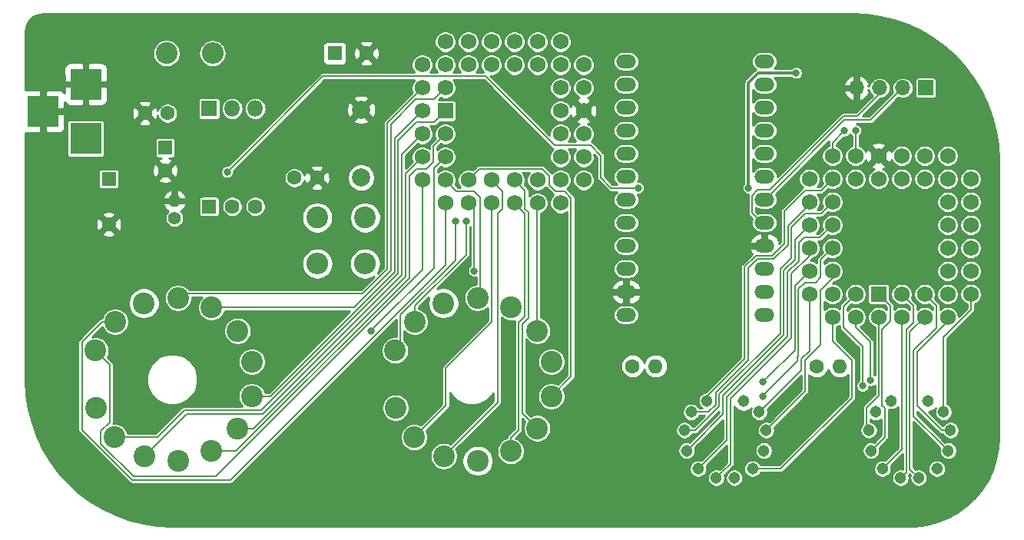
<source format=gbl>
G04 #@! TF.GenerationSoftware,KiCad,Pcbnew,(5.1.0)-1*
G04 #@! TF.CreationDate,2019-05-08T22:47:31-04:00*
G04 #@! TF.ProjectId,NixieClock,4e697869-6543-46c6-9f63-6b2e6b696361,rev?*
G04 #@! TF.SameCoordinates,Original*
G04 #@! TF.FileFunction,Copper,L2,Bot*
G04 #@! TF.FilePolarity,Positive*
%FSLAX46Y46*%
G04 Gerber Fmt 4.6, Leading zero omitted, Abs format (unit mm)*
G04 Created by KiCad (PCBNEW (5.1.0)-1) date 2019-05-08 22:47:31*
%MOMM*%
%LPD*%
G04 APERTURE LIST*
%ADD10R,1.600000X1.600000*%
%ADD11C,1.600000*%
%ADD12R,3.500000X3.500000*%
%ADD13O,2.199640X1.501140*%
%ADD14R,1.750000X1.750000*%
%ADD15C,1.750000*%
%ADD16C,1.305560*%
%ADD17C,2.397760*%
%ADD18R,1.700000X1.700000*%
%ADD19O,1.700000X1.700000*%
%ADD20O,2.400000X2.400000*%
%ADD21C,2.400000*%
%ADD22O,1.600000X1.600000*%
%ADD23C,2.000000*%
%ADD24R,1.800000X1.800000*%
%ADD25O,1.800000X1.800000*%
%ADD26C,1.400000*%
%ADD27O,1.400000X1.400000*%
%ADD28R,1.620000X1.620000*%
%ADD29C,1.620000*%
%ADD30C,0.800000*%
%ADD31C,0.200000*%
%ADD32C,0.700000*%
%ADD33C,0.400000*%
%ADD34C,0.350000*%
%ADD35C,0.254000*%
G04 APERTURE END LIST*
D10*
X78105000Y-66802000D03*
D11*
X78105000Y-71802000D03*
D12*
X70865000Y-59357000D03*
X75565000Y-56357000D03*
X75565000Y-62357000D03*
D13*
X150368000Y-81788000D03*
X150368000Y-79248000D03*
X150368000Y-76708000D03*
X150368000Y-74168000D03*
X150368000Y-71628000D03*
X150368000Y-69088000D03*
X150368000Y-66548000D03*
X150368000Y-64008000D03*
X150368000Y-61468000D03*
X150368000Y-58928000D03*
X150368000Y-56388000D03*
X150368000Y-53848000D03*
X135128000Y-53848000D03*
X135128000Y-56388000D03*
X135128000Y-58928000D03*
X135128000Y-61468000D03*
X135128000Y-64008000D03*
X135128000Y-66548000D03*
X135128000Y-69088000D03*
X135128000Y-71628000D03*
X135128000Y-74168000D03*
X135128000Y-76708000D03*
X135128000Y-79248000D03*
X135128000Y-81788000D03*
D14*
X162941000Y-79502000D03*
D15*
X165481000Y-79502000D03*
X168021000Y-79502000D03*
X160401000Y-79502000D03*
X157861000Y-79502000D03*
X155321000Y-79502000D03*
X165481000Y-82042000D03*
X168021000Y-82042000D03*
X170561000Y-82042000D03*
X162941000Y-82042000D03*
X160401000Y-82042000D03*
X157861000Y-82042000D03*
X170561000Y-79502000D03*
X170561000Y-76962000D03*
X170561000Y-74422000D03*
X170561000Y-71882000D03*
X170561000Y-69342000D03*
X173101000Y-79502000D03*
X173101000Y-76962000D03*
X173101000Y-74422000D03*
X173101000Y-71882000D03*
X173101000Y-69342000D03*
X173101000Y-66802000D03*
X170561000Y-66802000D03*
X168021000Y-66802000D03*
X165481000Y-66802000D03*
X162941000Y-66802000D03*
X160401000Y-66802000D03*
X157861000Y-66802000D03*
X170561000Y-64262000D03*
X168021000Y-64262000D03*
X165481000Y-64262000D03*
X162941000Y-64262000D03*
X160401000Y-64262000D03*
X157861000Y-64262000D03*
X157861000Y-69342000D03*
X157861000Y-71882000D03*
X157861000Y-74422000D03*
X157861000Y-76962000D03*
X157861000Y-82042000D03*
X155321000Y-66802000D03*
X155321000Y-69342000D03*
X155321000Y-71882000D03*
X155321000Y-74422000D03*
X155321000Y-76962000D03*
X155321000Y-79502000D03*
D14*
X115189000Y-59309000D03*
D15*
X115189000Y-61849000D03*
X115189000Y-64389000D03*
X115189000Y-56769000D03*
X115189000Y-54229000D03*
X115189000Y-51689000D03*
X112649000Y-61849000D03*
X112649000Y-64389000D03*
X112649000Y-66929000D03*
X112649000Y-59309000D03*
X112649000Y-56769000D03*
X112649000Y-54229000D03*
X115189000Y-66929000D03*
X117729000Y-66929000D03*
X120269000Y-66929000D03*
X122809000Y-66929000D03*
X125349000Y-66929000D03*
X115189000Y-69469000D03*
X117729000Y-69469000D03*
X120269000Y-69469000D03*
X122809000Y-69469000D03*
X125349000Y-69469000D03*
X127889000Y-69469000D03*
X127889000Y-66929000D03*
X127889000Y-64389000D03*
X127889000Y-61849000D03*
X127889000Y-59309000D03*
X127889000Y-56769000D03*
X127889000Y-54229000D03*
X130429000Y-66929000D03*
X130429000Y-64389000D03*
X130429000Y-61849000D03*
X130429000Y-59309000D03*
X130429000Y-56769000D03*
X130429000Y-54229000D03*
X125349000Y-54229000D03*
X122809000Y-54229000D03*
X120269000Y-54229000D03*
X117729000Y-54229000D03*
X112649000Y-54229000D03*
X127889000Y-51689000D03*
X125349000Y-51689000D03*
X122809000Y-51689000D03*
X120269000Y-51689000D03*
X117729000Y-51689000D03*
X115189000Y-51689000D03*
D16*
X169369740Y-98747580D03*
X170119040Y-92501720D03*
X164371020Y-91252040D03*
X162620960Y-92501720D03*
X161871660Y-94500700D03*
X162120580Y-96748600D03*
X163370260Y-98747580D03*
X165371780Y-99748340D03*
X167368220Y-99748340D03*
X170619420Y-96748600D03*
X170868340Y-94500700D03*
X168368980Y-91252040D03*
X148048980Y-91252040D03*
X150548340Y-94500700D03*
X150299420Y-96748600D03*
X147048220Y-99748340D03*
X145051780Y-99748340D03*
X143050260Y-98747580D03*
X141800580Y-96748600D03*
X141551660Y-94500700D03*
X142300960Y-92501720D03*
X144051020Y-91252040D03*
X149799040Y-92501720D03*
X149049740Y-98747580D03*
D17*
X111828580Y-82544920D03*
X118752620Y-79928720D03*
X122438160Y-80962500D03*
X126867920Y-90761820D03*
X111762540Y-95280480D03*
X115021360Y-97348040D03*
X122400060Y-96804480D03*
X125323600Y-94284800D03*
X125336300Y-83558380D03*
X109654340Y-85712300D03*
X118767860Y-97873820D03*
X114988340Y-80507840D03*
X109717840Y-92021660D03*
X126890780Y-86951820D03*
X93870780Y-86951820D03*
X76697840Y-92021660D03*
X81968340Y-80507840D03*
X85747860Y-97873820D03*
X76634340Y-85712300D03*
X92316300Y-83558380D03*
X92303600Y-94284800D03*
X89380060Y-96804480D03*
X82001360Y-97348040D03*
X78742540Y-95280480D03*
X93847920Y-90761820D03*
X89418160Y-80962500D03*
X85732620Y-79928720D03*
X78808580Y-82544920D03*
D11*
X98552000Y-66675000D03*
X101052000Y-66675000D03*
D18*
X168148000Y-56769000D03*
D19*
X165608000Y-56769000D03*
X163068000Y-56769000D03*
X160528000Y-56769000D03*
D20*
X89535000Y-52959000D03*
D21*
X84455000Y-52959000D03*
D10*
X84328000Y-63373000D03*
D11*
X84328000Y-65873000D03*
D22*
X158673800Y-87426800D03*
D11*
X156133800Y-87426800D03*
D22*
X138379200Y-87426800D03*
D11*
X135839200Y-87426800D03*
X82082000Y-59563000D03*
X84582000Y-59563000D03*
D10*
X102997000Y-52959000D03*
D11*
X106497000Y-52959000D03*
D23*
X105918000Y-66675000D03*
X105918000Y-59175000D03*
D24*
X89154000Y-59055000D03*
D25*
X91694000Y-59055000D03*
X94234000Y-59055000D03*
D26*
X85344000Y-71120000D03*
D27*
X85344000Y-69220000D03*
D28*
X89154000Y-69850000D03*
D29*
X91694000Y-69850000D03*
X94234000Y-69850000D03*
D21*
X106349800Y-71069200D03*
D20*
X106349800Y-76149200D03*
D21*
X101092000Y-71069200D03*
D20*
X101092000Y-76149200D03*
D30*
X136448800Y-67792600D03*
X91160600Y-66040000D03*
X148615400Y-67792602D03*
X153847800Y-55118000D03*
X106984689Y-83534447D03*
X117490358Y-71451934D03*
X118364000Y-76936600D03*
X116332000Y-71450200D03*
X150215600Y-89154000D03*
X150164796Y-90779600D03*
X162070878Y-88986498D03*
X161188398Y-89611200D03*
X160400998Y-61468000D03*
X159207200Y-61493400D03*
D31*
X162941000Y-64262000D02*
X162941000Y-65062998D01*
D32*
X135128000Y-79248000D02*
X137744200Y-79248000D01*
X135128000Y-79248000D02*
X133146800Y-79248000D01*
D31*
X150368000Y-66548000D02*
X150018750Y-66548000D01*
X132334000Y-64236600D02*
X131216400Y-63119000D01*
X127254000Y-63119000D02*
X119634000Y-55499000D01*
X136448800Y-67792600D02*
X133451600Y-67792600D01*
X101701600Y-55499000D02*
X91560599Y-65640001D01*
X91560599Y-65640001D02*
X91160600Y-66040000D01*
X119634000Y-55499000D02*
X101701600Y-55499000D01*
X131216400Y-63119000D02*
X127254000Y-63119000D01*
X132334000Y-66675000D02*
X132334000Y-64236600D01*
X133451600Y-67792600D02*
X132334000Y-66675000D01*
D33*
X135128000Y-74168000D02*
X135252000Y-74168000D01*
D34*
X149696940Y-55118000D02*
X153282115Y-55118000D01*
X148615400Y-56199540D02*
X149696940Y-55118000D01*
X148615400Y-67792602D02*
X148615400Y-56199540D01*
X153282115Y-55118000D02*
X153847800Y-55118000D01*
D31*
X150717250Y-69088000D02*
X150483774Y-68854525D01*
X150717250Y-69088000D02*
X150368000Y-69088000D01*
X150717250Y-68814950D02*
X150717250Y-69088000D01*
X159207200Y-60325000D02*
X150717250Y-68814950D01*
X165608000Y-56769000D02*
X162052000Y-60325000D01*
X162052000Y-60325000D02*
X159207200Y-60325000D01*
X163068000Y-57429400D02*
X163068000Y-56769000D01*
X160604200Y-59893200D02*
X163068000Y-57429400D01*
X159073300Y-59893200D02*
X160604200Y-59893200D01*
X150018750Y-71628000D02*
X148968170Y-70577420D01*
X150368000Y-71628000D02*
X150018750Y-71628000D01*
X148968170Y-70577420D02*
X148968170Y-68652836D01*
X148968170Y-68652836D02*
X149583586Y-68037420D01*
X149583586Y-68037420D02*
X150929080Y-68037420D01*
X150929080Y-68037420D02*
X159073300Y-59893200D01*
X78196721Y-87274681D02*
X76634340Y-85712300D01*
X78196721Y-93607954D02*
X78196721Y-87274681D01*
X112649000Y-76842426D02*
X89918725Y-99572701D01*
X80816416Y-99572701D02*
X77243659Y-95999944D01*
X89918725Y-99572701D02*
X80816416Y-99572701D01*
X77243659Y-95999944D02*
X77243659Y-94561016D01*
X112649000Y-66929000D02*
X112649000Y-76842426D01*
X77243659Y-94561016D02*
X78196721Y-93607954D01*
X113919000Y-65659000D02*
X113919000Y-76600136D01*
X107384688Y-83134448D02*
X106984689Y-83534447D01*
X115189000Y-64389000D02*
X113919000Y-65659000D01*
X113919000Y-76600136D02*
X107384688Y-83134448D01*
X93999072Y-94284800D02*
X92303600Y-94284800D01*
X94069999Y-94284800D02*
X93999072Y-94284800D01*
X110811850Y-77542949D02*
X94069999Y-94284800D01*
X112649000Y-64389000D02*
X110811850Y-66226150D01*
X110811850Y-66226150D02*
X110811850Y-77542949D01*
X112039400Y-65684400D02*
X113092602Y-65684400D01*
X113092602Y-65684400D02*
X113868200Y-64908802D01*
X113868200Y-64908802D02*
X113868200Y-63169800D01*
X111211859Y-66511941D02*
X112039400Y-65684400D01*
X89380060Y-96804480D02*
X92121246Y-96804480D01*
X114314001Y-62723999D02*
X115189000Y-61849000D01*
X92121246Y-96804480D02*
X111211859Y-77713867D01*
X111211859Y-77713867D02*
X111211859Y-66511941D01*
X113868200Y-63169800D02*
X114314001Y-62723999D01*
X110411841Y-77377258D02*
X110177519Y-77611579D01*
X82001360Y-97348040D02*
X86671190Y-92678210D01*
X95110889Y-92678210D02*
X99422499Y-88366600D01*
X86671190Y-92678210D02*
X95110889Y-92678210D01*
X99422499Y-88366600D02*
X110411841Y-77377258D01*
X110411841Y-77377258D02*
X110411841Y-64086159D01*
X110411841Y-64086159D02*
X111774001Y-62723999D01*
X111774001Y-62723999D02*
X112649000Y-61849000D01*
X83433920Y-95280480D02*
X78742540Y-95280480D01*
X86436200Y-92278200D02*
X83433920Y-95280480D01*
X113919000Y-60579000D02*
X112039400Y-60579000D01*
X112039400Y-60579000D02*
X110011831Y-62606569D01*
X115189000Y-59309000D02*
X113919000Y-60579000D01*
X110011831Y-62606569D02*
X110011831Y-77211569D01*
X110011831Y-77211569D02*
X94945200Y-92278200D01*
X94945200Y-92278200D02*
X86436200Y-92278200D01*
X95543392Y-90761820D02*
X93847920Y-90761820D01*
X95892580Y-90761820D02*
X95543392Y-90761820D01*
X109611823Y-77042579D02*
X95892580Y-90761820D01*
X112649000Y-59309000D02*
X109611823Y-62346177D01*
X109611823Y-62346177D02*
X109611823Y-77042579D01*
X91113632Y-80962500D02*
X89418160Y-80962500D01*
X113919000Y-58039000D02*
X111944700Y-58039000D01*
X115189000Y-56769000D02*
X113919000Y-58039000D01*
X111944700Y-58039000D02*
X109211812Y-60771888D01*
X109211812Y-60771888D02*
X109211812Y-76876890D01*
X109211812Y-76876890D02*
X105126201Y-80962500D01*
X105126201Y-80962500D02*
X91113632Y-80962500D01*
X86235540Y-79425800D02*
X85732620Y-79928720D01*
X106097202Y-79425800D02*
X86235540Y-79425800D01*
X108811801Y-76711201D02*
X106097202Y-79425800D01*
X112649000Y-56769000D02*
X108811801Y-60606199D01*
X108811801Y-60606199D02*
X108811801Y-76711201D01*
X77373480Y-82544920D02*
X78808580Y-82544920D01*
X115189000Y-76320101D02*
X91536390Y-99972711D01*
X115189000Y-69469000D02*
X115189000Y-76320101D01*
X91536390Y-99972711D02*
X80650727Y-99972711D01*
X80650727Y-99972711D02*
X75135459Y-94457443D01*
X75135459Y-94457443D02*
X75135459Y-84782941D01*
X75135459Y-84782941D02*
X77373480Y-82544920D01*
X117490358Y-75150142D02*
X117490358Y-72017619D01*
X117490358Y-72017619D02*
X117490358Y-71451934D01*
X111828580Y-80811920D02*
X117490358Y-75150142D01*
X111828580Y-82544920D02*
X111828580Y-80811920D01*
X119064001Y-79617339D02*
X118752620Y-79928720D01*
X119064001Y-68873601D02*
X119064001Y-79617339D01*
X118364000Y-68173600D02*
X119064001Y-68873601D01*
X115189000Y-66929000D02*
X116433600Y-68173600D01*
X116433600Y-68173600D02*
X118364000Y-68173600D01*
X118364000Y-76370915D02*
X118364000Y-76936600D01*
X117729000Y-69469000D02*
X118364000Y-70104000D01*
X118364000Y-70104000D02*
X118364000Y-76370915D01*
X118603999Y-66054001D02*
X117729000Y-66929000D01*
X118948200Y-65709800D02*
X118603999Y-66054001D01*
X129064001Y-88565739D02*
X129064001Y-68904999D01*
X126867920Y-90761820D02*
X129064001Y-88565739D01*
X129064001Y-68904999D02*
X128358002Y-68199000D01*
X128358002Y-68199000D02*
X127355600Y-68199000D01*
X127355600Y-68199000D02*
X126619000Y-67462400D01*
X125882400Y-65709800D02*
X118948200Y-65709800D01*
X126619000Y-66446400D02*
X125882400Y-65709800D01*
X126619000Y-67462400D02*
X126619000Y-66446400D01*
X115265200Y-91777820D02*
X111762540Y-95280480D01*
X115265200Y-87601745D02*
X115265200Y-91777820D01*
X120269000Y-69469000D02*
X120269000Y-82597945D01*
X120269000Y-82597945D02*
X115265200Y-87601745D01*
X121143999Y-67803999D02*
X120269000Y-66929000D01*
X121513600Y-68173600D02*
X121143999Y-67803999D01*
X121513600Y-70078600D02*
X121513600Y-68173600D01*
X120939279Y-70652921D02*
X121513600Y-70078600D01*
X115021360Y-97348040D02*
X120939279Y-91430121D01*
X120939279Y-91430121D02*
X120939279Y-70652921D01*
X123683999Y-70343999D02*
X122809000Y-69469000D01*
X122400060Y-95354140D02*
X123266200Y-94488000D01*
X122400060Y-96804480D02*
X122400060Y-95354140D01*
X123266200Y-94488000D02*
X123266200Y-82600800D01*
X123266200Y-82600800D02*
X123937041Y-81929959D01*
X123937041Y-81929959D02*
X123937041Y-70597041D01*
X123937041Y-70597041D02*
X123683999Y-70343999D01*
X124337052Y-70431352D02*
X124337051Y-82114149D01*
X122809000Y-66929000D02*
X123984001Y-68104001D01*
X123666211Y-92627411D02*
X124124721Y-93085921D01*
X124124721Y-93085921D02*
X125323600Y-94284800D01*
X124337051Y-82114149D02*
X123666211Y-82784989D01*
X123984001Y-70078301D02*
X124337052Y-70431352D01*
X123666211Y-82784989D02*
X123666211Y-92627411D01*
X123984001Y-68104001D02*
X123984001Y-70078301D01*
X125336300Y-69481700D02*
X125349000Y-69469000D01*
X125336300Y-83558380D02*
X125336300Y-69481700D01*
X110261400Y-81813400D02*
X116332000Y-75742800D01*
X116332000Y-75742800D02*
X116332000Y-71450200D01*
X109654340Y-85712300D02*
X110261400Y-85105240D01*
X110261400Y-85105240D02*
X110261400Y-81813400D01*
X151201119Y-93847921D02*
X150548340Y-94500700D01*
X157861000Y-77762998D02*
X156565600Y-79058398D01*
X157861000Y-76962000D02*
X157861000Y-77762998D01*
X156565600Y-79058398D02*
X156565600Y-85070998D01*
X156565600Y-85070998D02*
X154833799Y-86802799D01*
X154833799Y-86802799D02*
X154833799Y-90215241D01*
X154833799Y-90215241D02*
X151201119Y-93847921D01*
X153714411Y-78568589D02*
X153714411Y-85655189D01*
X155321000Y-76962000D02*
X153714411Y-78568589D01*
X153714411Y-85655189D02*
X150615599Y-88754001D01*
X150615599Y-88754001D02*
X150215600Y-89154000D01*
X154033777Y-86471421D02*
X154033777Y-86910619D01*
X154114422Y-78905178D02*
X154114422Y-86390776D01*
X154033777Y-86910619D02*
X150564795Y-90379601D01*
X150564795Y-90379601D02*
X150164796Y-90779600D01*
X156565600Y-75717400D02*
X156565600Y-77647800D01*
X154114422Y-86390776D02*
X154033777Y-86471421D01*
X156565600Y-77647800D02*
X156006800Y-78206600D01*
X154813000Y-78206600D02*
X154114422Y-78905178D01*
X157861000Y-74422000D02*
X156565600Y-75717400D01*
X156006800Y-78206600D02*
X154813000Y-78206600D01*
X146603841Y-98196279D02*
X145704559Y-99095561D01*
X145704559Y-99095561D02*
X145051780Y-99748340D01*
X146603842Y-91013160D02*
X146603841Y-98196279D01*
X153314401Y-84302601D02*
X146603842Y-91013160D01*
X153314401Y-77255199D02*
X153314401Y-84302601D01*
X155321000Y-75248600D02*
X153314401Y-77255199D01*
X155321000Y-74422000D02*
X155321000Y-75248600D01*
X143703039Y-98094801D02*
X143050260Y-98747580D01*
X154145999Y-75857903D02*
X152914392Y-77089510D01*
X146203833Y-95594007D02*
X143703039Y-98094801D01*
X152914392Y-84136914D02*
X146203833Y-90847473D01*
X157861000Y-71882000D02*
X156496001Y-73246999D01*
X154145999Y-73857999D02*
X154145999Y-75857903D01*
X152914392Y-77089510D02*
X152914392Y-84136914D01*
X156496001Y-73246999D02*
X154756999Y-73246999D01*
X146203833Y-90847473D02*
X146203833Y-95594007D01*
X154756999Y-73246999D02*
X154145999Y-73857999D01*
X152514381Y-76923821D02*
X152514381Y-83971225D01*
X152514381Y-83971225D02*
X145803822Y-90681784D01*
X145803822Y-92745358D02*
X142453359Y-96095821D01*
X145803822Y-90681784D02*
X145803822Y-92745358D01*
X155321000Y-71882000D02*
X153745990Y-73457010D01*
X153745990Y-73457010D02*
X153745990Y-75692212D01*
X153745990Y-75692212D02*
X152514381Y-76923821D01*
X142453359Y-96095821D02*
X141800580Y-96748600D01*
X142474830Y-94500700D02*
X141551660Y-94500700D01*
X153345979Y-72118021D02*
X153345979Y-75526523D01*
X142778176Y-94500700D02*
X142474830Y-94500700D01*
X145403811Y-90516095D02*
X145403811Y-91875066D01*
X145403811Y-91875066D02*
X142778176Y-94500700D01*
X152114370Y-83805536D02*
X145403811Y-90516095D01*
X152114370Y-76758132D02*
X152114370Y-83805536D01*
X153345979Y-75526523D02*
X152114370Y-76758132D01*
X156616400Y-70586600D02*
X154877400Y-70586600D01*
X157861000Y-69342000D02*
X156616400Y-70586600D01*
X154877400Y-70586600D02*
X153345979Y-72118021D01*
X143224130Y-92501720D02*
X142300960Y-92501720D01*
X144211456Y-92501720D02*
X143224130Y-92501720D01*
X145003800Y-91709377D02*
X144211456Y-92501720D01*
X148590000Y-86764206D02*
X145003800Y-90350406D01*
X145003800Y-90350406D02*
X145003800Y-91709377D01*
X148590000Y-76651006D02*
X148590000Y-86764206D01*
X149599806Y-75641200D02*
X148590000Y-76651006D01*
X151409400Y-75641200D02*
X149599806Y-75641200D01*
X155321000Y-69577300D02*
X152945968Y-71952332D01*
X155321000Y-69342000D02*
X155321000Y-69577300D01*
X152945968Y-71952332D02*
X152945968Y-73360930D01*
X152945966Y-73360932D02*
X152945966Y-74104634D01*
X152945968Y-73360930D02*
X152945966Y-73360932D01*
X152945966Y-74104634D02*
X151409400Y-75641200D01*
X144051020Y-90737488D02*
X144051020Y-91252040D01*
X148189990Y-86598518D02*
X144051020Y-90737488D01*
X148189990Y-76485317D02*
X148189990Y-86598518D01*
X149434117Y-75241190D02*
X148189990Y-76485317D01*
X151199810Y-75241190D02*
X149434117Y-75241190D01*
X152545956Y-73895044D02*
X151199810Y-75241190D01*
X156591000Y-68072000D02*
X154851998Y-68072000D01*
X157861000Y-66802000D02*
X156591000Y-68072000D01*
X154851998Y-68072000D02*
X152552400Y-70371598D01*
X152552400Y-70371598D02*
X152552400Y-71780201D01*
X152552400Y-71780201D02*
X152545956Y-71786645D01*
X152545956Y-71786645D02*
X152545956Y-73895044D01*
X150451819Y-91848941D02*
X149799040Y-92501720D01*
X155321000Y-79502000D02*
X155321000Y-85749898D01*
X154433788Y-86637110D02*
X154433788Y-87866972D01*
X154433788Y-87866972D02*
X150451819Y-91848941D01*
X155321000Y-85749898D02*
X154433788Y-86637110D01*
X159973801Y-86802799D02*
X159973801Y-90952799D01*
X157861000Y-82042000D02*
X157861000Y-84689998D01*
X157861000Y-84689998D02*
X159973801Y-86802799D01*
X152179020Y-98747580D02*
X149049740Y-98747580D01*
X159973801Y-90952799D02*
X152179020Y-98747580D01*
X170119040Y-91578550D02*
X170119040Y-92501720D01*
X170119040Y-84222962D02*
X170119040Y-91578550D01*
X173101000Y-79502000D02*
X173101000Y-81241002D01*
X173101000Y-81241002D02*
X170119040Y-84222962D01*
X162052000Y-88967620D02*
X162070878Y-88986498D01*
X162052000Y-84785200D02*
X162052000Y-88967620D01*
X160401000Y-82042000D02*
X160401000Y-83134200D01*
X160401000Y-83134200D02*
X162052000Y-84785200D01*
X160401000Y-79502000D02*
X159054800Y-80848200D01*
X159054800Y-83159600D02*
X161188398Y-85293198D01*
X161188398Y-89045515D02*
X161188398Y-89611200D01*
X159054800Y-80848200D02*
X159054800Y-83159600D01*
X161188398Y-85293198D02*
X161188398Y-89045515D01*
X162941000Y-90703400D02*
X162941000Y-82042000D01*
X161594800Y-92049600D02*
X162941000Y-90703400D01*
X161871660Y-94500700D02*
X161594800Y-94223840D01*
X161594800Y-94223840D02*
X161594800Y-92049600D01*
X164211000Y-80772000D02*
X162941000Y-79502000D01*
X163652200Y-95216980D02*
X163652200Y-92075000D01*
X162120580Y-96748600D02*
X163652200Y-95216980D01*
X163652200Y-92075000D02*
X163341011Y-91763811D01*
X163341011Y-91763811D02*
X163341011Y-83380991D01*
X163341011Y-83380991D02*
X164211000Y-82511002D01*
X164211000Y-82511002D02*
X164211000Y-80772000D01*
X163370260Y-98747580D02*
X165588990Y-96528850D01*
X165481000Y-96420860D02*
X165481000Y-82042000D01*
X165588990Y-96528850D02*
X165481000Y-96420860D01*
X166355999Y-80376999D02*
X165481000Y-79502000D01*
X166751000Y-80772000D02*
X166355999Y-80376999D01*
X166751000Y-82651600D02*
X166751000Y-80772000D01*
X165989000Y-83413600D02*
X166751000Y-82651600D01*
X165371780Y-99748340D02*
X165989000Y-99131120D01*
X165989000Y-99131120D02*
X165989000Y-83413600D01*
X166395400Y-83667600D02*
X168021000Y-82042000D01*
X167368220Y-99748340D02*
X166395400Y-98775520D01*
X166395400Y-98775520D02*
X166395400Y-83667600D01*
X169966641Y-96095821D02*
X170619420Y-96748600D01*
X166801800Y-92930980D02*
X169966641Y-96095821D01*
X166801800Y-85699600D02*
X166801800Y-92930980D01*
X169291000Y-83210400D02*
X166801800Y-85699600D01*
X168021000Y-79502000D02*
X169291000Y-80772000D01*
X169291000Y-80772000D02*
X169291000Y-83210400D01*
X170868340Y-94500700D02*
X169911523Y-94500700D01*
X170561000Y-82506098D02*
X170561000Y-82042000D01*
X169911523Y-94500700D02*
X167216199Y-91805376D01*
X167216199Y-85850899D02*
X170561000Y-82506098D01*
X167216199Y-91805376D02*
X167216199Y-85850899D01*
X160401000Y-64262000D02*
X160401000Y-61468002D01*
X160401000Y-61468002D02*
X160400998Y-61468000D01*
X157861000Y-64262000D02*
X157861000Y-62839600D01*
X157861000Y-62839600D02*
X159207200Y-61493400D01*
D35*
G36*
X161596705Y-48689535D02*
G01*
X163158358Y-48920139D01*
X164690054Y-49302034D01*
X166177175Y-49831574D01*
X167605522Y-50503703D01*
X168961467Y-51312009D01*
X170232064Y-52248773D01*
X171405187Y-53305058D01*
X172469634Y-54470777D01*
X173415237Y-55734791D01*
X174232990Y-57085061D01*
X174915076Y-58508684D01*
X175454987Y-59992077D01*
X175847565Y-61521070D01*
X176089066Y-63081071D01*
X176177632Y-64665179D01*
X176178000Y-64770655D01*
X176178001Y-95238928D01*
X176099971Y-96479179D01*
X175869190Y-97688975D01*
X175488600Y-98860312D01*
X174964209Y-99974700D01*
X174304278Y-101014586D01*
X173519218Y-101963561D01*
X172621408Y-102806661D01*
X171625017Y-103530581D01*
X170545746Y-104123915D01*
X169400624Y-104577300D01*
X168207705Y-104883590D01*
X166980303Y-105038647D01*
X166364481Y-105058000D01*
X85098608Y-105058000D01*
X83513295Y-104980465D01*
X81951642Y-104749861D01*
X80419944Y-104367965D01*
X78932829Y-103838427D01*
X77504483Y-103166300D01*
X76148533Y-102357991D01*
X74877936Y-101421227D01*
X73704818Y-100364947D01*
X72640376Y-99199235D01*
X71694763Y-97935209D01*
X70877007Y-96584934D01*
X70194924Y-95161316D01*
X69655012Y-93677920D01*
X69262435Y-92148931D01*
X69020934Y-90588929D01*
X68932368Y-89004821D01*
X68932000Y-88899345D01*
X68932000Y-84782941D01*
X74706394Y-84782941D01*
X74708460Y-84803918D01*
X74708459Y-94436476D01*
X74706394Y-94457443D01*
X74708459Y-94478410D01*
X74708459Y-94478420D01*
X74714637Y-94541149D01*
X74739054Y-94621638D01*
X74739055Y-94621639D01*
X74778704Y-94695819D01*
X74818691Y-94744543D01*
X74832064Y-94760838D01*
X74848359Y-94774211D01*
X80333963Y-100259816D01*
X80347332Y-100276106D01*
X80363622Y-100289475D01*
X80363626Y-100289479D01*
X80412350Y-100329467D01*
X80469265Y-100359887D01*
X80486531Y-100369116D01*
X80567020Y-100393533D01*
X80629749Y-100399711D01*
X80629760Y-100399711D01*
X80650727Y-100401776D01*
X80671694Y-100399711D01*
X91515423Y-100399711D01*
X91536390Y-100401776D01*
X91557357Y-100399711D01*
X91557368Y-100399711D01*
X91620097Y-100393533D01*
X91700586Y-100369116D01*
X91774766Y-100329466D01*
X91839785Y-100276106D01*
X91853158Y-100259811D01*
X100241595Y-91871374D01*
X108191960Y-91871374D01*
X108191960Y-92171946D01*
X108250599Y-92466743D01*
X108365623Y-92744435D01*
X108532612Y-92994352D01*
X108745148Y-93206888D01*
X108995065Y-93373877D01*
X109272757Y-93488901D01*
X109567554Y-93547540D01*
X109868126Y-93547540D01*
X110162923Y-93488901D01*
X110440615Y-93373877D01*
X110690532Y-93206888D01*
X110903068Y-92994352D01*
X111070057Y-92744435D01*
X111185081Y-92466743D01*
X111243720Y-92171946D01*
X111243720Y-91871374D01*
X111185081Y-91576577D01*
X111070057Y-91298885D01*
X110903068Y-91048968D01*
X110690532Y-90836432D01*
X110440615Y-90669443D01*
X110162923Y-90554419D01*
X109868126Y-90495780D01*
X109567554Y-90495780D01*
X109272757Y-90554419D01*
X108995065Y-90669443D01*
X108745148Y-90836432D01*
X108532612Y-91048968D01*
X108365623Y-91298885D01*
X108250599Y-91576577D01*
X108191960Y-91871374D01*
X100241595Y-91871374D01*
X109834401Y-82278569D01*
X109834400Y-84192342D01*
X109804626Y-84186420D01*
X109504054Y-84186420D01*
X109209257Y-84245059D01*
X108931565Y-84360083D01*
X108681648Y-84527072D01*
X108469112Y-84739608D01*
X108302123Y-84989525D01*
X108187099Y-85267217D01*
X108128460Y-85562014D01*
X108128460Y-85862586D01*
X108187099Y-86157383D01*
X108302123Y-86435075D01*
X108469112Y-86684992D01*
X108681648Y-86897528D01*
X108931565Y-87064517D01*
X109209257Y-87179541D01*
X109504054Y-87238180D01*
X109804626Y-87238180D01*
X110099423Y-87179541D01*
X110377115Y-87064517D01*
X110627032Y-86897528D01*
X110839568Y-86684992D01*
X111006557Y-86435075D01*
X111121581Y-86157383D01*
X111180220Y-85862586D01*
X111180220Y-85562014D01*
X111121581Y-85267217D01*
X111006557Y-84989525D01*
X110839568Y-84739608D01*
X110688400Y-84588440D01*
X110688400Y-83562660D01*
X110855888Y-83730148D01*
X111105805Y-83897137D01*
X111383497Y-84012161D01*
X111678294Y-84070800D01*
X111978866Y-84070800D01*
X112273663Y-84012161D01*
X112551355Y-83897137D01*
X112801272Y-83730148D01*
X113013808Y-83517612D01*
X113180797Y-83267695D01*
X113295821Y-82990003D01*
X113354460Y-82695206D01*
X113354460Y-82394634D01*
X113295821Y-82099837D01*
X113180797Y-81822145D01*
X113013808Y-81572228D01*
X112801272Y-81359692D01*
X112551355Y-81192703D01*
X112273663Y-81077679D01*
X112255580Y-81074082D01*
X112255580Y-80988788D01*
X113391600Y-79852768D01*
X113328784Y-80004419D01*
X113262460Y-80337856D01*
X113262460Y-80677824D01*
X113328784Y-81011261D01*
X113458885Y-81325351D01*
X113647761Y-81608024D01*
X113888156Y-81848419D01*
X114170829Y-82037295D01*
X114484919Y-82167396D01*
X114818356Y-82233720D01*
X115158324Y-82233720D01*
X115491761Y-82167396D01*
X115805851Y-82037295D01*
X116088524Y-81848419D01*
X116328919Y-81608024D01*
X116517795Y-81325351D01*
X116647896Y-81011261D01*
X116714220Y-80677824D01*
X116714220Y-80337856D01*
X116647896Y-80004419D01*
X116517795Y-79690329D01*
X116328919Y-79407656D01*
X116088524Y-79167261D01*
X115805851Y-78978385D01*
X115491761Y-78848284D01*
X115158324Y-78781960D01*
X114818356Y-78781960D01*
X114484919Y-78848284D01*
X114333269Y-78911100D01*
X117777470Y-75466900D01*
X117793753Y-75453537D01*
X117807117Y-75437253D01*
X117807126Y-75437244D01*
X117847113Y-75388519D01*
X117869628Y-75346396D01*
X117886763Y-75314338D01*
X117911180Y-75233849D01*
X117917358Y-75171120D01*
X117917358Y-75171108D01*
X117919423Y-75150143D01*
X117917358Y-75129178D01*
X117917358Y-72040978D01*
X117937000Y-72027853D01*
X117937001Y-76347556D01*
X117900564Y-76371902D01*
X117799302Y-76473164D01*
X117719741Y-76592236D01*
X117664938Y-76724542D01*
X117637000Y-76864997D01*
X117637000Y-77008203D01*
X117664938Y-77148658D01*
X117719741Y-77280964D01*
X117799302Y-77400036D01*
X117900564Y-77501298D01*
X118019636Y-77580859D01*
X118151942Y-77635662D01*
X118292397Y-77663600D01*
X118435603Y-77663600D01*
X118576058Y-77635662D01*
X118637002Y-77610418D01*
X118637002Y-78402840D01*
X118602334Y-78402840D01*
X118307537Y-78461479D01*
X118029845Y-78576503D01*
X117779928Y-78743492D01*
X117567392Y-78956028D01*
X117400403Y-79205945D01*
X117285379Y-79483637D01*
X117226740Y-79778434D01*
X117226740Y-80079006D01*
X117285379Y-80373803D01*
X117400403Y-80651495D01*
X117567392Y-80901412D01*
X117779928Y-81113948D01*
X118029845Y-81280937D01*
X118307537Y-81395961D01*
X118602334Y-81454600D01*
X118902906Y-81454600D01*
X119197703Y-81395961D01*
X119475395Y-81280937D01*
X119725312Y-81113948D01*
X119842001Y-80997259D01*
X119842001Y-82421075D01*
X114978100Y-87284977D01*
X114961805Y-87298350D01*
X114948433Y-87314644D01*
X114948432Y-87314645D01*
X114908445Y-87363369D01*
X114890521Y-87396903D01*
X114868795Y-87437550D01*
X114844378Y-87518039D01*
X114838200Y-87580768D01*
X114838200Y-87580778D01*
X114836135Y-87601745D01*
X114838200Y-87622712D01*
X114838201Y-91600949D01*
X112500645Y-93938506D01*
X112485315Y-93928263D01*
X112207623Y-93813239D01*
X111912826Y-93754600D01*
X111612254Y-93754600D01*
X111317457Y-93813239D01*
X111039765Y-93928263D01*
X110789848Y-94095252D01*
X110577312Y-94307788D01*
X110410323Y-94557705D01*
X110295299Y-94835397D01*
X110236660Y-95130194D01*
X110236660Y-95430766D01*
X110295299Y-95725563D01*
X110410323Y-96003255D01*
X110577312Y-96253172D01*
X110789848Y-96465708D01*
X111039765Y-96632697D01*
X111317457Y-96747721D01*
X111612254Y-96806360D01*
X111912826Y-96806360D01*
X112207623Y-96747721D01*
X112485315Y-96632697D01*
X112735232Y-96465708D01*
X112947768Y-96253172D01*
X113114757Y-96003255D01*
X113229781Y-95725563D01*
X113288420Y-95430766D01*
X113288420Y-95130194D01*
X113229781Y-94835397D01*
X113114757Y-94557705D01*
X113104514Y-94542375D01*
X115552311Y-92094579D01*
X115568595Y-92081215D01*
X115581959Y-92064931D01*
X115581968Y-92064922D01*
X115621955Y-92016197D01*
X115646876Y-91969572D01*
X115661605Y-91942016D01*
X115686022Y-91861527D01*
X115692200Y-91798798D01*
X115692200Y-91798786D01*
X115694265Y-91777821D01*
X115692200Y-91756856D01*
X115692200Y-90368821D01*
X115914622Y-90701700D01*
X116308300Y-91095378D01*
X116771216Y-91404688D01*
X117285581Y-91617745D01*
X117831628Y-91726360D01*
X118388372Y-91726360D01*
X118934419Y-91617745D01*
X119448784Y-91404688D01*
X119911700Y-91095378D01*
X120305378Y-90701700D01*
X120512279Y-90392050D01*
X120512279Y-91253251D01*
X115759465Y-96006066D01*
X115744135Y-95995823D01*
X115466443Y-95880799D01*
X115171646Y-95822160D01*
X114871074Y-95822160D01*
X114576277Y-95880799D01*
X114298585Y-95995823D01*
X114048668Y-96162812D01*
X113836132Y-96375348D01*
X113669143Y-96625265D01*
X113554119Y-96902957D01*
X113495480Y-97197754D01*
X113495480Y-97498326D01*
X113554119Y-97793123D01*
X113669143Y-98070815D01*
X113836132Y-98320732D01*
X114048668Y-98533268D01*
X114298585Y-98700257D01*
X114576277Y-98815281D01*
X114871074Y-98873920D01*
X115171646Y-98873920D01*
X115466443Y-98815281D01*
X115744135Y-98700257D01*
X115994052Y-98533268D01*
X116206588Y-98320732D01*
X116373577Y-98070815D01*
X116488601Y-97793123D01*
X116506361Y-97703836D01*
X117041980Y-97703836D01*
X117041980Y-98043804D01*
X117108304Y-98377241D01*
X117238405Y-98691331D01*
X117427281Y-98974004D01*
X117667676Y-99214399D01*
X117950349Y-99403275D01*
X118264439Y-99533376D01*
X118597876Y-99599700D01*
X118937844Y-99599700D01*
X119271281Y-99533376D01*
X119585371Y-99403275D01*
X119868044Y-99214399D01*
X120108439Y-98974004D01*
X120297315Y-98691331D01*
X120427416Y-98377241D01*
X120493740Y-98043804D01*
X120493740Y-97703836D01*
X120427416Y-97370399D01*
X120297315Y-97056309D01*
X120108439Y-96773636D01*
X119868044Y-96533241D01*
X119585371Y-96344365D01*
X119271281Y-96214264D01*
X118937844Y-96147940D01*
X118597876Y-96147940D01*
X118264439Y-96214264D01*
X117950349Y-96344365D01*
X117667676Y-96533241D01*
X117427281Y-96773636D01*
X117238405Y-97056309D01*
X117108304Y-97370399D01*
X117041980Y-97703836D01*
X116506361Y-97703836D01*
X116547240Y-97498326D01*
X116547240Y-97197754D01*
X116488601Y-96902957D01*
X116373577Y-96625265D01*
X116363334Y-96609935D01*
X121226391Y-91746879D01*
X121242674Y-91733516D01*
X121256038Y-91717232D01*
X121256047Y-91717223D01*
X121296034Y-91668498D01*
X121332852Y-91599615D01*
X121335684Y-91594317D01*
X121360101Y-91513828D01*
X121366279Y-91451099D01*
X121366279Y-91451087D01*
X121368344Y-91430122D01*
X121366279Y-91409157D01*
X121366279Y-82048539D01*
X121465468Y-82147728D01*
X121715385Y-82314717D01*
X121993077Y-82429741D01*
X122287874Y-82488380D01*
X122588446Y-82488380D01*
X122872301Y-82431918D01*
X122869796Y-82436604D01*
X122845379Y-82517093D01*
X122840572Y-82565898D01*
X122837135Y-82600800D01*
X122839201Y-82621777D01*
X122839200Y-94311131D01*
X122112955Y-95037377D01*
X122096666Y-95050745D01*
X122083297Y-95067035D01*
X122083292Y-95067040D01*
X122043305Y-95115764D01*
X122012613Y-95173186D01*
X122003656Y-95189944D01*
X121979239Y-95270433D01*
X121976259Y-95300687D01*
X121973013Y-95333651D01*
X121954977Y-95337239D01*
X121677285Y-95452263D01*
X121427368Y-95619252D01*
X121214832Y-95831788D01*
X121047843Y-96081705D01*
X120932819Y-96359397D01*
X120874180Y-96654194D01*
X120874180Y-96954766D01*
X120932819Y-97249563D01*
X121047843Y-97527255D01*
X121214832Y-97777172D01*
X121427368Y-97989708D01*
X121677285Y-98156697D01*
X121954977Y-98271721D01*
X122249774Y-98330360D01*
X122550346Y-98330360D01*
X122845143Y-98271721D01*
X123122835Y-98156697D01*
X123372752Y-97989708D01*
X123585288Y-97777172D01*
X123752277Y-97527255D01*
X123867301Y-97249563D01*
X123925940Y-96954766D01*
X123925940Y-96654194D01*
X123867301Y-96359397D01*
X123752277Y-96081705D01*
X123585288Y-95831788D01*
X123372752Y-95619252D01*
X123122835Y-95452263D01*
X122969372Y-95388696D01*
X123553306Y-94804763D01*
X123569595Y-94791395D01*
X123582964Y-94775105D01*
X123582968Y-94775101D01*
X123622955Y-94726377D01*
X123647100Y-94681204D01*
X123662605Y-94652196D01*
X123687022Y-94571707D01*
X123693200Y-94508978D01*
X123693200Y-94508967D01*
X123695265Y-94488000D01*
X123693200Y-94467033D01*
X123693200Y-93258269D01*
X123837620Y-93402689D01*
X123837625Y-93402693D01*
X123981626Y-93546695D01*
X123971383Y-93562025D01*
X123856359Y-93839717D01*
X123797720Y-94134514D01*
X123797720Y-94435086D01*
X123856359Y-94729883D01*
X123971383Y-95007575D01*
X124138372Y-95257492D01*
X124350908Y-95470028D01*
X124600825Y-95637017D01*
X124878517Y-95752041D01*
X125173314Y-95810680D01*
X125473886Y-95810680D01*
X125768683Y-95752041D01*
X126046375Y-95637017D01*
X126296292Y-95470028D01*
X126508828Y-95257492D01*
X126675817Y-95007575D01*
X126790841Y-94729883D01*
X126849480Y-94435086D01*
X126849480Y-94404200D01*
X140571880Y-94404200D01*
X140571880Y-94597200D01*
X140609532Y-94786491D01*
X140683390Y-94964800D01*
X140790615Y-95125274D01*
X140927086Y-95261745D01*
X141087560Y-95368970D01*
X141265869Y-95442828D01*
X141455160Y-95480480D01*
X141648160Y-95480480D01*
X141837451Y-95442828D01*
X142015760Y-95368970D01*
X142176234Y-95261745D01*
X142312705Y-95125274D01*
X142419930Y-94964800D01*
X142435297Y-94927700D01*
X142757209Y-94927700D01*
X142778176Y-94929765D01*
X142799143Y-94927700D01*
X142799154Y-94927700D01*
X142861883Y-94921522D01*
X142942372Y-94897105D01*
X143016552Y-94857455D01*
X143081571Y-94804095D01*
X143094944Y-94787800D01*
X145376823Y-92505923D01*
X145376823Y-92568487D01*
X142166263Y-95779049D01*
X142166258Y-95779053D01*
X142123472Y-95821840D01*
X142086371Y-95806472D01*
X141897080Y-95768820D01*
X141704080Y-95768820D01*
X141514789Y-95806472D01*
X141336480Y-95880330D01*
X141176006Y-95987555D01*
X141039535Y-96124026D01*
X140932310Y-96284500D01*
X140858452Y-96462809D01*
X140820800Y-96652100D01*
X140820800Y-96845100D01*
X140858452Y-97034391D01*
X140932310Y-97212700D01*
X141039535Y-97373174D01*
X141176006Y-97509645D01*
X141336480Y-97616870D01*
X141514789Y-97690728D01*
X141704080Y-97728380D01*
X141897080Y-97728380D01*
X142086371Y-97690728D01*
X142264680Y-97616870D01*
X142425154Y-97509645D01*
X142561625Y-97373174D01*
X142668850Y-97212700D01*
X142742708Y-97034391D01*
X142780360Y-96845100D01*
X142780360Y-96652100D01*
X142742708Y-96462809D01*
X142727340Y-96425708D01*
X142770127Y-96382922D01*
X142770131Y-96382917D01*
X145776834Y-93376216D01*
X145776834Y-95417137D01*
X143415944Y-97778028D01*
X143415938Y-97778033D01*
X143373152Y-97820820D01*
X143336051Y-97805452D01*
X143146760Y-97767800D01*
X142953760Y-97767800D01*
X142764469Y-97805452D01*
X142586160Y-97879310D01*
X142425686Y-97986535D01*
X142289215Y-98123006D01*
X142181990Y-98283480D01*
X142108132Y-98461789D01*
X142070480Y-98651080D01*
X142070480Y-98844080D01*
X142108132Y-99033371D01*
X142181990Y-99211680D01*
X142289215Y-99372154D01*
X142425686Y-99508625D01*
X142586160Y-99615850D01*
X142764469Y-99689708D01*
X142953760Y-99727360D01*
X143146760Y-99727360D01*
X143336051Y-99689708D01*
X143514360Y-99615850D01*
X143674834Y-99508625D01*
X143811305Y-99372154D01*
X143918530Y-99211680D01*
X143992388Y-99033371D01*
X144030040Y-98844080D01*
X144030040Y-98651080D01*
X143992388Y-98461789D01*
X143977020Y-98424688D01*
X144019807Y-98381902D01*
X144019812Y-98381896D01*
X146176842Y-96224867D01*
X146176841Y-98019410D01*
X145417463Y-98778789D01*
X145417458Y-98778793D01*
X145374672Y-98821580D01*
X145337571Y-98806212D01*
X145148280Y-98768560D01*
X144955280Y-98768560D01*
X144765989Y-98806212D01*
X144587680Y-98880070D01*
X144427206Y-98987295D01*
X144290735Y-99123766D01*
X144183510Y-99284240D01*
X144109652Y-99462549D01*
X144072000Y-99651840D01*
X144072000Y-99844840D01*
X144109652Y-100034131D01*
X144183510Y-100212440D01*
X144290735Y-100372914D01*
X144427206Y-100509385D01*
X144587680Y-100616610D01*
X144765989Y-100690468D01*
X144955280Y-100728120D01*
X145148280Y-100728120D01*
X145337571Y-100690468D01*
X145515880Y-100616610D01*
X145676354Y-100509385D01*
X145812825Y-100372914D01*
X145920050Y-100212440D01*
X145993908Y-100034131D01*
X146031560Y-99844840D01*
X146031560Y-99651840D01*
X146068440Y-99651840D01*
X146068440Y-99844840D01*
X146106092Y-100034131D01*
X146179950Y-100212440D01*
X146287175Y-100372914D01*
X146423646Y-100509385D01*
X146584120Y-100616610D01*
X146762429Y-100690468D01*
X146951720Y-100728120D01*
X147144720Y-100728120D01*
X147334011Y-100690468D01*
X147512320Y-100616610D01*
X147672794Y-100509385D01*
X147809265Y-100372914D01*
X147916490Y-100212440D01*
X147990348Y-100034131D01*
X148028000Y-99844840D01*
X148028000Y-99651840D01*
X147990348Y-99462549D01*
X147916490Y-99284240D01*
X147809265Y-99123766D01*
X147672794Y-98987295D01*
X147512320Y-98880070D01*
X147334011Y-98806212D01*
X147144720Y-98768560D01*
X146951720Y-98768560D01*
X146762429Y-98806212D01*
X146584120Y-98880070D01*
X146423646Y-98987295D01*
X146287175Y-99123766D01*
X146179950Y-99284240D01*
X146106092Y-99462549D01*
X146068440Y-99651840D01*
X146031560Y-99651840D01*
X145993908Y-99462549D01*
X145978540Y-99425448D01*
X146021327Y-99382662D01*
X146021331Y-99382657D01*
X146890951Y-98513038D01*
X146907235Y-98499674D01*
X146920599Y-98483390D01*
X146920609Y-98483380D01*
X146960597Y-98434656D01*
X147000245Y-98360476D01*
X147024662Y-98279986D01*
X147032906Y-98196279D01*
X147030840Y-98175302D01*
X147030840Y-96652100D01*
X149319640Y-96652100D01*
X149319640Y-96845100D01*
X149357292Y-97034391D01*
X149431150Y-97212700D01*
X149538375Y-97373174D01*
X149674846Y-97509645D01*
X149835320Y-97616870D01*
X150013629Y-97690728D01*
X150202920Y-97728380D01*
X150395920Y-97728380D01*
X150585211Y-97690728D01*
X150763520Y-97616870D01*
X150923994Y-97509645D01*
X151060465Y-97373174D01*
X151167690Y-97212700D01*
X151241548Y-97034391D01*
X151279200Y-96845100D01*
X151279200Y-96652100D01*
X151241548Y-96462809D01*
X151167690Y-96284500D01*
X151060465Y-96124026D01*
X150923994Y-95987555D01*
X150763520Y-95880330D01*
X150585211Y-95806472D01*
X150395920Y-95768820D01*
X150202920Y-95768820D01*
X150013629Y-95806472D01*
X149835320Y-95880330D01*
X149674846Y-95987555D01*
X149538375Y-96124026D01*
X149431150Y-96284500D01*
X149357292Y-96462809D01*
X149319640Y-96652100D01*
X147030840Y-96652100D01*
X147030842Y-91851836D01*
X147132585Y-92004106D01*
X147296914Y-92168435D01*
X147490145Y-92297547D01*
X147704851Y-92386481D01*
X147932782Y-92431820D01*
X148165178Y-92431820D01*
X148393109Y-92386481D01*
X148607815Y-92297547D01*
X148801046Y-92168435D01*
X148929999Y-92039482D01*
X148856912Y-92215929D01*
X148819260Y-92405220D01*
X148819260Y-92598220D01*
X148856912Y-92787511D01*
X148930770Y-92965820D01*
X149037995Y-93126294D01*
X149174466Y-93262765D01*
X149334940Y-93369990D01*
X149513249Y-93443848D01*
X149702540Y-93481500D01*
X149895540Y-93481500D01*
X150084831Y-93443848D01*
X150263140Y-93369990D01*
X150423614Y-93262765D01*
X150560085Y-93126294D01*
X150667310Y-92965820D01*
X150741168Y-92787511D01*
X150778820Y-92598220D01*
X150778820Y-92405220D01*
X150741168Y-92215929D01*
X150725800Y-92178828D01*
X150768587Y-92136042D01*
X150768592Y-92136036D01*
X154406799Y-88497829D01*
X154406800Y-90038370D01*
X150914023Y-93531148D01*
X150914018Y-93531153D01*
X150871232Y-93573940D01*
X150834131Y-93558572D01*
X150644840Y-93520920D01*
X150451840Y-93520920D01*
X150262549Y-93558572D01*
X150084240Y-93632430D01*
X149923766Y-93739655D01*
X149787295Y-93876126D01*
X149680070Y-94036600D01*
X149606212Y-94214909D01*
X149568560Y-94404200D01*
X149568560Y-94597200D01*
X149606212Y-94786491D01*
X149680070Y-94964800D01*
X149787295Y-95125274D01*
X149923766Y-95261745D01*
X150084240Y-95368970D01*
X150262549Y-95442828D01*
X150451840Y-95480480D01*
X150644840Y-95480480D01*
X150834131Y-95442828D01*
X151012440Y-95368970D01*
X151172914Y-95261745D01*
X151309385Y-95125274D01*
X151416610Y-94964800D01*
X151490468Y-94786491D01*
X151528120Y-94597200D01*
X151528120Y-94404200D01*
X151490468Y-94214909D01*
X151475100Y-94177808D01*
X151517887Y-94135022D01*
X151517892Y-94135017D01*
X155120910Y-90532000D01*
X155137194Y-90518636D01*
X155150558Y-90502352D01*
X155150567Y-90502343D01*
X155190554Y-90453618D01*
X155211747Y-90413968D01*
X155230204Y-90379437D01*
X155254621Y-90298948D01*
X155260799Y-90236219D01*
X155260799Y-90236207D01*
X155262864Y-90215242D01*
X155260799Y-90194277D01*
X155260799Y-88430460D01*
X155287887Y-88457548D01*
X155505230Y-88602772D01*
X155746728Y-88702804D01*
X156003102Y-88753800D01*
X156264498Y-88753800D01*
X156520872Y-88702804D01*
X156762370Y-88602772D01*
X156979713Y-88457548D01*
X157164548Y-88272713D01*
X157309772Y-88055370D01*
X157406746Y-87821254D01*
X157441881Y-87937078D01*
X157565102Y-88167608D01*
X157730930Y-88369670D01*
X157932992Y-88535498D01*
X158163522Y-88658719D01*
X158413663Y-88734599D01*
X158608616Y-88753800D01*
X158738984Y-88753800D01*
X158933937Y-88734599D01*
X159184078Y-88658719D01*
X159414608Y-88535498D01*
X159546801Y-88427010D01*
X159546802Y-90775929D01*
X152002152Y-98320580D01*
X149933377Y-98320580D01*
X149918010Y-98283480D01*
X149810785Y-98123006D01*
X149674314Y-97986535D01*
X149513840Y-97879310D01*
X149335531Y-97805452D01*
X149146240Y-97767800D01*
X148953240Y-97767800D01*
X148763949Y-97805452D01*
X148585640Y-97879310D01*
X148425166Y-97986535D01*
X148288695Y-98123006D01*
X148181470Y-98283480D01*
X148107612Y-98461789D01*
X148069960Y-98651080D01*
X148069960Y-98844080D01*
X148107612Y-99033371D01*
X148181470Y-99211680D01*
X148288695Y-99372154D01*
X148425166Y-99508625D01*
X148585640Y-99615850D01*
X148763949Y-99689708D01*
X148953240Y-99727360D01*
X149146240Y-99727360D01*
X149335531Y-99689708D01*
X149513840Y-99615850D01*
X149674314Y-99508625D01*
X149810785Y-99372154D01*
X149918010Y-99211680D01*
X149933377Y-99174580D01*
X152158053Y-99174580D01*
X152179020Y-99176645D01*
X152199987Y-99174580D01*
X152199998Y-99174580D01*
X152262727Y-99168402D01*
X152343216Y-99143985D01*
X152417396Y-99104335D01*
X152482415Y-99050975D01*
X152495788Y-99034680D01*
X160260906Y-91269563D01*
X160277196Y-91256194D01*
X160290565Y-91239904D01*
X160290569Y-91239900D01*
X160330556Y-91191176D01*
X160361174Y-91133892D01*
X160370206Y-91116995D01*
X160394623Y-91036506D01*
X160400801Y-90973777D01*
X160400801Y-90973767D01*
X160402866Y-90952800D01*
X160400801Y-90931833D01*
X160400801Y-86823766D01*
X160402866Y-86802799D01*
X160400801Y-86781832D01*
X160400801Y-86781821D01*
X160394623Y-86719092D01*
X160370206Y-86638603D01*
X160330557Y-86564424D01*
X160330556Y-86564422D01*
X160290569Y-86515698D01*
X160290565Y-86515694D01*
X160277196Y-86499404D01*
X160260907Y-86486036D01*
X158288000Y-84513130D01*
X158288000Y-83166166D01*
X158430361Y-83107199D01*
X158627230Y-82975654D01*
X158627801Y-82975083D01*
X158627801Y-83138623D01*
X158625735Y-83159600D01*
X158627801Y-83180577D01*
X158627801Y-83180578D01*
X158633979Y-83243307D01*
X158642439Y-83271195D01*
X158658396Y-83323796D01*
X158698045Y-83397976D01*
X158738032Y-83446700D01*
X158738037Y-83446705D01*
X158751406Y-83462995D01*
X158767695Y-83476363D01*
X160761398Y-85470068D01*
X160761399Y-89022156D01*
X160724962Y-89046502D01*
X160623700Y-89147764D01*
X160544139Y-89266836D01*
X160489336Y-89399142D01*
X160461398Y-89539597D01*
X160461398Y-89682803D01*
X160489336Y-89823258D01*
X160544139Y-89955564D01*
X160623700Y-90074636D01*
X160724962Y-90175898D01*
X160844034Y-90255459D01*
X160976340Y-90310262D01*
X161116795Y-90338200D01*
X161260001Y-90338200D01*
X161400456Y-90310262D01*
X161532762Y-90255459D01*
X161651834Y-90175898D01*
X161753096Y-90074636D01*
X161832657Y-89955564D01*
X161887460Y-89823258D01*
X161912717Y-89696281D01*
X161999275Y-89713498D01*
X162142481Y-89713498D01*
X162282936Y-89685560D01*
X162415242Y-89630757D01*
X162514000Y-89564769D01*
X162514000Y-90526530D01*
X161307695Y-91732837D01*
X161291406Y-91746205D01*
X161278037Y-91762495D01*
X161278032Y-91762500D01*
X161238045Y-91811224D01*
X161200245Y-91881945D01*
X161198396Y-91885404D01*
X161173979Y-91965893D01*
X161169362Y-92012772D01*
X161165735Y-92049600D01*
X161167801Y-92070577D01*
X161167800Y-93818941D01*
X161110615Y-93876126D01*
X161003390Y-94036600D01*
X160929532Y-94214909D01*
X160891880Y-94404200D01*
X160891880Y-94597200D01*
X160929532Y-94786491D01*
X161003390Y-94964800D01*
X161110615Y-95125274D01*
X161247086Y-95261745D01*
X161407560Y-95368970D01*
X161585869Y-95442828D01*
X161775160Y-95480480D01*
X161968160Y-95480480D01*
X162157451Y-95442828D01*
X162335760Y-95368970D01*
X162496234Y-95261745D01*
X162632705Y-95125274D01*
X162739930Y-94964800D01*
X162813788Y-94786491D01*
X162851440Y-94597200D01*
X162851440Y-94404200D01*
X162813788Y-94214909D01*
X162739930Y-94036600D01*
X162632705Y-93876126D01*
X162496234Y-93739655D01*
X162335760Y-93632430D01*
X162157451Y-93558572D01*
X162021800Y-93531590D01*
X162021800Y-93279746D01*
X162156860Y-93369990D01*
X162335169Y-93443848D01*
X162524460Y-93481500D01*
X162717460Y-93481500D01*
X162906751Y-93443848D01*
X163085060Y-93369990D01*
X163225201Y-93276351D01*
X163225200Y-95040111D01*
X162443472Y-95821840D01*
X162406371Y-95806472D01*
X162217080Y-95768820D01*
X162024080Y-95768820D01*
X161834789Y-95806472D01*
X161656480Y-95880330D01*
X161496006Y-95987555D01*
X161359535Y-96124026D01*
X161252310Y-96284500D01*
X161178452Y-96462809D01*
X161140800Y-96652100D01*
X161140800Y-96845100D01*
X161178452Y-97034391D01*
X161252310Y-97212700D01*
X161359535Y-97373174D01*
X161496006Y-97509645D01*
X161656480Y-97616870D01*
X161834789Y-97690728D01*
X162024080Y-97728380D01*
X162217080Y-97728380D01*
X162406371Y-97690728D01*
X162584680Y-97616870D01*
X162745154Y-97509645D01*
X162881625Y-97373174D01*
X162988850Y-97212700D01*
X163062708Y-97034391D01*
X163100360Y-96845100D01*
X163100360Y-96652100D01*
X163062708Y-96462809D01*
X163047340Y-96425708D01*
X163939306Y-95533743D01*
X163955595Y-95520375D01*
X163968964Y-95504085D01*
X163968968Y-95504081D01*
X164008956Y-95455357D01*
X164039376Y-95398442D01*
X164048605Y-95381176D01*
X164073022Y-95300687D01*
X164079200Y-95237958D01*
X164079200Y-95237947D01*
X164081265Y-95216980D01*
X164079200Y-95196013D01*
X164079200Y-92191671D01*
X164085229Y-92194168D01*
X164274520Y-92231820D01*
X164467520Y-92231820D01*
X164656811Y-92194168D01*
X164835120Y-92120310D01*
X164995594Y-92013085D01*
X165054000Y-91954679D01*
X165054000Y-96399893D01*
X165051935Y-96420860D01*
X165054000Y-96441827D01*
X165054000Y-96441837D01*
X165055626Y-96458345D01*
X163693152Y-97820820D01*
X163656051Y-97805452D01*
X163466760Y-97767800D01*
X163273760Y-97767800D01*
X163084469Y-97805452D01*
X162906160Y-97879310D01*
X162745686Y-97986535D01*
X162609215Y-98123006D01*
X162501990Y-98283480D01*
X162428132Y-98461789D01*
X162390480Y-98651080D01*
X162390480Y-98844080D01*
X162428132Y-99033371D01*
X162501990Y-99211680D01*
X162609215Y-99372154D01*
X162745686Y-99508625D01*
X162906160Y-99615850D01*
X163084469Y-99689708D01*
X163273760Y-99727360D01*
X163466760Y-99727360D01*
X163656051Y-99689708D01*
X163834360Y-99615850D01*
X163994834Y-99508625D01*
X164131305Y-99372154D01*
X164238530Y-99211680D01*
X164312388Y-99033371D01*
X164350040Y-98844080D01*
X164350040Y-98651080D01*
X164312388Y-98461789D01*
X164297020Y-98424688D01*
X165562000Y-97159709D01*
X165562000Y-98787202D01*
X165468280Y-98768560D01*
X165275280Y-98768560D01*
X165085989Y-98806212D01*
X164907680Y-98880070D01*
X164747206Y-98987295D01*
X164610735Y-99123766D01*
X164503510Y-99284240D01*
X164429652Y-99462549D01*
X164392000Y-99651840D01*
X164392000Y-99844840D01*
X164429652Y-100034131D01*
X164503510Y-100212440D01*
X164610735Y-100372914D01*
X164747206Y-100509385D01*
X164907680Y-100616610D01*
X165085989Y-100690468D01*
X165275280Y-100728120D01*
X165468280Y-100728120D01*
X165657571Y-100690468D01*
X165835880Y-100616610D01*
X165996354Y-100509385D01*
X166132825Y-100372914D01*
X166240050Y-100212440D01*
X166313908Y-100034131D01*
X166351560Y-99844840D01*
X166351560Y-99651840D01*
X166313908Y-99462549D01*
X166298975Y-99426497D01*
X166305764Y-99418225D01*
X166305768Y-99418221D01*
X166345755Y-99369497D01*
X166359602Y-99343591D01*
X166441460Y-99425448D01*
X166426092Y-99462549D01*
X166388440Y-99651840D01*
X166388440Y-99844840D01*
X166426092Y-100034131D01*
X166499950Y-100212440D01*
X166607175Y-100372914D01*
X166743646Y-100509385D01*
X166904120Y-100616610D01*
X167082429Y-100690468D01*
X167271720Y-100728120D01*
X167464720Y-100728120D01*
X167654011Y-100690468D01*
X167832320Y-100616610D01*
X167992794Y-100509385D01*
X168129265Y-100372914D01*
X168236490Y-100212440D01*
X168310348Y-100034131D01*
X168348000Y-99844840D01*
X168348000Y-99651840D01*
X168310348Y-99462549D01*
X168236490Y-99284240D01*
X168129265Y-99123766D01*
X167992794Y-98987295D01*
X167832320Y-98880070D01*
X167654011Y-98806212D01*
X167464720Y-98768560D01*
X167271720Y-98768560D01*
X167082429Y-98806212D01*
X167045328Y-98821580D01*
X166874828Y-98651080D01*
X168389960Y-98651080D01*
X168389960Y-98844080D01*
X168427612Y-99033371D01*
X168501470Y-99211680D01*
X168608695Y-99372154D01*
X168745166Y-99508625D01*
X168905640Y-99615850D01*
X169083949Y-99689708D01*
X169273240Y-99727360D01*
X169466240Y-99727360D01*
X169655531Y-99689708D01*
X169833840Y-99615850D01*
X169994314Y-99508625D01*
X170130785Y-99372154D01*
X170238010Y-99211680D01*
X170311868Y-99033371D01*
X170349520Y-98844080D01*
X170349520Y-98651080D01*
X170311868Y-98461789D01*
X170238010Y-98283480D01*
X170130785Y-98123006D01*
X169994314Y-97986535D01*
X169833840Y-97879310D01*
X169655531Y-97805452D01*
X169466240Y-97767800D01*
X169273240Y-97767800D01*
X169083949Y-97805452D01*
X168905640Y-97879310D01*
X168745166Y-97986535D01*
X168608695Y-98123006D01*
X168501470Y-98283480D01*
X168427612Y-98461789D01*
X168389960Y-98651080D01*
X166874828Y-98651080D01*
X166822400Y-98598652D01*
X166822400Y-93555448D01*
X169679540Y-96412589D01*
X169679545Y-96412593D01*
X169692660Y-96425708D01*
X169677292Y-96462809D01*
X169639640Y-96652100D01*
X169639640Y-96845100D01*
X169677292Y-97034391D01*
X169751150Y-97212700D01*
X169858375Y-97373174D01*
X169994846Y-97509645D01*
X170155320Y-97616870D01*
X170333629Y-97690728D01*
X170522920Y-97728380D01*
X170715920Y-97728380D01*
X170905211Y-97690728D01*
X171083520Y-97616870D01*
X171243994Y-97509645D01*
X171380465Y-97373174D01*
X171487690Y-97212700D01*
X171561548Y-97034391D01*
X171599200Y-96845100D01*
X171599200Y-96652100D01*
X171561548Y-96462809D01*
X171487690Y-96284500D01*
X171380465Y-96124026D01*
X171243994Y-95987555D01*
X171083520Y-95880330D01*
X170905211Y-95806472D01*
X170715920Y-95768820D01*
X170522920Y-95768820D01*
X170333629Y-95806472D01*
X170296528Y-95821840D01*
X170283413Y-95808725D01*
X170283409Y-95808720D01*
X167228800Y-92754112D01*
X167228800Y-92421845D01*
X169594759Y-94787805D01*
X169608128Y-94804095D01*
X169624418Y-94817464D01*
X169624422Y-94817468D01*
X169673146Y-94857456D01*
X169723567Y-94884405D01*
X169747327Y-94897105D01*
X169827816Y-94921522D01*
X169890545Y-94927700D01*
X169890556Y-94927700D01*
X169911523Y-94929765D01*
X169932490Y-94927700D01*
X169984703Y-94927700D01*
X170000070Y-94964800D01*
X170107295Y-95125274D01*
X170243766Y-95261745D01*
X170404240Y-95368970D01*
X170582549Y-95442828D01*
X170771840Y-95480480D01*
X170964840Y-95480480D01*
X171154131Y-95442828D01*
X171332440Y-95368970D01*
X171492914Y-95261745D01*
X171629385Y-95125274D01*
X171736610Y-94964800D01*
X171810468Y-94786491D01*
X171848120Y-94597200D01*
X171848120Y-94404200D01*
X171810468Y-94214909D01*
X171736610Y-94036600D01*
X171629385Y-93876126D01*
X171492914Y-93739655D01*
X171332440Y-93632430D01*
X171154131Y-93558572D01*
X170964840Y-93520920D01*
X170771840Y-93520920D01*
X170582549Y-93558572D01*
X170404240Y-93632430D01*
X170243766Y-93739655D01*
X170107295Y-93876126D01*
X170020587Y-94005895D01*
X168446511Y-92431820D01*
X168485178Y-92431820D01*
X168713109Y-92386481D01*
X168927815Y-92297547D01*
X169121046Y-92168435D01*
X169249999Y-92039482D01*
X169176912Y-92215929D01*
X169139260Y-92405220D01*
X169139260Y-92598220D01*
X169176912Y-92787511D01*
X169250770Y-92965820D01*
X169357995Y-93126294D01*
X169494466Y-93262765D01*
X169654940Y-93369990D01*
X169833249Y-93443848D01*
X170022540Y-93481500D01*
X170215540Y-93481500D01*
X170404831Y-93443848D01*
X170583140Y-93369990D01*
X170743614Y-93262765D01*
X170880085Y-93126294D01*
X170987310Y-92965820D01*
X171061168Y-92787511D01*
X171098820Y-92598220D01*
X171098820Y-92405220D01*
X171061168Y-92215929D01*
X170987310Y-92037620D01*
X170880085Y-91877146D01*
X170743614Y-91740675D01*
X170583140Y-91633450D01*
X170546040Y-91618083D01*
X170546040Y-84399830D01*
X173388111Y-81557761D01*
X173404395Y-81544397D01*
X173417759Y-81528113D01*
X173417768Y-81528104D01*
X173457755Y-81479379D01*
X173497404Y-81405199D01*
X173497405Y-81405198D01*
X173521822Y-81324709D01*
X173528000Y-81261980D01*
X173528000Y-81261968D01*
X173530065Y-81241003D01*
X173528000Y-81220038D01*
X173528000Y-80626166D01*
X173670361Y-80567199D01*
X173867230Y-80435654D01*
X174034654Y-80268230D01*
X174166199Y-80071361D01*
X174256808Y-79852610D01*
X174303000Y-79620387D01*
X174303000Y-79383613D01*
X174256808Y-79151390D01*
X174166199Y-78932639D01*
X174034654Y-78735770D01*
X173867230Y-78568346D01*
X173670361Y-78436801D01*
X173451610Y-78346192D01*
X173219387Y-78300000D01*
X172982613Y-78300000D01*
X172750390Y-78346192D01*
X172531639Y-78436801D01*
X172334770Y-78568346D01*
X172167346Y-78735770D01*
X172035801Y-78932639D01*
X171945192Y-79151390D01*
X171899000Y-79383613D01*
X171899000Y-79620387D01*
X171945192Y-79852610D01*
X172035801Y-80071361D01*
X172167346Y-80268230D01*
X172334770Y-80435654D01*
X172531639Y-80567199D01*
X172674001Y-80626167D01*
X172674001Y-81064131D01*
X171763000Y-81975133D01*
X171763000Y-81923613D01*
X171716808Y-81691390D01*
X171626199Y-81472639D01*
X171494654Y-81275770D01*
X171327230Y-81108346D01*
X171130361Y-80976801D01*
X170911610Y-80886192D01*
X170679387Y-80840000D01*
X170442613Y-80840000D01*
X170210390Y-80886192D01*
X169991639Y-80976801D01*
X169794770Y-81108346D01*
X169718000Y-81185116D01*
X169718000Y-80792966D01*
X169720065Y-80771999D01*
X169718000Y-80751032D01*
X169718000Y-80751022D01*
X169711822Y-80688293D01*
X169687405Y-80607804D01*
X169661613Y-80559550D01*
X169647755Y-80533623D01*
X169607768Y-80484898D01*
X169607759Y-80484889D01*
X169594395Y-80468605D01*
X169578112Y-80455242D01*
X169117840Y-79994971D01*
X169176808Y-79852610D01*
X169223000Y-79620387D01*
X169223000Y-79383613D01*
X169359000Y-79383613D01*
X169359000Y-79620387D01*
X169405192Y-79852610D01*
X169495801Y-80071361D01*
X169627346Y-80268230D01*
X169794770Y-80435654D01*
X169991639Y-80567199D01*
X170210390Y-80657808D01*
X170442613Y-80704000D01*
X170679387Y-80704000D01*
X170911610Y-80657808D01*
X171130361Y-80567199D01*
X171327230Y-80435654D01*
X171494654Y-80268230D01*
X171626199Y-80071361D01*
X171716808Y-79852610D01*
X171763000Y-79620387D01*
X171763000Y-79383613D01*
X171716808Y-79151390D01*
X171626199Y-78932639D01*
X171494654Y-78735770D01*
X171327230Y-78568346D01*
X171130361Y-78436801D01*
X170911610Y-78346192D01*
X170679387Y-78300000D01*
X170442613Y-78300000D01*
X170210390Y-78346192D01*
X169991639Y-78436801D01*
X169794770Y-78568346D01*
X169627346Y-78735770D01*
X169495801Y-78932639D01*
X169405192Y-79151390D01*
X169359000Y-79383613D01*
X169223000Y-79383613D01*
X169176808Y-79151390D01*
X169086199Y-78932639D01*
X168954654Y-78735770D01*
X168787230Y-78568346D01*
X168590361Y-78436801D01*
X168371610Y-78346192D01*
X168139387Y-78300000D01*
X167902613Y-78300000D01*
X167670390Y-78346192D01*
X167451639Y-78436801D01*
X167254770Y-78568346D01*
X167087346Y-78735770D01*
X166955801Y-78932639D01*
X166865192Y-79151390D01*
X166819000Y-79383613D01*
X166819000Y-79620387D01*
X166865192Y-79852610D01*
X166955801Y-80071361D01*
X167087346Y-80268230D01*
X167254770Y-80435654D01*
X167451639Y-80567199D01*
X167670390Y-80657808D01*
X167902613Y-80704000D01*
X168139387Y-80704000D01*
X168371610Y-80657808D01*
X168513971Y-80598840D01*
X168864000Y-80948870D01*
X168864000Y-81185116D01*
X168787230Y-81108346D01*
X168590361Y-80976801D01*
X168371610Y-80886192D01*
X168139387Y-80840000D01*
X167902613Y-80840000D01*
X167670390Y-80886192D01*
X167451639Y-80976801D01*
X167254770Y-81108346D01*
X167178000Y-81185116D01*
X167178000Y-80792967D01*
X167180065Y-80772000D01*
X167178000Y-80751033D01*
X167178000Y-80751022D01*
X167171822Y-80688293D01*
X167147405Y-80607804D01*
X167129093Y-80573544D01*
X167107756Y-80533623D01*
X167067768Y-80484899D01*
X167067764Y-80484895D01*
X167054395Y-80468605D01*
X167038105Y-80455236D01*
X166672770Y-80089902D01*
X166672766Y-80089897D01*
X166577840Y-79994971D01*
X166636808Y-79852610D01*
X166683000Y-79620387D01*
X166683000Y-79383613D01*
X166636808Y-79151390D01*
X166546199Y-78932639D01*
X166414654Y-78735770D01*
X166247230Y-78568346D01*
X166050361Y-78436801D01*
X165831610Y-78346192D01*
X165599387Y-78300000D01*
X165362613Y-78300000D01*
X165130390Y-78346192D01*
X164911639Y-78436801D01*
X164714770Y-78568346D01*
X164547346Y-78735770D01*
X164415801Y-78932639D01*
X164325192Y-79151390D01*
X164279000Y-79383613D01*
X164279000Y-79620387D01*
X164325192Y-79852610D01*
X164415801Y-80071361D01*
X164547346Y-80268230D01*
X164714770Y-80435654D01*
X164911639Y-80567199D01*
X165130390Y-80657808D01*
X165362613Y-80704000D01*
X165599387Y-80704000D01*
X165831610Y-80657808D01*
X165973971Y-80598840D01*
X166068897Y-80693766D01*
X166068902Y-80693770D01*
X166324001Y-80948870D01*
X166324001Y-81185117D01*
X166247230Y-81108346D01*
X166050361Y-80976801D01*
X165831610Y-80886192D01*
X165599387Y-80840000D01*
X165362613Y-80840000D01*
X165130390Y-80886192D01*
X164911639Y-80976801D01*
X164714770Y-81108346D01*
X164638000Y-81185116D01*
X164638000Y-80792966D01*
X164640065Y-80771999D01*
X164638000Y-80751032D01*
X164638000Y-80751022D01*
X164631822Y-80688293D01*
X164607405Y-80607804D01*
X164581613Y-80559550D01*
X164567755Y-80533623D01*
X164527768Y-80484898D01*
X164527759Y-80484889D01*
X164514395Y-80468605D01*
X164498111Y-80455241D01*
X164144582Y-80101713D01*
X164144582Y-78627000D01*
X164138268Y-78562897D01*
X164119570Y-78501257D01*
X164089206Y-78444450D01*
X164048343Y-78394657D01*
X163998550Y-78353794D01*
X163941743Y-78323430D01*
X163880103Y-78304732D01*
X163816000Y-78298418D01*
X162066000Y-78298418D01*
X162001897Y-78304732D01*
X161940257Y-78323430D01*
X161883450Y-78353794D01*
X161833657Y-78394657D01*
X161792794Y-78444450D01*
X161762430Y-78501257D01*
X161743732Y-78562897D01*
X161737418Y-78627000D01*
X161737418Y-80377000D01*
X161743732Y-80441103D01*
X161762430Y-80502743D01*
X161792794Y-80559550D01*
X161833657Y-80609343D01*
X161883450Y-80650206D01*
X161940257Y-80680570D01*
X162001897Y-80699268D01*
X162066000Y-80705582D01*
X163540713Y-80705582D01*
X163784001Y-80948871D01*
X163784001Y-81185117D01*
X163707230Y-81108346D01*
X163510361Y-80976801D01*
X163291610Y-80886192D01*
X163059387Y-80840000D01*
X162822613Y-80840000D01*
X162590390Y-80886192D01*
X162371639Y-80976801D01*
X162174770Y-81108346D01*
X162007346Y-81275770D01*
X161875801Y-81472639D01*
X161785192Y-81691390D01*
X161739000Y-81923613D01*
X161739000Y-82160387D01*
X161785192Y-82392610D01*
X161875801Y-82611361D01*
X162007346Y-82808230D01*
X162174770Y-82975654D01*
X162371639Y-83107199D01*
X162514001Y-83166167D01*
X162514000Y-88408227D01*
X162479000Y-88384841D01*
X162479000Y-84806167D01*
X162481065Y-84785200D01*
X162479000Y-84764233D01*
X162479000Y-84764222D01*
X162472822Y-84701493D01*
X162454088Y-84639737D01*
X162448405Y-84621003D01*
X162408756Y-84546823D01*
X162368768Y-84498099D01*
X162368764Y-84498095D01*
X162355395Y-84481805D01*
X162339106Y-84468437D01*
X160974861Y-83104192D01*
X161167230Y-82975654D01*
X161334654Y-82808230D01*
X161466199Y-82611361D01*
X161556808Y-82392610D01*
X161603000Y-82160387D01*
X161603000Y-81923613D01*
X161556808Y-81691390D01*
X161466199Y-81472639D01*
X161334654Y-81275770D01*
X161167230Y-81108346D01*
X160970361Y-80976801D01*
X160751610Y-80886192D01*
X160519387Y-80840000D01*
X160282613Y-80840000D01*
X160050390Y-80886192D01*
X159831639Y-80976801D01*
X159634770Y-81108346D01*
X159481800Y-81261316D01*
X159481800Y-81025068D01*
X159908028Y-80598840D01*
X160050390Y-80657808D01*
X160282613Y-80704000D01*
X160519387Y-80704000D01*
X160751610Y-80657808D01*
X160970361Y-80567199D01*
X161167230Y-80435654D01*
X161334654Y-80268230D01*
X161466199Y-80071361D01*
X161556808Y-79852610D01*
X161603000Y-79620387D01*
X161603000Y-79383613D01*
X161556808Y-79151390D01*
X161466199Y-78932639D01*
X161334654Y-78735770D01*
X161167230Y-78568346D01*
X160970361Y-78436801D01*
X160751610Y-78346192D01*
X160519387Y-78300000D01*
X160282613Y-78300000D01*
X160050390Y-78346192D01*
X159831639Y-78436801D01*
X159634770Y-78568346D01*
X159467346Y-78735770D01*
X159335801Y-78932639D01*
X159245192Y-79151390D01*
X159199000Y-79383613D01*
X159199000Y-79620387D01*
X159245192Y-79852610D01*
X159304160Y-79994972D01*
X158767700Y-80531432D01*
X158751405Y-80544805D01*
X158738033Y-80561099D01*
X158738032Y-80561100D01*
X158698045Y-80609824D01*
X158695079Y-80615374D01*
X158658395Y-80684005D01*
X158633978Y-80764494D01*
X158627800Y-80827223D01*
X158627800Y-80827233D01*
X158625735Y-80848200D01*
X158627800Y-80869167D01*
X158627800Y-81108916D01*
X158627230Y-81108346D01*
X158430361Y-80976801D01*
X158211610Y-80886192D01*
X157979387Y-80840000D01*
X157742613Y-80840000D01*
X157510390Y-80886192D01*
X157291639Y-80976801D01*
X157094770Y-81108346D01*
X156992600Y-81210516D01*
X156992600Y-80333484D01*
X157094770Y-80435654D01*
X157291639Y-80567199D01*
X157510390Y-80657808D01*
X157742613Y-80704000D01*
X157979387Y-80704000D01*
X158211610Y-80657808D01*
X158430361Y-80567199D01*
X158627230Y-80435654D01*
X158794654Y-80268230D01*
X158926199Y-80071361D01*
X159016808Y-79852610D01*
X159063000Y-79620387D01*
X159063000Y-79383613D01*
X159016808Y-79151390D01*
X158926199Y-78932639D01*
X158794654Y-78735770D01*
X158627230Y-78568346D01*
X158430361Y-78436801D01*
X158211610Y-78346192D01*
X157979387Y-78300000D01*
X157927868Y-78300000D01*
X158084845Y-78143023D01*
X158211610Y-78117808D01*
X158430361Y-78027199D01*
X158627230Y-77895654D01*
X158794654Y-77728230D01*
X158926199Y-77531361D01*
X159016808Y-77312610D01*
X159063000Y-77080387D01*
X159063000Y-76843613D01*
X169359000Y-76843613D01*
X169359000Y-77080387D01*
X169405192Y-77312610D01*
X169495801Y-77531361D01*
X169627346Y-77728230D01*
X169794770Y-77895654D01*
X169991639Y-78027199D01*
X170210390Y-78117808D01*
X170442613Y-78164000D01*
X170679387Y-78164000D01*
X170911610Y-78117808D01*
X171130361Y-78027199D01*
X171327230Y-77895654D01*
X171494654Y-77728230D01*
X171626199Y-77531361D01*
X171716808Y-77312610D01*
X171763000Y-77080387D01*
X171763000Y-76843613D01*
X171899000Y-76843613D01*
X171899000Y-77080387D01*
X171945192Y-77312610D01*
X172035801Y-77531361D01*
X172167346Y-77728230D01*
X172334770Y-77895654D01*
X172531639Y-78027199D01*
X172750390Y-78117808D01*
X172982613Y-78164000D01*
X173219387Y-78164000D01*
X173451610Y-78117808D01*
X173670361Y-78027199D01*
X173867230Y-77895654D01*
X174034654Y-77728230D01*
X174166199Y-77531361D01*
X174256808Y-77312610D01*
X174303000Y-77080387D01*
X174303000Y-76843613D01*
X174256808Y-76611390D01*
X174166199Y-76392639D01*
X174034654Y-76195770D01*
X173867230Y-76028346D01*
X173670361Y-75896801D01*
X173451610Y-75806192D01*
X173219387Y-75760000D01*
X172982613Y-75760000D01*
X172750390Y-75806192D01*
X172531639Y-75896801D01*
X172334770Y-76028346D01*
X172167346Y-76195770D01*
X172035801Y-76392639D01*
X171945192Y-76611390D01*
X171899000Y-76843613D01*
X171763000Y-76843613D01*
X171716808Y-76611390D01*
X171626199Y-76392639D01*
X171494654Y-76195770D01*
X171327230Y-76028346D01*
X171130361Y-75896801D01*
X170911610Y-75806192D01*
X170679387Y-75760000D01*
X170442613Y-75760000D01*
X170210390Y-75806192D01*
X169991639Y-75896801D01*
X169794770Y-76028346D01*
X169627346Y-76195770D01*
X169495801Y-76392639D01*
X169405192Y-76611390D01*
X169359000Y-76843613D01*
X159063000Y-76843613D01*
X159016808Y-76611390D01*
X158926199Y-76392639D01*
X158794654Y-76195770D01*
X158627230Y-76028346D01*
X158430361Y-75896801D01*
X158211610Y-75806192D01*
X157979387Y-75760000D01*
X157742613Y-75760000D01*
X157510390Y-75806192D01*
X157291639Y-75896801D01*
X157094770Y-76028346D01*
X156992600Y-76130516D01*
X156992600Y-75894268D01*
X157368028Y-75518840D01*
X157510390Y-75577808D01*
X157742613Y-75624000D01*
X157979387Y-75624000D01*
X158211610Y-75577808D01*
X158430361Y-75487199D01*
X158627230Y-75355654D01*
X158794654Y-75188230D01*
X158926199Y-74991361D01*
X159016808Y-74772610D01*
X159063000Y-74540387D01*
X159063000Y-74303613D01*
X169359000Y-74303613D01*
X169359000Y-74540387D01*
X169405192Y-74772610D01*
X169495801Y-74991361D01*
X169627346Y-75188230D01*
X169794770Y-75355654D01*
X169991639Y-75487199D01*
X170210390Y-75577808D01*
X170442613Y-75624000D01*
X170679387Y-75624000D01*
X170911610Y-75577808D01*
X171130361Y-75487199D01*
X171327230Y-75355654D01*
X171494654Y-75188230D01*
X171626199Y-74991361D01*
X171716808Y-74772610D01*
X171763000Y-74540387D01*
X171763000Y-74303613D01*
X171899000Y-74303613D01*
X171899000Y-74540387D01*
X171945192Y-74772610D01*
X172035801Y-74991361D01*
X172167346Y-75188230D01*
X172334770Y-75355654D01*
X172531639Y-75487199D01*
X172750390Y-75577808D01*
X172982613Y-75624000D01*
X173219387Y-75624000D01*
X173451610Y-75577808D01*
X173670361Y-75487199D01*
X173867230Y-75355654D01*
X174034654Y-75188230D01*
X174166199Y-74991361D01*
X174256808Y-74772610D01*
X174303000Y-74540387D01*
X174303000Y-74303613D01*
X174256808Y-74071390D01*
X174166199Y-73852639D01*
X174034654Y-73655770D01*
X173867230Y-73488346D01*
X173670361Y-73356801D01*
X173451610Y-73266192D01*
X173219387Y-73220000D01*
X172982613Y-73220000D01*
X172750390Y-73266192D01*
X172531639Y-73356801D01*
X172334770Y-73488346D01*
X172167346Y-73655770D01*
X172035801Y-73852639D01*
X171945192Y-74071390D01*
X171899000Y-74303613D01*
X171763000Y-74303613D01*
X171716808Y-74071390D01*
X171626199Y-73852639D01*
X171494654Y-73655770D01*
X171327230Y-73488346D01*
X171130361Y-73356801D01*
X170911610Y-73266192D01*
X170679387Y-73220000D01*
X170442613Y-73220000D01*
X170210390Y-73266192D01*
X169991639Y-73356801D01*
X169794770Y-73488346D01*
X169627346Y-73655770D01*
X169495801Y-73852639D01*
X169405192Y-74071390D01*
X169359000Y-74303613D01*
X159063000Y-74303613D01*
X159016808Y-74071390D01*
X158926199Y-73852639D01*
X158794654Y-73655770D01*
X158627230Y-73488346D01*
X158430361Y-73356801D01*
X158211610Y-73266192D01*
X157979387Y-73220000D01*
X157742613Y-73220000D01*
X157510390Y-73266192D01*
X157291639Y-73356801D01*
X157094770Y-73488346D01*
X156927346Y-73655770D01*
X156795801Y-73852639D01*
X156705192Y-74071390D01*
X156659000Y-74303613D01*
X156659000Y-74540387D01*
X156705192Y-74772610D01*
X156764160Y-74914972D01*
X156278500Y-75400632D01*
X156262205Y-75414005D01*
X156248833Y-75430299D01*
X156248832Y-75430300D01*
X156208845Y-75479024D01*
X156197020Y-75501148D01*
X156169195Y-75553205D01*
X156144778Y-75633694D01*
X156138600Y-75696423D01*
X156138600Y-75696433D01*
X156136535Y-75717400D01*
X156138600Y-75738367D01*
X156138600Y-76079716D01*
X156087230Y-76028346D01*
X155890361Y-75896801D01*
X155671610Y-75806192D01*
X155439387Y-75760000D01*
X155413469Y-75760000D01*
X155576803Y-75596666D01*
X155671610Y-75577808D01*
X155890361Y-75487199D01*
X156087230Y-75355654D01*
X156254654Y-75188230D01*
X156386199Y-74991361D01*
X156476808Y-74772610D01*
X156523000Y-74540387D01*
X156523000Y-74303613D01*
X156476808Y-74071390D01*
X156386199Y-73852639D01*
X156266834Y-73673999D01*
X156475034Y-73673999D01*
X156496001Y-73676064D01*
X156516968Y-73673999D01*
X156516979Y-73673999D01*
X156579708Y-73667821D01*
X156660197Y-73643404D01*
X156734377Y-73603754D01*
X156799396Y-73550394D01*
X156812769Y-73534099D01*
X157368028Y-72978840D01*
X157510390Y-73037808D01*
X157742613Y-73084000D01*
X157979387Y-73084000D01*
X158211610Y-73037808D01*
X158430361Y-72947199D01*
X158627230Y-72815654D01*
X158794654Y-72648230D01*
X158926199Y-72451361D01*
X159016808Y-72232610D01*
X159063000Y-72000387D01*
X159063000Y-71763613D01*
X169359000Y-71763613D01*
X169359000Y-72000387D01*
X169405192Y-72232610D01*
X169495801Y-72451361D01*
X169627346Y-72648230D01*
X169794770Y-72815654D01*
X169991639Y-72947199D01*
X170210390Y-73037808D01*
X170442613Y-73084000D01*
X170679387Y-73084000D01*
X170911610Y-73037808D01*
X171130361Y-72947199D01*
X171327230Y-72815654D01*
X171494654Y-72648230D01*
X171626199Y-72451361D01*
X171716808Y-72232610D01*
X171763000Y-72000387D01*
X171763000Y-71763613D01*
X171899000Y-71763613D01*
X171899000Y-72000387D01*
X171945192Y-72232610D01*
X172035801Y-72451361D01*
X172167346Y-72648230D01*
X172334770Y-72815654D01*
X172531639Y-72947199D01*
X172750390Y-73037808D01*
X172982613Y-73084000D01*
X173219387Y-73084000D01*
X173451610Y-73037808D01*
X173670361Y-72947199D01*
X173867230Y-72815654D01*
X174034654Y-72648230D01*
X174166199Y-72451361D01*
X174256808Y-72232610D01*
X174303000Y-72000387D01*
X174303000Y-71763613D01*
X174256808Y-71531390D01*
X174166199Y-71312639D01*
X174034654Y-71115770D01*
X173867230Y-70948346D01*
X173670361Y-70816801D01*
X173451610Y-70726192D01*
X173219387Y-70680000D01*
X172982613Y-70680000D01*
X172750390Y-70726192D01*
X172531639Y-70816801D01*
X172334770Y-70948346D01*
X172167346Y-71115770D01*
X172035801Y-71312639D01*
X171945192Y-71531390D01*
X171899000Y-71763613D01*
X171763000Y-71763613D01*
X171716808Y-71531390D01*
X171626199Y-71312639D01*
X171494654Y-71115770D01*
X171327230Y-70948346D01*
X171130361Y-70816801D01*
X170911610Y-70726192D01*
X170679387Y-70680000D01*
X170442613Y-70680000D01*
X170210390Y-70726192D01*
X169991639Y-70816801D01*
X169794770Y-70948346D01*
X169627346Y-71115770D01*
X169495801Y-71312639D01*
X169405192Y-71531390D01*
X169359000Y-71763613D01*
X159063000Y-71763613D01*
X159016808Y-71531390D01*
X158926199Y-71312639D01*
X158794654Y-71115770D01*
X158627230Y-70948346D01*
X158430361Y-70816801D01*
X158211610Y-70726192D01*
X157979387Y-70680000D01*
X157742613Y-70680000D01*
X157510390Y-70726192D01*
X157291639Y-70816801D01*
X157094770Y-70948346D01*
X156927346Y-71115770D01*
X156795801Y-71312639D01*
X156705192Y-71531390D01*
X156659000Y-71763613D01*
X156659000Y-72000387D01*
X156705192Y-72232610D01*
X156764160Y-72374972D01*
X156319133Y-72819999D01*
X156080727Y-72819999D01*
X156087230Y-72815654D01*
X156254654Y-72648230D01*
X156386199Y-72451361D01*
X156476808Y-72232610D01*
X156523000Y-72000387D01*
X156523000Y-71763613D01*
X156476808Y-71531390D01*
X156386199Y-71312639D01*
X156254654Y-71115770D01*
X156152484Y-71013600D01*
X156595433Y-71013600D01*
X156616400Y-71015665D01*
X156637367Y-71013600D01*
X156637378Y-71013600D01*
X156700107Y-71007422D01*
X156780596Y-70983005D01*
X156854776Y-70943355D01*
X156919795Y-70889995D01*
X156933168Y-70873700D01*
X157368028Y-70438840D01*
X157510390Y-70497808D01*
X157742613Y-70544000D01*
X157979387Y-70544000D01*
X158211610Y-70497808D01*
X158430361Y-70407199D01*
X158627230Y-70275654D01*
X158794654Y-70108230D01*
X158926199Y-69911361D01*
X159016808Y-69692610D01*
X159063000Y-69460387D01*
X159063000Y-69223613D01*
X169359000Y-69223613D01*
X169359000Y-69460387D01*
X169405192Y-69692610D01*
X169495801Y-69911361D01*
X169627346Y-70108230D01*
X169794770Y-70275654D01*
X169991639Y-70407199D01*
X170210390Y-70497808D01*
X170442613Y-70544000D01*
X170679387Y-70544000D01*
X170911610Y-70497808D01*
X171130361Y-70407199D01*
X171327230Y-70275654D01*
X171494654Y-70108230D01*
X171626199Y-69911361D01*
X171716808Y-69692610D01*
X171763000Y-69460387D01*
X171763000Y-69223613D01*
X171899000Y-69223613D01*
X171899000Y-69460387D01*
X171945192Y-69692610D01*
X172035801Y-69911361D01*
X172167346Y-70108230D01*
X172334770Y-70275654D01*
X172531639Y-70407199D01*
X172750390Y-70497808D01*
X172982613Y-70544000D01*
X173219387Y-70544000D01*
X173451610Y-70497808D01*
X173670361Y-70407199D01*
X173867230Y-70275654D01*
X174034654Y-70108230D01*
X174166199Y-69911361D01*
X174256808Y-69692610D01*
X174303000Y-69460387D01*
X174303000Y-69223613D01*
X174256808Y-68991390D01*
X174166199Y-68772639D01*
X174034654Y-68575770D01*
X173867230Y-68408346D01*
X173670361Y-68276801D01*
X173451610Y-68186192D01*
X173219387Y-68140000D01*
X172982613Y-68140000D01*
X172750390Y-68186192D01*
X172531639Y-68276801D01*
X172334770Y-68408346D01*
X172167346Y-68575770D01*
X172035801Y-68772639D01*
X171945192Y-68991390D01*
X171899000Y-69223613D01*
X171763000Y-69223613D01*
X171716808Y-68991390D01*
X171626199Y-68772639D01*
X171494654Y-68575770D01*
X171327230Y-68408346D01*
X171130361Y-68276801D01*
X170911610Y-68186192D01*
X170679387Y-68140000D01*
X170442613Y-68140000D01*
X170210390Y-68186192D01*
X169991639Y-68276801D01*
X169794770Y-68408346D01*
X169627346Y-68575770D01*
X169495801Y-68772639D01*
X169405192Y-68991390D01*
X169359000Y-69223613D01*
X159063000Y-69223613D01*
X159016808Y-68991390D01*
X158926199Y-68772639D01*
X158794654Y-68575770D01*
X158627230Y-68408346D01*
X158430361Y-68276801D01*
X158211610Y-68186192D01*
X157979387Y-68140000D01*
X157742613Y-68140000D01*
X157510390Y-68186192D01*
X157291639Y-68276801D01*
X157094770Y-68408346D01*
X156927346Y-68575770D01*
X156795801Y-68772639D01*
X156705192Y-68991390D01*
X156659000Y-69223613D01*
X156659000Y-69460387D01*
X156705192Y-69692610D01*
X156764160Y-69834972D01*
X156439532Y-70159600D01*
X156203284Y-70159600D01*
X156254654Y-70108230D01*
X156386199Y-69911361D01*
X156476808Y-69692610D01*
X156523000Y-69460387D01*
X156523000Y-69223613D01*
X156476808Y-68991390D01*
X156386199Y-68772639D01*
X156254654Y-68575770D01*
X156177884Y-68499000D01*
X156570033Y-68499000D01*
X156591000Y-68501065D01*
X156611967Y-68499000D01*
X156611978Y-68499000D01*
X156674707Y-68492822D01*
X156755196Y-68468405D01*
X156829376Y-68428755D01*
X156894395Y-68375395D01*
X156907768Y-68359100D01*
X157368028Y-67898840D01*
X157510390Y-67957808D01*
X157742613Y-68004000D01*
X157979387Y-68004000D01*
X158211610Y-67957808D01*
X158430361Y-67867199D01*
X158627230Y-67735654D01*
X158794654Y-67568230D01*
X158926199Y-67371361D01*
X159016808Y-67152610D01*
X159063000Y-66920387D01*
X159063000Y-66683613D01*
X159199000Y-66683613D01*
X159199000Y-66920387D01*
X159245192Y-67152610D01*
X159335801Y-67371361D01*
X159467346Y-67568230D01*
X159634770Y-67735654D01*
X159831639Y-67867199D01*
X160050390Y-67957808D01*
X160282613Y-68004000D01*
X160519387Y-68004000D01*
X160751610Y-67957808D01*
X160970361Y-67867199D01*
X161167230Y-67735654D01*
X161334654Y-67568230D01*
X161466199Y-67371361D01*
X161556808Y-67152610D01*
X161603000Y-66920387D01*
X161603000Y-66683613D01*
X161739000Y-66683613D01*
X161739000Y-66920387D01*
X161785192Y-67152610D01*
X161875801Y-67371361D01*
X162007346Y-67568230D01*
X162174770Y-67735654D01*
X162371639Y-67867199D01*
X162590390Y-67957808D01*
X162822613Y-68004000D01*
X163059387Y-68004000D01*
X163291610Y-67957808D01*
X163510361Y-67867199D01*
X163707230Y-67735654D01*
X163874654Y-67568230D01*
X164006199Y-67371361D01*
X164096808Y-67152610D01*
X164143000Y-66920387D01*
X164143000Y-66683613D01*
X164279000Y-66683613D01*
X164279000Y-66920387D01*
X164325192Y-67152610D01*
X164415801Y-67371361D01*
X164547346Y-67568230D01*
X164714770Y-67735654D01*
X164911639Y-67867199D01*
X165130390Y-67957808D01*
X165362613Y-68004000D01*
X165599387Y-68004000D01*
X165831610Y-67957808D01*
X166050361Y-67867199D01*
X166247230Y-67735654D01*
X166414654Y-67568230D01*
X166546199Y-67371361D01*
X166636808Y-67152610D01*
X166683000Y-66920387D01*
X166683000Y-66683613D01*
X166819000Y-66683613D01*
X166819000Y-66920387D01*
X166865192Y-67152610D01*
X166955801Y-67371361D01*
X167087346Y-67568230D01*
X167254770Y-67735654D01*
X167451639Y-67867199D01*
X167670390Y-67957808D01*
X167902613Y-68004000D01*
X168139387Y-68004000D01*
X168371610Y-67957808D01*
X168590361Y-67867199D01*
X168787230Y-67735654D01*
X168954654Y-67568230D01*
X169086199Y-67371361D01*
X169176808Y-67152610D01*
X169223000Y-66920387D01*
X169223000Y-66683613D01*
X169359000Y-66683613D01*
X169359000Y-66920387D01*
X169405192Y-67152610D01*
X169495801Y-67371361D01*
X169627346Y-67568230D01*
X169794770Y-67735654D01*
X169991639Y-67867199D01*
X170210390Y-67957808D01*
X170442613Y-68004000D01*
X170679387Y-68004000D01*
X170911610Y-67957808D01*
X171130361Y-67867199D01*
X171327230Y-67735654D01*
X171494654Y-67568230D01*
X171626199Y-67371361D01*
X171716808Y-67152610D01*
X171763000Y-66920387D01*
X171763000Y-66683613D01*
X171899000Y-66683613D01*
X171899000Y-66920387D01*
X171945192Y-67152610D01*
X172035801Y-67371361D01*
X172167346Y-67568230D01*
X172334770Y-67735654D01*
X172531639Y-67867199D01*
X172750390Y-67957808D01*
X172982613Y-68004000D01*
X173219387Y-68004000D01*
X173451610Y-67957808D01*
X173670361Y-67867199D01*
X173867230Y-67735654D01*
X174034654Y-67568230D01*
X174166199Y-67371361D01*
X174256808Y-67152610D01*
X174303000Y-66920387D01*
X174303000Y-66683613D01*
X174256808Y-66451390D01*
X174166199Y-66232639D01*
X174034654Y-66035770D01*
X173867230Y-65868346D01*
X173670361Y-65736801D01*
X173451610Y-65646192D01*
X173219387Y-65600000D01*
X172982613Y-65600000D01*
X172750390Y-65646192D01*
X172531639Y-65736801D01*
X172334770Y-65868346D01*
X172167346Y-66035770D01*
X172035801Y-66232639D01*
X171945192Y-66451390D01*
X171899000Y-66683613D01*
X171763000Y-66683613D01*
X171716808Y-66451390D01*
X171626199Y-66232639D01*
X171494654Y-66035770D01*
X171327230Y-65868346D01*
X171130361Y-65736801D01*
X170911610Y-65646192D01*
X170679387Y-65600000D01*
X170442613Y-65600000D01*
X170210390Y-65646192D01*
X169991639Y-65736801D01*
X169794770Y-65868346D01*
X169627346Y-66035770D01*
X169495801Y-66232639D01*
X169405192Y-66451390D01*
X169359000Y-66683613D01*
X169223000Y-66683613D01*
X169176808Y-66451390D01*
X169086199Y-66232639D01*
X168954654Y-66035770D01*
X168787230Y-65868346D01*
X168590361Y-65736801D01*
X168371610Y-65646192D01*
X168139387Y-65600000D01*
X167902613Y-65600000D01*
X167670390Y-65646192D01*
X167451639Y-65736801D01*
X167254770Y-65868346D01*
X167087346Y-66035770D01*
X166955801Y-66232639D01*
X166865192Y-66451390D01*
X166819000Y-66683613D01*
X166683000Y-66683613D01*
X166636808Y-66451390D01*
X166546199Y-66232639D01*
X166414654Y-66035770D01*
X166247230Y-65868346D01*
X166050361Y-65736801D01*
X165831610Y-65646192D01*
X165599387Y-65600000D01*
X165362613Y-65600000D01*
X165130390Y-65646192D01*
X164911639Y-65736801D01*
X164714770Y-65868346D01*
X164547346Y-66035770D01*
X164415801Y-66232639D01*
X164325192Y-66451390D01*
X164279000Y-66683613D01*
X164143000Y-66683613D01*
X164096808Y-66451390D01*
X164006199Y-66232639D01*
X163874654Y-66035770D01*
X163707230Y-65868346D01*
X163510361Y-65736801D01*
X163409878Y-65695180D01*
X163637977Y-65600698D01*
X163726601Y-65362970D01*
X162941000Y-64577370D01*
X162155399Y-65362970D01*
X162244023Y-65600698D01*
X162475661Y-65693714D01*
X162371639Y-65736801D01*
X162174770Y-65868346D01*
X162007346Y-66035770D01*
X161875801Y-66232639D01*
X161785192Y-66451390D01*
X161739000Y-66683613D01*
X161603000Y-66683613D01*
X161556808Y-66451390D01*
X161466199Y-66232639D01*
X161334654Y-66035770D01*
X161167230Y-65868346D01*
X160970361Y-65736801D01*
X160751610Y-65646192D01*
X160519387Y-65600000D01*
X160282613Y-65600000D01*
X160050390Y-65646192D01*
X159831639Y-65736801D01*
X159634770Y-65868346D01*
X159467346Y-66035770D01*
X159335801Y-66232639D01*
X159245192Y-66451390D01*
X159199000Y-66683613D01*
X159063000Y-66683613D01*
X159016808Y-66451390D01*
X158926199Y-66232639D01*
X158794654Y-66035770D01*
X158627230Y-65868346D01*
X158430361Y-65736801D01*
X158211610Y-65646192D01*
X157979387Y-65600000D01*
X157742613Y-65600000D01*
X157510390Y-65646192D01*
X157291639Y-65736801D01*
X157094770Y-65868346D01*
X156927346Y-66035770D01*
X156795801Y-66232639D01*
X156705192Y-66451390D01*
X156659000Y-66683613D01*
X156659000Y-66920387D01*
X156705192Y-67152610D01*
X156764160Y-67294972D01*
X156414132Y-67645000D01*
X156177884Y-67645000D01*
X156254654Y-67568230D01*
X156386199Y-67371361D01*
X156476808Y-67152610D01*
X156523000Y-66920387D01*
X156523000Y-66683613D01*
X156476808Y-66451390D01*
X156386199Y-66232639D01*
X156254654Y-66035770D01*
X156087230Y-65868346D01*
X155890361Y-65736801D01*
X155671610Y-65646192D01*
X155439387Y-65600000D01*
X155202613Y-65600000D01*
X154970390Y-65646192D01*
X154751639Y-65736801D01*
X154554770Y-65868346D01*
X154387346Y-66035770D01*
X154255801Y-66232639D01*
X154165192Y-66451390D01*
X154119000Y-66683613D01*
X154119000Y-66920387D01*
X154165192Y-67152610D01*
X154255801Y-67371361D01*
X154387346Y-67568230D01*
X154554770Y-67735654D01*
X154573502Y-67748170D01*
X154564897Y-67755232D01*
X154564893Y-67755236D01*
X154548603Y-67768605D01*
X154535234Y-67784895D01*
X152265300Y-70054830D01*
X152249005Y-70068203D01*
X152235633Y-70084497D01*
X152235632Y-70084498D01*
X152195645Y-70133222D01*
X152180259Y-70162008D01*
X152155995Y-70207403D01*
X152131578Y-70287892D01*
X152125400Y-70350621D01*
X152125400Y-70350631D01*
X152123335Y-70371598D01*
X152125400Y-70392565D01*
X152125401Y-71702059D01*
X152125134Y-71702939D01*
X152118956Y-71765668D01*
X152118956Y-71765678D01*
X152116891Y-71786645D01*
X152118956Y-71807612D01*
X152118957Y-73718174D01*
X151944191Y-73892941D01*
X152025030Y-73735088D01*
X151924665Y-73472354D01*
X151765751Y-73250166D01*
X151566544Y-73063249D01*
X151334699Y-72918787D01*
X151079126Y-72822332D01*
X150809646Y-72777590D01*
X150591000Y-72937004D01*
X150591000Y-73945000D01*
X150611000Y-73945000D01*
X150611000Y-74391000D01*
X150591000Y-74391000D01*
X150591000Y-74411000D01*
X150145000Y-74411000D01*
X150145000Y-74391000D01*
X148818470Y-74391000D01*
X148710970Y-74600912D01*
X148811335Y-74863646D01*
X148970249Y-75085834D01*
X148978170Y-75093267D01*
X147902890Y-76168549D01*
X147886595Y-76181922D01*
X147873223Y-76198216D01*
X147873222Y-76198217D01*
X147833235Y-76246941D01*
X147829141Y-76254601D01*
X147793585Y-76321122D01*
X147769168Y-76401611D01*
X147762990Y-76464340D01*
X147762990Y-76464350D01*
X147760925Y-76485317D01*
X147762990Y-76506284D01*
X147762991Y-86421648D01*
X143901917Y-90282723D01*
X143765229Y-90309912D01*
X143586920Y-90383770D01*
X143426446Y-90490995D01*
X143289975Y-90627466D01*
X143182750Y-90787940D01*
X143108892Y-90966249D01*
X143071240Y-91155540D01*
X143071240Y-91348540D01*
X143108892Y-91537831D01*
X143182750Y-91716140D01*
X143289975Y-91876614D01*
X143426446Y-92013085D01*
X143518690Y-92074720D01*
X143184597Y-92074720D01*
X143169230Y-92037620D01*
X143062005Y-91877146D01*
X142925534Y-91740675D01*
X142765060Y-91633450D01*
X142586751Y-91559592D01*
X142397460Y-91521940D01*
X142204460Y-91521940D01*
X142015169Y-91559592D01*
X141836860Y-91633450D01*
X141676386Y-91740675D01*
X141539915Y-91877146D01*
X141432690Y-92037620D01*
X141358832Y-92215929D01*
X141321180Y-92405220D01*
X141321180Y-92598220D01*
X141358832Y-92787511D01*
X141432690Y-92965820D01*
X141539915Y-93126294D01*
X141676386Y-93262765D01*
X141836860Y-93369990D01*
X142015169Y-93443848D01*
X142204460Y-93481500D01*
X142397460Y-93481500D01*
X142586751Y-93443848D01*
X142765060Y-93369990D01*
X142925534Y-93262765D01*
X143062005Y-93126294D01*
X143169230Y-92965820D01*
X143184597Y-92928720D01*
X143746288Y-92928720D01*
X142601308Y-94073700D01*
X142435297Y-94073700D01*
X142419930Y-94036600D01*
X142312705Y-93876126D01*
X142176234Y-93739655D01*
X142015760Y-93632430D01*
X141837451Y-93558572D01*
X141648160Y-93520920D01*
X141455160Y-93520920D01*
X141265869Y-93558572D01*
X141087560Y-93632430D01*
X140927086Y-93739655D01*
X140790615Y-93876126D01*
X140683390Y-94036600D01*
X140609532Y-94214909D01*
X140571880Y-94404200D01*
X126849480Y-94404200D01*
X126849480Y-94134514D01*
X126790841Y-93839717D01*
X126675817Y-93562025D01*
X126508828Y-93312108D01*
X126296292Y-93099572D01*
X126046375Y-92932583D01*
X125768683Y-92817559D01*
X125473886Y-92758920D01*
X125173314Y-92758920D01*
X124878517Y-92817559D01*
X124600825Y-92932583D01*
X124585495Y-92942826D01*
X124441493Y-92798825D01*
X124441489Y-92798820D01*
X124093211Y-92450543D01*
X124093211Y-86801534D01*
X125364900Y-86801534D01*
X125364900Y-87102106D01*
X125423539Y-87396903D01*
X125538563Y-87674595D01*
X125705552Y-87924512D01*
X125918088Y-88137048D01*
X126168005Y-88304037D01*
X126445697Y-88419061D01*
X126740494Y-88477700D01*
X127041066Y-88477700D01*
X127335863Y-88419061D01*
X127613555Y-88304037D01*
X127863472Y-88137048D01*
X128076008Y-87924512D01*
X128242997Y-87674595D01*
X128358021Y-87396903D01*
X128416660Y-87102106D01*
X128416660Y-86801534D01*
X128358021Y-86506737D01*
X128242997Y-86229045D01*
X128076008Y-85979128D01*
X127863472Y-85766592D01*
X127613555Y-85599603D01*
X127335863Y-85484579D01*
X127041066Y-85425940D01*
X126740494Y-85425940D01*
X126445697Y-85484579D01*
X126168005Y-85599603D01*
X125918088Y-85766592D01*
X125705552Y-85979128D01*
X125538563Y-86229045D01*
X125423539Y-86506737D01*
X125364900Y-86801534D01*
X124093211Y-86801534D01*
X124093211Y-84444477D01*
X124151072Y-84531072D01*
X124363608Y-84743608D01*
X124613525Y-84910597D01*
X124891217Y-85025621D01*
X125186014Y-85084260D01*
X125486586Y-85084260D01*
X125781383Y-85025621D01*
X126059075Y-84910597D01*
X126308992Y-84743608D01*
X126521528Y-84531072D01*
X126688517Y-84281155D01*
X126803541Y-84003463D01*
X126862180Y-83708666D01*
X126862180Y-83408094D01*
X126803541Y-83113297D01*
X126688517Y-82835605D01*
X126521528Y-82585688D01*
X126308992Y-82373152D01*
X126059075Y-82206163D01*
X125781383Y-82091139D01*
X125763300Y-82087542D01*
X125763300Y-70598427D01*
X125918361Y-70534199D01*
X126115230Y-70402654D01*
X126282654Y-70235230D01*
X126414199Y-70038361D01*
X126504808Y-69819610D01*
X126551000Y-69587387D01*
X126551000Y-69350613D01*
X126504808Y-69118390D01*
X126414199Y-68899639D01*
X126282654Y-68702770D01*
X126115230Y-68535346D01*
X125918361Y-68403801D01*
X125699610Y-68313192D01*
X125467387Y-68267000D01*
X125230613Y-68267000D01*
X124998390Y-68313192D01*
X124779639Y-68403801D01*
X124582770Y-68535346D01*
X124415346Y-68702770D01*
X124411001Y-68709273D01*
X124411001Y-68124965D01*
X124413066Y-68104000D01*
X124411001Y-68083035D01*
X124411001Y-68083023D01*
X124404823Y-68020294D01*
X124380406Y-67939805D01*
X124352558Y-67887705D01*
X124340756Y-67865624D01*
X124300769Y-67816899D01*
X124300760Y-67816890D01*
X124287396Y-67800606D01*
X124271113Y-67787243D01*
X123905840Y-67421971D01*
X123964808Y-67279610D01*
X124011000Y-67047387D01*
X124011000Y-66810613D01*
X123964808Y-66578390D01*
X123874199Y-66359639D01*
X123742654Y-66162770D01*
X123716684Y-66136800D01*
X124441316Y-66136800D01*
X124415346Y-66162770D01*
X124283801Y-66359639D01*
X124193192Y-66578390D01*
X124147000Y-66810613D01*
X124147000Y-67047387D01*
X124193192Y-67279610D01*
X124283801Y-67498361D01*
X124415346Y-67695230D01*
X124582770Y-67862654D01*
X124779639Y-67994199D01*
X124998390Y-68084808D01*
X125230613Y-68131000D01*
X125467387Y-68131000D01*
X125699610Y-68084808D01*
X125918361Y-67994199D01*
X126115230Y-67862654D01*
X126268945Y-67708939D01*
X126299852Y-67746600D01*
X126315605Y-67765795D01*
X126331900Y-67779168D01*
X127038836Y-68486105D01*
X127052205Y-68502395D01*
X127068495Y-68515764D01*
X127068499Y-68515768D01*
X127109060Y-68549056D01*
X126955346Y-68702770D01*
X126823801Y-68899639D01*
X126733192Y-69118390D01*
X126687000Y-69350613D01*
X126687000Y-69587387D01*
X126733192Y-69819610D01*
X126823801Y-70038361D01*
X126955346Y-70235230D01*
X127122770Y-70402654D01*
X127319639Y-70534199D01*
X127538390Y-70624808D01*
X127770613Y-70671000D01*
X128007387Y-70671000D01*
X128239610Y-70624808D01*
X128458361Y-70534199D01*
X128637002Y-70414834D01*
X128637001Y-88388870D01*
X127606025Y-89419846D01*
X127590695Y-89409603D01*
X127313003Y-89294579D01*
X127018206Y-89235940D01*
X126717634Y-89235940D01*
X126422837Y-89294579D01*
X126145145Y-89409603D01*
X125895228Y-89576592D01*
X125682692Y-89789128D01*
X125515703Y-90039045D01*
X125400679Y-90316737D01*
X125342040Y-90611534D01*
X125342040Y-90912106D01*
X125400679Y-91206903D01*
X125515703Y-91484595D01*
X125682692Y-91734512D01*
X125895228Y-91947048D01*
X126145145Y-92114037D01*
X126422837Y-92229061D01*
X126717634Y-92287700D01*
X127018206Y-92287700D01*
X127313003Y-92229061D01*
X127590695Y-92114037D01*
X127840612Y-91947048D01*
X128053148Y-91734512D01*
X128220137Y-91484595D01*
X128335161Y-91206903D01*
X128393800Y-90912106D01*
X128393800Y-90611534D01*
X128335161Y-90316737D01*
X128220137Y-90039045D01*
X128209894Y-90023715D01*
X129351107Y-88882502D01*
X129367396Y-88869134D01*
X129380765Y-88852844D01*
X129380769Y-88852840D01*
X129420757Y-88804115D01*
X129460406Y-88729936D01*
X129468836Y-88702146D01*
X129484823Y-88649446D01*
X129491001Y-88586717D01*
X129491001Y-88586706D01*
X129493066Y-88565739D01*
X129491001Y-88544772D01*
X129491001Y-87296102D01*
X134512200Y-87296102D01*
X134512200Y-87557498D01*
X134563196Y-87813872D01*
X134663228Y-88055370D01*
X134808452Y-88272713D01*
X134993287Y-88457548D01*
X135210630Y-88602772D01*
X135452128Y-88702804D01*
X135708502Y-88753800D01*
X135969898Y-88753800D01*
X136226272Y-88702804D01*
X136467770Y-88602772D01*
X136685113Y-88457548D01*
X136869948Y-88272713D01*
X137015172Y-88055370D01*
X137112146Y-87821254D01*
X137147281Y-87937078D01*
X137270502Y-88167608D01*
X137436330Y-88369670D01*
X137638392Y-88535498D01*
X137868922Y-88658719D01*
X138119063Y-88734599D01*
X138314016Y-88753800D01*
X138444384Y-88753800D01*
X138639337Y-88734599D01*
X138889478Y-88658719D01*
X139120008Y-88535498D01*
X139322070Y-88369670D01*
X139487898Y-88167608D01*
X139611119Y-87937078D01*
X139686999Y-87686937D01*
X139712620Y-87426800D01*
X139686999Y-87166663D01*
X139611119Y-86916522D01*
X139487898Y-86685992D01*
X139322070Y-86483930D01*
X139120008Y-86318102D01*
X138889478Y-86194881D01*
X138639337Y-86119001D01*
X138444384Y-86099800D01*
X138314016Y-86099800D01*
X138119063Y-86119001D01*
X137868922Y-86194881D01*
X137638392Y-86318102D01*
X137436330Y-86483930D01*
X137270502Y-86685992D01*
X137147281Y-86916522D01*
X137112146Y-87032346D01*
X137015172Y-86798230D01*
X136869948Y-86580887D01*
X136685113Y-86396052D01*
X136467770Y-86250828D01*
X136226272Y-86150796D01*
X135969898Y-86099800D01*
X135708502Y-86099800D01*
X135452128Y-86150796D01*
X135210630Y-86250828D01*
X134993287Y-86396052D01*
X134808452Y-86580887D01*
X134663228Y-86798230D01*
X134563196Y-87039728D01*
X134512200Y-87296102D01*
X129491001Y-87296102D01*
X129491001Y-81788000D01*
X133695967Y-81788000D01*
X133716772Y-81999240D01*
X133778389Y-82202363D01*
X133878449Y-82389562D01*
X134013107Y-82553643D01*
X134177188Y-82688301D01*
X134364387Y-82788361D01*
X134567510Y-82849978D01*
X134725821Y-82865570D01*
X135530179Y-82865570D01*
X135688490Y-82849978D01*
X135891613Y-82788361D01*
X136078812Y-82688301D01*
X136242893Y-82553643D01*
X136377551Y-82389562D01*
X136477611Y-82202363D01*
X136539228Y-81999240D01*
X136560033Y-81788000D01*
X136539228Y-81576760D01*
X136477611Y-81373637D01*
X136377551Y-81186438D01*
X136242893Y-81022357D01*
X136078812Y-80887699D01*
X135891613Y-80787639D01*
X135688490Y-80726022D01*
X135530179Y-80710430D01*
X134725821Y-80710430D01*
X134567510Y-80726022D01*
X134364387Y-80787639D01*
X134177188Y-80887699D01*
X134013107Y-81022357D01*
X133878449Y-81186438D01*
X133778389Y-81373637D01*
X133716772Y-81576760D01*
X133695967Y-81788000D01*
X129491001Y-81788000D01*
X129491001Y-79680912D01*
X133470970Y-79680912D01*
X133571335Y-79943646D01*
X133730249Y-80165834D01*
X133929456Y-80352751D01*
X134161301Y-80497213D01*
X134416874Y-80593668D01*
X134686354Y-80638410D01*
X134905000Y-80478996D01*
X134905000Y-79471000D01*
X135351000Y-79471000D01*
X135351000Y-80478996D01*
X135569646Y-80638410D01*
X135839126Y-80593668D01*
X136094699Y-80497213D01*
X136326544Y-80352751D01*
X136525751Y-80165834D01*
X136684665Y-79943646D01*
X136785030Y-79680912D01*
X136677530Y-79471000D01*
X135351000Y-79471000D01*
X134905000Y-79471000D01*
X133578470Y-79471000D01*
X133470970Y-79680912D01*
X129491001Y-79680912D01*
X129491001Y-78815088D01*
X133470970Y-78815088D01*
X133578470Y-79025000D01*
X134905000Y-79025000D01*
X134905000Y-78017004D01*
X135351000Y-78017004D01*
X135351000Y-79025000D01*
X136677530Y-79025000D01*
X136785030Y-78815088D01*
X136684665Y-78552354D01*
X136525751Y-78330166D01*
X136326544Y-78143249D01*
X136094699Y-77998787D01*
X135839126Y-77902332D01*
X135569646Y-77857590D01*
X135351000Y-78017004D01*
X134905000Y-78017004D01*
X134686354Y-77857590D01*
X134416874Y-77902332D01*
X134161301Y-77998787D01*
X133929456Y-78143249D01*
X133730249Y-78330166D01*
X133571335Y-78552354D01*
X133470970Y-78815088D01*
X129491001Y-78815088D01*
X129491001Y-76708000D01*
X133695967Y-76708000D01*
X133716772Y-76919240D01*
X133778389Y-77122363D01*
X133878449Y-77309562D01*
X134013107Y-77473643D01*
X134177188Y-77608301D01*
X134364387Y-77708361D01*
X134567510Y-77769978D01*
X134725821Y-77785570D01*
X135530179Y-77785570D01*
X135688490Y-77769978D01*
X135891613Y-77708361D01*
X136078812Y-77608301D01*
X136242893Y-77473643D01*
X136377551Y-77309562D01*
X136477611Y-77122363D01*
X136539228Y-76919240D01*
X136560033Y-76708000D01*
X136539228Y-76496760D01*
X136477611Y-76293637D01*
X136377551Y-76106438D01*
X136242893Y-75942357D01*
X136078812Y-75807699D01*
X135891613Y-75707639D01*
X135688490Y-75646022D01*
X135530179Y-75630430D01*
X134725821Y-75630430D01*
X134567510Y-75646022D01*
X134364387Y-75707639D01*
X134177188Y-75807699D01*
X134013107Y-75942357D01*
X133878449Y-76106438D01*
X133778389Y-76293637D01*
X133716772Y-76496760D01*
X133695967Y-76708000D01*
X129491001Y-76708000D01*
X129491001Y-74168000D01*
X133695967Y-74168000D01*
X133716772Y-74379240D01*
X133778389Y-74582363D01*
X133878449Y-74769562D01*
X134013107Y-74933643D01*
X134177188Y-75068301D01*
X134364387Y-75168361D01*
X134567510Y-75229978D01*
X134725821Y-75245570D01*
X135530179Y-75245570D01*
X135688490Y-75229978D01*
X135891613Y-75168361D01*
X136078812Y-75068301D01*
X136242893Y-74933643D01*
X136377551Y-74769562D01*
X136477611Y-74582363D01*
X136539228Y-74379240D01*
X136560033Y-74168000D01*
X136539228Y-73956760D01*
X136477611Y-73753637D01*
X136467697Y-73735088D01*
X148710970Y-73735088D01*
X148818470Y-73945000D01*
X150145000Y-73945000D01*
X150145000Y-72937004D01*
X149926354Y-72777590D01*
X149656874Y-72822332D01*
X149401301Y-72918787D01*
X149169456Y-73063249D01*
X148970249Y-73250166D01*
X148811335Y-73472354D01*
X148710970Y-73735088D01*
X136467697Y-73735088D01*
X136377551Y-73566438D01*
X136242893Y-73402357D01*
X136078812Y-73267699D01*
X135891613Y-73167639D01*
X135688490Y-73106022D01*
X135530179Y-73090430D01*
X134725821Y-73090430D01*
X134567510Y-73106022D01*
X134364387Y-73167639D01*
X134177188Y-73267699D01*
X134013107Y-73402357D01*
X133878449Y-73566438D01*
X133778389Y-73753637D01*
X133716772Y-73956760D01*
X133695967Y-74168000D01*
X129491001Y-74168000D01*
X129491001Y-71628000D01*
X133695967Y-71628000D01*
X133716772Y-71839240D01*
X133778389Y-72042363D01*
X133878449Y-72229562D01*
X134013107Y-72393643D01*
X134177188Y-72528301D01*
X134364387Y-72628361D01*
X134567510Y-72689978D01*
X134725821Y-72705570D01*
X135530179Y-72705570D01*
X135688490Y-72689978D01*
X135891613Y-72628361D01*
X136078812Y-72528301D01*
X136242893Y-72393643D01*
X136377551Y-72229562D01*
X136477611Y-72042363D01*
X136539228Y-71839240D01*
X136560033Y-71628000D01*
X136539228Y-71416760D01*
X136477611Y-71213637D01*
X136377551Y-71026438D01*
X136242893Y-70862357D01*
X136078812Y-70727699D01*
X135891613Y-70627639D01*
X135688490Y-70566022D01*
X135530179Y-70550430D01*
X134725821Y-70550430D01*
X134567510Y-70566022D01*
X134364387Y-70627639D01*
X134177188Y-70727699D01*
X134013107Y-70862357D01*
X133878449Y-71026438D01*
X133778389Y-71213637D01*
X133716772Y-71416760D01*
X133695967Y-71628000D01*
X129491001Y-71628000D01*
X129491001Y-68925963D01*
X129493066Y-68904998D01*
X129491001Y-68884033D01*
X129491001Y-68884021D01*
X129484823Y-68821292D01*
X129460406Y-68740803D01*
X129421053Y-68667178D01*
X129420756Y-68666622D01*
X129380769Y-68617897D01*
X129380760Y-68617888D01*
X129367396Y-68601604D01*
X129351112Y-68588240D01*
X128674769Y-67911899D01*
X128661397Y-67895605D01*
X128636498Y-67875171D01*
X128655230Y-67862654D01*
X128822654Y-67695230D01*
X128954199Y-67498361D01*
X129044808Y-67279610D01*
X129091000Y-67047387D01*
X129091000Y-66810613D01*
X129227000Y-66810613D01*
X129227000Y-67047387D01*
X129273192Y-67279610D01*
X129363801Y-67498361D01*
X129495346Y-67695230D01*
X129662770Y-67862654D01*
X129859639Y-67994199D01*
X130078390Y-68084808D01*
X130310613Y-68131000D01*
X130547387Y-68131000D01*
X130779610Y-68084808D01*
X130998361Y-67994199D01*
X131195230Y-67862654D01*
X131362654Y-67695230D01*
X131494199Y-67498361D01*
X131584808Y-67279610D01*
X131631000Y-67047387D01*
X131631000Y-66810613D01*
X131584808Y-66578390D01*
X131494199Y-66359639D01*
X131362654Y-66162770D01*
X131195230Y-65995346D01*
X130998361Y-65863801D01*
X130779610Y-65773192D01*
X130547387Y-65727000D01*
X130310613Y-65727000D01*
X130078390Y-65773192D01*
X129859639Y-65863801D01*
X129662770Y-65995346D01*
X129495346Y-66162770D01*
X129363801Y-66359639D01*
X129273192Y-66578390D01*
X129227000Y-66810613D01*
X129091000Y-66810613D01*
X129044808Y-66578390D01*
X128954199Y-66359639D01*
X128822654Y-66162770D01*
X128655230Y-65995346D01*
X128458361Y-65863801D01*
X128239610Y-65773192D01*
X128007387Y-65727000D01*
X127770613Y-65727000D01*
X127538390Y-65773192D01*
X127319639Y-65863801D01*
X127122770Y-65995346D01*
X126955346Y-66162770D01*
X126947838Y-66174006D01*
X126935768Y-66159299D01*
X126935764Y-66159295D01*
X126922395Y-66143005D01*
X126906105Y-66129636D01*
X126199168Y-65422700D01*
X126185795Y-65406405D01*
X126120776Y-65353045D01*
X126046596Y-65313395D01*
X125966107Y-65288978D01*
X125903378Y-65282800D01*
X125903367Y-65282800D01*
X125882400Y-65280735D01*
X125861433Y-65282800D01*
X118969167Y-65282800D01*
X118948200Y-65280735D01*
X118927233Y-65282800D01*
X118927222Y-65282800D01*
X118864493Y-65288978D01*
X118784004Y-65313395D01*
X118768298Y-65321790D01*
X118709823Y-65353044D01*
X118661099Y-65393032D01*
X118661095Y-65393036D01*
X118644805Y-65406405D01*
X118631436Y-65422695D01*
X118316902Y-65737230D01*
X118316897Y-65737234D01*
X118221971Y-65832160D01*
X118079610Y-65773192D01*
X117847387Y-65727000D01*
X117610613Y-65727000D01*
X117378390Y-65773192D01*
X117159639Y-65863801D01*
X116962770Y-65995346D01*
X116795346Y-66162770D01*
X116663801Y-66359639D01*
X116573192Y-66578390D01*
X116527000Y-66810613D01*
X116527000Y-67047387D01*
X116573192Y-67279610D01*
X116663801Y-67498361D01*
X116795346Y-67695230D01*
X116846716Y-67746600D01*
X116610470Y-67746600D01*
X116285840Y-67421971D01*
X116344808Y-67279610D01*
X116391000Y-67047387D01*
X116391000Y-66810613D01*
X116344808Y-66578390D01*
X116254199Y-66359639D01*
X116122654Y-66162770D01*
X115955230Y-65995346D01*
X115758361Y-65863801D01*
X115539610Y-65773192D01*
X115307387Y-65727000D01*
X115070613Y-65727000D01*
X114838390Y-65773192D01*
X114619639Y-65863801D01*
X114422770Y-65995346D01*
X114346000Y-66072116D01*
X114346000Y-65835868D01*
X114696028Y-65485840D01*
X114838390Y-65544808D01*
X115070613Y-65591000D01*
X115307387Y-65591000D01*
X115539610Y-65544808D01*
X115758361Y-65454199D01*
X115955230Y-65322654D01*
X116122654Y-65155230D01*
X116254199Y-64958361D01*
X116344808Y-64739610D01*
X116391000Y-64507387D01*
X116391000Y-64270613D01*
X116344808Y-64038390D01*
X116254199Y-63819639D01*
X116122654Y-63622770D01*
X115955230Y-63455346D01*
X115758361Y-63323801D01*
X115539610Y-63233192D01*
X115307387Y-63187000D01*
X115070613Y-63187000D01*
X114838390Y-63233192D01*
X114619639Y-63323801D01*
X114422770Y-63455346D01*
X114295200Y-63582916D01*
X114295200Y-63346668D01*
X114630769Y-63011100D01*
X114630773Y-63011095D01*
X114696028Y-62945840D01*
X114838390Y-63004808D01*
X115070613Y-63051000D01*
X115307387Y-63051000D01*
X115539610Y-63004808D01*
X115758361Y-62914199D01*
X115955230Y-62782654D01*
X116122654Y-62615230D01*
X116254199Y-62418361D01*
X116344808Y-62199610D01*
X116391000Y-61967387D01*
X116391000Y-61730613D01*
X116344808Y-61498390D01*
X116254199Y-61279639D01*
X116122654Y-61082770D01*
X115955230Y-60915346D01*
X115758361Y-60783801D01*
X115539610Y-60693192D01*
X115307387Y-60647000D01*
X115070613Y-60647000D01*
X114838390Y-60693192D01*
X114619639Y-60783801D01*
X114422770Y-60915346D01*
X114255346Y-61082770D01*
X114123801Y-61279639D01*
X114033192Y-61498390D01*
X113987000Y-61730613D01*
X113987000Y-61967387D01*
X114033192Y-62199610D01*
X114092160Y-62341972D01*
X114026905Y-62407227D01*
X114026900Y-62407231D01*
X113581095Y-62853037D01*
X113564806Y-62866405D01*
X113551437Y-62882695D01*
X113551432Y-62882700D01*
X113511445Y-62931424D01*
X113494395Y-62963324D01*
X113471796Y-63005604D01*
X113449842Y-63077976D01*
X113447379Y-63086094D01*
X113439135Y-63169800D01*
X113441201Y-63190777D01*
X113441201Y-63481317D01*
X113415230Y-63455346D01*
X113218361Y-63323801D01*
X112999610Y-63233192D01*
X112767387Y-63187000D01*
X112530613Y-63187000D01*
X112298390Y-63233192D01*
X112079639Y-63323801D01*
X111882770Y-63455346D01*
X111715346Y-63622770D01*
X111583801Y-63819639D01*
X111493192Y-64038390D01*
X111447000Y-64270613D01*
X111447000Y-64507387D01*
X111493192Y-64739610D01*
X111552160Y-64881972D01*
X110838841Y-65595291D01*
X110838841Y-64263027D01*
X112090769Y-63011101D01*
X112090778Y-63011090D01*
X112156028Y-62945840D01*
X112298390Y-63004808D01*
X112530613Y-63051000D01*
X112767387Y-63051000D01*
X112999610Y-63004808D01*
X113218361Y-62914199D01*
X113415230Y-62782654D01*
X113582654Y-62615230D01*
X113714199Y-62418361D01*
X113804808Y-62199610D01*
X113851000Y-61967387D01*
X113851000Y-61730613D01*
X113804808Y-61498390D01*
X113714199Y-61279639D01*
X113582654Y-61082770D01*
X113505884Y-61006000D01*
X113898033Y-61006000D01*
X113919000Y-61008065D01*
X113939967Y-61006000D01*
X113939978Y-61006000D01*
X114002707Y-60999822D01*
X114083196Y-60975405D01*
X114157376Y-60935755D01*
X114222395Y-60882395D01*
X114235768Y-60866100D01*
X114589287Y-60512582D01*
X116064000Y-60512582D01*
X116128103Y-60506268D01*
X116189743Y-60487570D01*
X116246550Y-60457206D01*
X116296343Y-60416343D01*
X116337206Y-60366550D01*
X116367570Y-60309743D01*
X116386268Y-60248103D01*
X116392582Y-60184000D01*
X116392582Y-58434000D01*
X116386268Y-58369897D01*
X116367570Y-58308257D01*
X116337206Y-58251450D01*
X116296343Y-58201657D01*
X116246550Y-58160794D01*
X116189743Y-58130430D01*
X116128103Y-58111732D01*
X116064000Y-58105418D01*
X114456450Y-58105418D01*
X114696028Y-57865840D01*
X114838390Y-57924808D01*
X115070613Y-57971000D01*
X115307387Y-57971000D01*
X115539610Y-57924808D01*
X115758361Y-57834199D01*
X115955230Y-57702654D01*
X116122654Y-57535230D01*
X116254199Y-57338361D01*
X116344808Y-57119610D01*
X116391000Y-56887387D01*
X116391000Y-56650613D01*
X116344808Y-56418390D01*
X116254199Y-56199639D01*
X116122654Y-56002770D01*
X116045884Y-55926000D01*
X119457132Y-55926000D01*
X126937241Y-63406111D01*
X126950605Y-63422395D01*
X126966889Y-63435759D01*
X126966898Y-63435768D01*
X127015623Y-63475755D01*
X127053069Y-63495770D01*
X127072148Y-63505968D01*
X126955346Y-63622770D01*
X126823801Y-63819639D01*
X126733192Y-64038390D01*
X126687000Y-64270613D01*
X126687000Y-64507387D01*
X126733192Y-64739610D01*
X126823801Y-64958361D01*
X126955346Y-65155230D01*
X127122770Y-65322654D01*
X127319639Y-65454199D01*
X127538390Y-65544808D01*
X127770613Y-65591000D01*
X128007387Y-65591000D01*
X128239610Y-65544808D01*
X128458361Y-65454199D01*
X128655230Y-65322654D01*
X128822654Y-65155230D01*
X128954199Y-64958361D01*
X129044808Y-64739610D01*
X129091000Y-64507387D01*
X129091000Y-64270613D01*
X129044808Y-64038390D01*
X128954199Y-63819639D01*
X128822654Y-63622770D01*
X128745884Y-63546000D01*
X129572116Y-63546000D01*
X129495346Y-63622770D01*
X129363801Y-63819639D01*
X129273192Y-64038390D01*
X129227000Y-64270613D01*
X129227000Y-64507387D01*
X129273192Y-64739610D01*
X129363801Y-64958361D01*
X129495346Y-65155230D01*
X129662770Y-65322654D01*
X129859639Y-65454199D01*
X130078390Y-65544808D01*
X130310613Y-65591000D01*
X130547387Y-65591000D01*
X130779610Y-65544808D01*
X130998361Y-65454199D01*
X131195230Y-65322654D01*
X131362654Y-65155230D01*
X131494199Y-64958361D01*
X131584808Y-64739610D01*
X131631000Y-64507387D01*
X131631000Y-64270613D01*
X131597940Y-64104408D01*
X131907001Y-64413470D01*
X131907000Y-66654033D01*
X131904935Y-66675000D01*
X131907000Y-66695967D01*
X131907000Y-66695977D01*
X131913178Y-66758706D01*
X131937595Y-66839195D01*
X131940855Y-66845294D01*
X131977245Y-66913376D01*
X132002710Y-66944405D01*
X132030605Y-66978395D01*
X132046900Y-66991768D01*
X133134836Y-68079705D01*
X133148205Y-68095995D01*
X133164495Y-68109364D01*
X133164499Y-68109368D01*
X133213223Y-68149355D01*
X133234550Y-68160754D01*
X133287404Y-68189005D01*
X133367893Y-68213422D01*
X133430622Y-68219600D01*
X133430632Y-68219600D01*
X133451599Y-68221665D01*
X133472566Y-68219600D01*
X134138317Y-68219600D01*
X134013107Y-68322357D01*
X133878449Y-68486438D01*
X133778389Y-68673637D01*
X133716772Y-68876760D01*
X133695967Y-69088000D01*
X133716772Y-69299240D01*
X133778389Y-69502363D01*
X133878449Y-69689562D01*
X134013107Y-69853643D01*
X134177188Y-69988301D01*
X134364387Y-70088361D01*
X134567510Y-70149978D01*
X134725821Y-70165570D01*
X135530179Y-70165570D01*
X135688490Y-70149978D01*
X135891613Y-70088361D01*
X136078812Y-69988301D01*
X136242893Y-69853643D01*
X136377551Y-69689562D01*
X136477611Y-69502363D01*
X136539228Y-69299240D01*
X136560033Y-69088000D01*
X136539228Y-68876760D01*
X136477611Y-68673637D01*
X136395276Y-68519600D01*
X136520403Y-68519600D01*
X136660858Y-68491662D01*
X136793164Y-68436859D01*
X136912236Y-68357298D01*
X137013498Y-68256036D01*
X137093059Y-68136964D01*
X137147862Y-68004658D01*
X137175800Y-67864203D01*
X137175800Y-67720999D01*
X147888400Y-67720999D01*
X147888400Y-67864205D01*
X147916338Y-68004660D01*
X147971141Y-68136966D01*
X148050702Y-68256038D01*
X148151964Y-68357300D01*
X148271036Y-68436861D01*
X148403342Y-68491664D01*
X148543797Y-68519602D01*
X148562373Y-68519602D01*
X148547349Y-68569129D01*
X148542356Y-68619822D01*
X148539105Y-68652836D01*
X148541171Y-68673813D01*
X148541170Y-70556453D01*
X148539105Y-70577420D01*
X148541170Y-70598387D01*
X148541170Y-70598397D01*
X148547348Y-70661126D01*
X148571765Y-70741615D01*
X148582253Y-70761237D01*
X148611415Y-70815796D01*
X148627517Y-70835416D01*
X148664775Y-70880815D01*
X148681070Y-70894188D01*
X149014230Y-71227348D01*
X148956772Y-71416760D01*
X148935967Y-71628000D01*
X148956772Y-71839240D01*
X149018389Y-72042363D01*
X149118449Y-72229562D01*
X149253107Y-72393643D01*
X149417188Y-72528301D01*
X149604387Y-72628361D01*
X149807510Y-72689978D01*
X149965821Y-72705570D01*
X150770179Y-72705570D01*
X150928490Y-72689978D01*
X151131613Y-72628361D01*
X151318812Y-72528301D01*
X151482893Y-72393643D01*
X151617551Y-72229562D01*
X151717611Y-72042363D01*
X151779228Y-71839240D01*
X151800033Y-71628000D01*
X151779228Y-71416760D01*
X151717611Y-71213637D01*
X151617551Y-71026438D01*
X151482893Y-70862357D01*
X151318812Y-70727699D01*
X151131613Y-70627639D01*
X150928490Y-70566022D01*
X150770179Y-70550430D01*
X149965821Y-70550430D01*
X149807510Y-70566022D01*
X149618098Y-70623480D01*
X149395170Y-70400552D01*
X149395170Y-69970231D01*
X149417188Y-69988301D01*
X149604387Y-70088361D01*
X149807510Y-70149978D01*
X149965821Y-70165570D01*
X150770179Y-70165570D01*
X150928490Y-70149978D01*
X151131613Y-70088361D01*
X151318812Y-69988301D01*
X151482893Y-69853643D01*
X151617551Y-69689562D01*
X151717611Y-69502363D01*
X151779228Y-69299240D01*
X151800033Y-69088000D01*
X151779228Y-68876760D01*
X151717611Y-68673637D01*
X151628725Y-68507343D01*
X157469110Y-62666959D01*
X157464596Y-62675404D01*
X157440179Y-62755893D01*
X157439085Y-62766998D01*
X157431935Y-62839600D01*
X157434001Y-62860577D01*
X157434001Y-63137833D01*
X157291639Y-63196801D01*
X157094770Y-63328346D01*
X156927346Y-63495770D01*
X156795801Y-63692639D01*
X156705192Y-63911390D01*
X156659000Y-64143613D01*
X156659000Y-64380387D01*
X156705192Y-64612610D01*
X156795801Y-64831361D01*
X156927346Y-65028230D01*
X157094770Y-65195654D01*
X157291639Y-65327199D01*
X157510390Y-65417808D01*
X157742613Y-65464000D01*
X157979387Y-65464000D01*
X158211610Y-65417808D01*
X158430361Y-65327199D01*
X158627230Y-65195654D01*
X158794654Y-65028230D01*
X158926199Y-64831361D01*
X159016808Y-64612610D01*
X159063000Y-64380387D01*
X159063000Y-64143613D01*
X159016808Y-63911390D01*
X158926199Y-63692639D01*
X158794654Y-63495770D01*
X158627230Y-63328346D01*
X158430361Y-63196801D01*
X158288000Y-63137834D01*
X158288000Y-63016468D01*
X159092618Y-62211851D01*
X159135597Y-62220400D01*
X159278803Y-62220400D01*
X159419258Y-62192462D01*
X159551564Y-62137659D01*
X159670636Y-62058098D01*
X159771898Y-61956836D01*
X159812585Y-61895944D01*
X159836300Y-61931436D01*
X159937562Y-62032698D01*
X159974001Y-62057046D01*
X159974000Y-63137833D01*
X159831639Y-63196801D01*
X159634770Y-63328346D01*
X159467346Y-63495770D01*
X159335801Y-63692639D01*
X159245192Y-63911390D01*
X159199000Y-64143613D01*
X159199000Y-64380387D01*
X159245192Y-64612610D01*
X159335801Y-64831361D01*
X159467346Y-65028230D01*
X159634770Y-65195654D01*
X159831639Y-65327199D01*
X160050390Y-65417808D01*
X160282613Y-65464000D01*
X160519387Y-65464000D01*
X160751610Y-65417808D01*
X160970361Y-65327199D01*
X161167230Y-65195654D01*
X161334654Y-65028230D01*
X161466199Y-64831361D01*
X161507820Y-64730878D01*
X161602302Y-64958977D01*
X161840030Y-65047601D01*
X162625630Y-64262000D01*
X163256370Y-64262000D01*
X164041970Y-65047601D01*
X164279698Y-64958977D01*
X164372714Y-64727339D01*
X164415801Y-64831361D01*
X164547346Y-65028230D01*
X164714770Y-65195654D01*
X164911639Y-65327199D01*
X165130390Y-65417808D01*
X165362613Y-65464000D01*
X165599387Y-65464000D01*
X165831610Y-65417808D01*
X166050361Y-65327199D01*
X166247230Y-65195654D01*
X166414654Y-65028230D01*
X166546199Y-64831361D01*
X166636808Y-64612610D01*
X166683000Y-64380387D01*
X166683000Y-64143613D01*
X166819000Y-64143613D01*
X166819000Y-64380387D01*
X166865192Y-64612610D01*
X166955801Y-64831361D01*
X167087346Y-65028230D01*
X167254770Y-65195654D01*
X167451639Y-65327199D01*
X167670390Y-65417808D01*
X167902613Y-65464000D01*
X168139387Y-65464000D01*
X168371610Y-65417808D01*
X168590361Y-65327199D01*
X168787230Y-65195654D01*
X168954654Y-65028230D01*
X169086199Y-64831361D01*
X169176808Y-64612610D01*
X169223000Y-64380387D01*
X169223000Y-64143613D01*
X169359000Y-64143613D01*
X169359000Y-64380387D01*
X169405192Y-64612610D01*
X169495801Y-64831361D01*
X169627346Y-65028230D01*
X169794770Y-65195654D01*
X169991639Y-65327199D01*
X170210390Y-65417808D01*
X170442613Y-65464000D01*
X170679387Y-65464000D01*
X170911610Y-65417808D01*
X171130361Y-65327199D01*
X171327230Y-65195654D01*
X171494654Y-65028230D01*
X171626199Y-64831361D01*
X171716808Y-64612610D01*
X171763000Y-64380387D01*
X171763000Y-64143613D01*
X171716808Y-63911390D01*
X171626199Y-63692639D01*
X171494654Y-63495770D01*
X171327230Y-63328346D01*
X171130361Y-63196801D01*
X170911610Y-63106192D01*
X170679387Y-63060000D01*
X170442613Y-63060000D01*
X170210390Y-63106192D01*
X169991639Y-63196801D01*
X169794770Y-63328346D01*
X169627346Y-63495770D01*
X169495801Y-63692639D01*
X169405192Y-63911390D01*
X169359000Y-64143613D01*
X169223000Y-64143613D01*
X169176808Y-63911390D01*
X169086199Y-63692639D01*
X168954654Y-63495770D01*
X168787230Y-63328346D01*
X168590361Y-63196801D01*
X168371610Y-63106192D01*
X168139387Y-63060000D01*
X167902613Y-63060000D01*
X167670390Y-63106192D01*
X167451639Y-63196801D01*
X167254770Y-63328346D01*
X167087346Y-63495770D01*
X166955801Y-63692639D01*
X166865192Y-63911390D01*
X166819000Y-64143613D01*
X166683000Y-64143613D01*
X166636808Y-63911390D01*
X166546199Y-63692639D01*
X166414654Y-63495770D01*
X166247230Y-63328346D01*
X166050361Y-63196801D01*
X165831610Y-63106192D01*
X165599387Y-63060000D01*
X165362613Y-63060000D01*
X165130390Y-63106192D01*
X164911639Y-63196801D01*
X164714770Y-63328346D01*
X164547346Y-63495770D01*
X164415801Y-63692639D01*
X164374180Y-63793122D01*
X164279698Y-63565023D01*
X164041970Y-63476399D01*
X163256370Y-64262000D01*
X162625630Y-64262000D01*
X161840030Y-63476399D01*
X161602302Y-63565023D01*
X161509286Y-63796661D01*
X161466199Y-63692639D01*
X161334654Y-63495770D01*
X161167230Y-63328346D01*
X160970361Y-63196801D01*
X160884001Y-63161030D01*
X162155399Y-63161030D01*
X162941000Y-63946630D01*
X163726601Y-63161030D01*
X163637977Y-62923302D01*
X163363418Y-62813051D01*
X163072625Y-62758483D01*
X162776774Y-62761693D01*
X162487235Y-62822560D01*
X162244023Y-62923302D01*
X162155399Y-63161030D01*
X160884001Y-63161030D01*
X160828000Y-63137834D01*
X160828000Y-62057042D01*
X160864434Y-62032698D01*
X160965696Y-61931436D01*
X161045257Y-61812364D01*
X161100060Y-61680058D01*
X161127998Y-61539603D01*
X161127998Y-61396397D01*
X161100060Y-61255942D01*
X161045257Y-61123636D01*
X160965696Y-61004564D01*
X160864434Y-60903302D01*
X160745362Y-60823741D01*
X160613056Y-60768938D01*
X160527902Y-60752000D01*
X162031033Y-60752000D01*
X162052000Y-60754065D01*
X162072967Y-60752000D01*
X162072978Y-60752000D01*
X162135707Y-60745822D01*
X162216196Y-60721405D01*
X162290376Y-60681755D01*
X162355395Y-60628395D01*
X162368768Y-60612100D01*
X165131812Y-57849057D01*
X165155403Y-57861667D01*
X165377268Y-57928969D01*
X165550188Y-57946000D01*
X165665812Y-57946000D01*
X165838732Y-57928969D01*
X166060597Y-57861667D01*
X166265070Y-57752374D01*
X166444291Y-57605291D01*
X166591374Y-57426070D01*
X166700667Y-57221597D01*
X166767969Y-56999732D01*
X166790694Y-56769000D01*
X166767969Y-56538268D01*
X166700667Y-56316403D01*
X166591374Y-56111930D01*
X166444291Y-55932709D01*
X166427587Y-55919000D01*
X166969418Y-55919000D01*
X166969418Y-57619000D01*
X166975732Y-57683103D01*
X166994430Y-57744743D01*
X167024794Y-57801550D01*
X167065657Y-57851343D01*
X167115450Y-57892206D01*
X167172257Y-57922570D01*
X167233897Y-57941268D01*
X167298000Y-57947582D01*
X168998000Y-57947582D01*
X169062103Y-57941268D01*
X169123743Y-57922570D01*
X169180550Y-57892206D01*
X169230343Y-57851343D01*
X169271206Y-57801550D01*
X169301570Y-57744743D01*
X169320268Y-57683103D01*
X169326582Y-57619000D01*
X169326582Y-55919000D01*
X169320268Y-55854897D01*
X169301570Y-55793257D01*
X169271206Y-55736450D01*
X169230343Y-55686657D01*
X169180550Y-55645794D01*
X169123743Y-55615430D01*
X169062103Y-55596732D01*
X168998000Y-55590418D01*
X167298000Y-55590418D01*
X167233897Y-55596732D01*
X167172257Y-55615430D01*
X167115450Y-55645794D01*
X167065657Y-55686657D01*
X167024794Y-55736450D01*
X166994430Y-55793257D01*
X166975732Y-55854897D01*
X166969418Y-55919000D01*
X166427587Y-55919000D01*
X166265070Y-55785626D01*
X166060597Y-55676333D01*
X165838732Y-55609031D01*
X165665812Y-55592000D01*
X165550188Y-55592000D01*
X165377268Y-55609031D01*
X165155403Y-55676333D01*
X164950930Y-55785626D01*
X164771709Y-55932709D01*
X164624626Y-56111930D01*
X164515333Y-56316403D01*
X164448031Y-56538268D01*
X164425306Y-56769000D01*
X164448031Y-56999732D01*
X164515333Y-57221597D01*
X164527943Y-57245188D01*
X161875132Y-59898000D01*
X161203268Y-59898000D01*
X163158488Y-57942782D01*
X163298732Y-57928969D01*
X163520597Y-57861667D01*
X163725070Y-57752374D01*
X163904291Y-57605291D01*
X164051374Y-57426070D01*
X164160667Y-57221597D01*
X164227969Y-56999732D01*
X164250694Y-56769000D01*
X164227969Y-56538268D01*
X164160667Y-56316403D01*
X164051374Y-56111930D01*
X163904291Y-55932709D01*
X163725070Y-55785626D01*
X163520597Y-55676333D01*
X163298732Y-55609031D01*
X163125812Y-55592000D01*
X163010188Y-55592000D01*
X162837268Y-55609031D01*
X162615403Y-55676333D01*
X162410930Y-55785626D01*
X162231709Y-55932709D01*
X162084626Y-56111930D01*
X161975333Y-56316403D01*
X161908031Y-56538268D01*
X161907270Y-56545998D01*
X161831328Y-56545998D01*
X161935216Y-56320339D01*
X161820647Y-56054426D01*
X161656403Y-55815973D01*
X161448795Y-55614145D01*
X161205801Y-55456697D01*
X160976659Y-55361793D01*
X160751000Y-55467719D01*
X160751000Y-56546000D01*
X160771000Y-56546000D01*
X160771000Y-56992000D01*
X160751000Y-56992000D01*
X160751000Y-58070281D01*
X160976659Y-58176207D01*
X161205801Y-58081303D01*
X161448795Y-57923855D01*
X161656403Y-57722027D01*
X161820647Y-57483574D01*
X161935216Y-57217661D01*
X161831328Y-56992002D01*
X161907270Y-56992002D01*
X161908031Y-56999732D01*
X161975333Y-57221597D01*
X162084626Y-57426070D01*
X162231709Y-57605291D01*
X162262758Y-57630772D01*
X160427332Y-59466200D01*
X159094264Y-59466200D01*
X159073299Y-59464135D01*
X159052334Y-59466200D01*
X159052322Y-59466200D01*
X158989593Y-59472378D01*
X158909104Y-59496795D01*
X158874573Y-59515252D01*
X158834923Y-59536445D01*
X158786198Y-59576432D01*
X158786189Y-59576441D01*
X158769905Y-59589805D01*
X158756541Y-59606089D01*
X151798438Y-66564194D01*
X151800033Y-66548000D01*
X151779228Y-66336760D01*
X151717611Y-66133637D01*
X151617551Y-65946438D01*
X151482893Y-65782357D01*
X151318812Y-65647699D01*
X151131613Y-65547639D01*
X150928490Y-65486022D01*
X150770179Y-65470430D01*
X149965821Y-65470430D01*
X149807510Y-65486022D01*
X149604387Y-65547639D01*
X149417188Y-65647699D01*
X149253107Y-65782357D01*
X149118449Y-65946438D01*
X149117400Y-65948401D01*
X149117400Y-64607599D01*
X149118449Y-64609562D01*
X149253107Y-64773643D01*
X149417188Y-64908301D01*
X149604387Y-65008361D01*
X149807510Y-65069978D01*
X149965821Y-65085570D01*
X150770179Y-65085570D01*
X150928490Y-65069978D01*
X151131613Y-65008361D01*
X151318812Y-64908301D01*
X151482893Y-64773643D01*
X151617551Y-64609562D01*
X151717611Y-64422363D01*
X151779228Y-64219240D01*
X151800033Y-64008000D01*
X151779228Y-63796760D01*
X151717611Y-63593637D01*
X151617551Y-63406438D01*
X151482893Y-63242357D01*
X151318812Y-63107699D01*
X151131613Y-63007639D01*
X150928490Y-62946022D01*
X150770179Y-62930430D01*
X149965821Y-62930430D01*
X149807510Y-62946022D01*
X149604387Y-63007639D01*
X149417188Y-63107699D01*
X149253107Y-63242357D01*
X149118449Y-63406438D01*
X149117400Y-63408401D01*
X149117400Y-62067599D01*
X149118449Y-62069562D01*
X149253107Y-62233643D01*
X149417188Y-62368301D01*
X149604387Y-62468361D01*
X149807510Y-62529978D01*
X149965821Y-62545570D01*
X150770179Y-62545570D01*
X150928490Y-62529978D01*
X151131613Y-62468361D01*
X151318812Y-62368301D01*
X151482893Y-62233643D01*
X151617551Y-62069562D01*
X151717611Y-61882363D01*
X151779228Y-61679240D01*
X151800033Y-61468000D01*
X151779228Y-61256760D01*
X151717611Y-61053637D01*
X151617551Y-60866438D01*
X151482893Y-60702357D01*
X151318812Y-60567699D01*
X151131613Y-60467639D01*
X150928490Y-60406022D01*
X150770179Y-60390430D01*
X149965821Y-60390430D01*
X149807510Y-60406022D01*
X149604387Y-60467639D01*
X149417188Y-60567699D01*
X149253107Y-60702357D01*
X149118449Y-60866438D01*
X149117400Y-60868401D01*
X149117400Y-59527599D01*
X149118449Y-59529562D01*
X149253107Y-59693643D01*
X149417188Y-59828301D01*
X149604387Y-59928361D01*
X149807510Y-59989978D01*
X149965821Y-60005570D01*
X150770179Y-60005570D01*
X150928490Y-59989978D01*
X151131613Y-59928361D01*
X151318812Y-59828301D01*
X151482893Y-59693643D01*
X151617551Y-59529562D01*
X151717611Y-59342363D01*
X151779228Y-59139240D01*
X151800033Y-58928000D01*
X151779228Y-58716760D01*
X151717611Y-58513637D01*
X151617551Y-58326438D01*
X151482893Y-58162357D01*
X151318812Y-58027699D01*
X151131613Y-57927639D01*
X150928490Y-57866022D01*
X150770179Y-57850430D01*
X149965821Y-57850430D01*
X149807510Y-57866022D01*
X149604387Y-57927639D01*
X149417188Y-58027699D01*
X149253107Y-58162357D01*
X149118449Y-58326438D01*
X149117400Y-58328401D01*
X149117400Y-56987599D01*
X149118449Y-56989562D01*
X149253107Y-57153643D01*
X149417188Y-57288301D01*
X149604387Y-57388361D01*
X149807510Y-57449978D01*
X149965821Y-57465570D01*
X150770179Y-57465570D01*
X150928490Y-57449978D01*
X151131613Y-57388361D01*
X151318812Y-57288301D01*
X151404886Y-57217661D01*
X159120784Y-57217661D01*
X159235353Y-57483574D01*
X159399597Y-57722027D01*
X159607205Y-57923855D01*
X159850199Y-58081303D01*
X160079341Y-58176207D01*
X160305000Y-58070281D01*
X160305000Y-56992000D01*
X159224673Y-56992000D01*
X159120784Y-57217661D01*
X151404886Y-57217661D01*
X151482893Y-57153643D01*
X151617551Y-56989562D01*
X151717611Y-56802363D01*
X151779228Y-56599240D01*
X151800033Y-56388000D01*
X151793370Y-56320339D01*
X159120784Y-56320339D01*
X159224673Y-56546000D01*
X160305000Y-56546000D01*
X160305000Y-55467719D01*
X160079341Y-55361793D01*
X159850199Y-55456697D01*
X159607205Y-55614145D01*
X159399597Y-55815973D01*
X159235353Y-56054426D01*
X159120784Y-56320339D01*
X151793370Y-56320339D01*
X151779228Y-56176760D01*
X151717611Y-55973637D01*
X151617551Y-55786438D01*
X151482893Y-55622357D01*
X151480021Y-55620000D01*
X153321666Y-55620000D01*
X153384364Y-55682698D01*
X153503436Y-55762259D01*
X153635742Y-55817062D01*
X153776197Y-55845000D01*
X153919403Y-55845000D01*
X154059858Y-55817062D01*
X154192164Y-55762259D01*
X154311236Y-55682698D01*
X154412498Y-55581436D01*
X154492059Y-55462364D01*
X154546862Y-55330058D01*
X154574800Y-55189603D01*
X154574800Y-55046397D01*
X154546862Y-54905942D01*
X154492059Y-54773636D01*
X154412498Y-54654564D01*
X154311236Y-54553302D01*
X154192164Y-54473741D01*
X154059858Y-54418938D01*
X153919403Y-54391000D01*
X153776197Y-54391000D01*
X153635742Y-54418938D01*
X153503436Y-54473741D01*
X153384364Y-54553302D01*
X153321666Y-54616000D01*
X151480021Y-54616000D01*
X151482893Y-54613643D01*
X151617551Y-54449562D01*
X151717611Y-54262363D01*
X151779228Y-54059240D01*
X151800033Y-53848000D01*
X151779228Y-53636760D01*
X151717611Y-53433637D01*
X151617551Y-53246438D01*
X151482893Y-53082357D01*
X151318812Y-52947699D01*
X151131613Y-52847639D01*
X150928490Y-52786022D01*
X150770179Y-52770430D01*
X149965821Y-52770430D01*
X149807510Y-52786022D01*
X149604387Y-52847639D01*
X149417188Y-52947699D01*
X149253107Y-53082357D01*
X149118449Y-53246438D01*
X149018389Y-53433637D01*
X148956772Y-53636760D01*
X148935967Y-53848000D01*
X148956772Y-54059240D01*
X149018389Y-54262363D01*
X149118449Y-54449562D01*
X149253107Y-54613643D01*
X149386651Y-54723240D01*
X149359405Y-54745600D01*
X149359402Y-54745603D01*
X149340256Y-54761316D01*
X149324543Y-54780462D01*
X148277863Y-55827143D01*
X148258717Y-55842856D01*
X148243004Y-55862002D01*
X148243001Y-55862005D01*
X148195984Y-55919295D01*
X148149370Y-56006504D01*
X148120665Y-56101131D01*
X148110973Y-56199540D01*
X148113401Y-56224193D01*
X148113400Y-67266468D01*
X148050702Y-67329166D01*
X147971141Y-67448238D01*
X147916338Y-67580544D01*
X147888400Y-67720999D01*
X137175800Y-67720999D01*
X137175800Y-67720997D01*
X137147862Y-67580542D01*
X137093059Y-67448236D01*
X137013498Y-67329164D01*
X136912236Y-67227902D01*
X136793164Y-67148341D01*
X136660858Y-67093538D01*
X136520403Y-67065600D01*
X136422430Y-67065600D01*
X136477611Y-66962363D01*
X136539228Y-66759240D01*
X136560033Y-66548000D01*
X136539228Y-66336760D01*
X136477611Y-66133637D01*
X136377551Y-65946438D01*
X136242893Y-65782357D01*
X136078812Y-65647699D01*
X135891613Y-65547639D01*
X135688490Y-65486022D01*
X135530179Y-65470430D01*
X134725821Y-65470430D01*
X134567510Y-65486022D01*
X134364387Y-65547639D01*
X134177188Y-65647699D01*
X134013107Y-65782357D01*
X133878449Y-65946438D01*
X133778389Y-66133637D01*
X133716772Y-66336760D01*
X133695967Y-66548000D01*
X133716772Y-66759240D01*
X133778389Y-66962363D01*
X133878449Y-67149562D01*
X134013107Y-67313643D01*
X134076417Y-67365600D01*
X133628469Y-67365600D01*
X132761000Y-66498132D01*
X132761000Y-64257566D01*
X132763065Y-64236599D01*
X132761000Y-64215632D01*
X132761000Y-64215622D01*
X132754822Y-64152893D01*
X132730405Y-64072404D01*
X132708940Y-64032245D01*
X132695981Y-64008000D01*
X133695967Y-64008000D01*
X133716772Y-64219240D01*
X133778389Y-64422363D01*
X133878449Y-64609562D01*
X134013107Y-64773643D01*
X134177188Y-64908301D01*
X134364387Y-65008361D01*
X134567510Y-65069978D01*
X134725821Y-65085570D01*
X135530179Y-65085570D01*
X135688490Y-65069978D01*
X135891613Y-65008361D01*
X136078812Y-64908301D01*
X136242893Y-64773643D01*
X136377551Y-64609562D01*
X136477611Y-64422363D01*
X136539228Y-64219240D01*
X136560033Y-64008000D01*
X136539228Y-63796760D01*
X136477611Y-63593637D01*
X136377551Y-63406438D01*
X136242893Y-63242357D01*
X136078812Y-63107699D01*
X135891613Y-63007639D01*
X135688490Y-62946022D01*
X135530179Y-62930430D01*
X134725821Y-62930430D01*
X134567510Y-62946022D01*
X134364387Y-63007639D01*
X134177188Y-63107699D01*
X134013107Y-63242357D01*
X133878449Y-63406438D01*
X133778389Y-63593637D01*
X133716772Y-63796760D01*
X133695967Y-64008000D01*
X132695981Y-64008000D01*
X132690755Y-63998223D01*
X132650768Y-63949499D01*
X132650764Y-63949495D01*
X132637395Y-63933205D01*
X132621105Y-63919836D01*
X131533166Y-62831898D01*
X131519795Y-62815605D01*
X131454776Y-62762245D01*
X131380596Y-62722595D01*
X131300107Y-62698178D01*
X131281535Y-62696349D01*
X131362654Y-62615230D01*
X131494199Y-62418361D01*
X131584808Y-62199610D01*
X131631000Y-61967387D01*
X131631000Y-61730613D01*
X131584808Y-61498390D01*
X131572221Y-61468000D01*
X133695967Y-61468000D01*
X133716772Y-61679240D01*
X133778389Y-61882363D01*
X133878449Y-62069562D01*
X134013107Y-62233643D01*
X134177188Y-62368301D01*
X134364387Y-62468361D01*
X134567510Y-62529978D01*
X134725821Y-62545570D01*
X135530179Y-62545570D01*
X135688490Y-62529978D01*
X135891613Y-62468361D01*
X136078812Y-62368301D01*
X136242893Y-62233643D01*
X136377551Y-62069562D01*
X136477611Y-61882363D01*
X136539228Y-61679240D01*
X136560033Y-61468000D01*
X136539228Y-61256760D01*
X136477611Y-61053637D01*
X136377551Y-60866438D01*
X136242893Y-60702357D01*
X136078812Y-60567699D01*
X135891613Y-60467639D01*
X135688490Y-60406022D01*
X135530179Y-60390430D01*
X134725821Y-60390430D01*
X134567510Y-60406022D01*
X134364387Y-60467639D01*
X134177188Y-60567699D01*
X134013107Y-60702357D01*
X133878449Y-60866438D01*
X133778389Y-61053637D01*
X133716772Y-61256760D01*
X133695967Y-61468000D01*
X131572221Y-61468000D01*
X131494199Y-61279639D01*
X131362654Y-61082770D01*
X131195230Y-60915346D01*
X130998361Y-60783801D01*
X130897878Y-60742180D01*
X131125977Y-60647698D01*
X131214601Y-60409970D01*
X130429000Y-59624370D01*
X129643399Y-60409970D01*
X129732023Y-60647698D01*
X129963661Y-60740714D01*
X129859639Y-60783801D01*
X129662770Y-60915346D01*
X129495346Y-61082770D01*
X129363801Y-61279639D01*
X129273192Y-61498390D01*
X129227000Y-61730613D01*
X129227000Y-61967387D01*
X129273192Y-62199610D01*
X129363801Y-62418361D01*
X129495346Y-62615230D01*
X129572116Y-62692000D01*
X128745884Y-62692000D01*
X128822654Y-62615230D01*
X128954199Y-62418361D01*
X129044808Y-62199610D01*
X129091000Y-61967387D01*
X129091000Y-61730613D01*
X129044808Y-61498390D01*
X128954199Y-61279639D01*
X128822654Y-61082770D01*
X128655230Y-60915346D01*
X128458361Y-60783801D01*
X128239610Y-60693192D01*
X128007387Y-60647000D01*
X127770613Y-60647000D01*
X127538390Y-60693192D01*
X127319639Y-60783801D01*
X127122770Y-60915346D01*
X126955346Y-61082770D01*
X126823801Y-61279639D01*
X126733192Y-61498390D01*
X126687000Y-61730613D01*
X126687000Y-61948130D01*
X123929483Y-59190613D01*
X126687000Y-59190613D01*
X126687000Y-59427387D01*
X126733192Y-59659610D01*
X126823801Y-59878361D01*
X126955346Y-60075230D01*
X127122770Y-60242654D01*
X127319639Y-60374199D01*
X127538390Y-60464808D01*
X127770613Y-60511000D01*
X128007387Y-60511000D01*
X128239610Y-60464808D01*
X128458361Y-60374199D01*
X128655230Y-60242654D01*
X128822654Y-60075230D01*
X128954199Y-59878361D01*
X128995820Y-59777878D01*
X129090302Y-60005977D01*
X129328030Y-60094601D01*
X130113630Y-59309000D01*
X130744370Y-59309000D01*
X131529970Y-60094601D01*
X131767698Y-60005977D01*
X131877949Y-59731418D01*
X131932517Y-59440625D01*
X131929307Y-59144774D01*
X131883737Y-58928000D01*
X133695967Y-58928000D01*
X133716772Y-59139240D01*
X133778389Y-59342363D01*
X133878449Y-59529562D01*
X134013107Y-59693643D01*
X134177188Y-59828301D01*
X134364387Y-59928361D01*
X134567510Y-59989978D01*
X134725821Y-60005570D01*
X135530179Y-60005570D01*
X135688490Y-59989978D01*
X135891613Y-59928361D01*
X136078812Y-59828301D01*
X136242893Y-59693643D01*
X136377551Y-59529562D01*
X136477611Y-59342363D01*
X136539228Y-59139240D01*
X136560033Y-58928000D01*
X136539228Y-58716760D01*
X136477611Y-58513637D01*
X136377551Y-58326438D01*
X136242893Y-58162357D01*
X136078812Y-58027699D01*
X135891613Y-57927639D01*
X135688490Y-57866022D01*
X135530179Y-57850430D01*
X134725821Y-57850430D01*
X134567510Y-57866022D01*
X134364387Y-57927639D01*
X134177188Y-58027699D01*
X134013107Y-58162357D01*
X133878449Y-58326438D01*
X133778389Y-58513637D01*
X133716772Y-58716760D01*
X133695967Y-58928000D01*
X131883737Y-58928000D01*
X131868440Y-58855235D01*
X131767698Y-58612023D01*
X131529970Y-58523399D01*
X130744370Y-59309000D01*
X130113630Y-59309000D01*
X129328030Y-58523399D01*
X129090302Y-58612023D01*
X128997286Y-58843661D01*
X128954199Y-58739639D01*
X128822654Y-58542770D01*
X128655230Y-58375346D01*
X128458361Y-58243801D01*
X128239610Y-58153192D01*
X128007387Y-58107000D01*
X127770613Y-58107000D01*
X127538390Y-58153192D01*
X127319639Y-58243801D01*
X127122770Y-58375346D01*
X126955346Y-58542770D01*
X126823801Y-58739639D01*
X126733192Y-58958390D01*
X126687000Y-59190613D01*
X123929483Y-59190613D01*
X121389482Y-56650613D01*
X126687000Y-56650613D01*
X126687000Y-56887387D01*
X126733192Y-57119610D01*
X126823801Y-57338361D01*
X126955346Y-57535230D01*
X127122770Y-57702654D01*
X127319639Y-57834199D01*
X127538390Y-57924808D01*
X127770613Y-57971000D01*
X128007387Y-57971000D01*
X128239610Y-57924808D01*
X128458361Y-57834199D01*
X128655230Y-57702654D01*
X128822654Y-57535230D01*
X128954199Y-57338361D01*
X129044808Y-57119610D01*
X129091000Y-56887387D01*
X129091000Y-56650613D01*
X129227000Y-56650613D01*
X129227000Y-56887387D01*
X129273192Y-57119610D01*
X129363801Y-57338361D01*
X129495346Y-57535230D01*
X129662770Y-57702654D01*
X129859639Y-57834199D01*
X129960122Y-57875820D01*
X129732023Y-57970302D01*
X129643399Y-58208030D01*
X130429000Y-58993630D01*
X131214601Y-58208030D01*
X131125977Y-57970302D01*
X130894339Y-57877286D01*
X130998361Y-57834199D01*
X131195230Y-57702654D01*
X131362654Y-57535230D01*
X131494199Y-57338361D01*
X131584808Y-57119610D01*
X131631000Y-56887387D01*
X131631000Y-56650613D01*
X131584808Y-56418390D01*
X131572221Y-56388000D01*
X133695967Y-56388000D01*
X133716772Y-56599240D01*
X133778389Y-56802363D01*
X133878449Y-56989562D01*
X134013107Y-57153643D01*
X134177188Y-57288301D01*
X134364387Y-57388361D01*
X134567510Y-57449978D01*
X134725821Y-57465570D01*
X135530179Y-57465570D01*
X135688490Y-57449978D01*
X135891613Y-57388361D01*
X136078812Y-57288301D01*
X136242893Y-57153643D01*
X136377551Y-56989562D01*
X136477611Y-56802363D01*
X136539228Y-56599240D01*
X136560033Y-56388000D01*
X136539228Y-56176760D01*
X136477611Y-55973637D01*
X136377551Y-55786438D01*
X136242893Y-55622357D01*
X136078812Y-55487699D01*
X135891613Y-55387639D01*
X135688490Y-55326022D01*
X135530179Y-55310430D01*
X134725821Y-55310430D01*
X134567510Y-55326022D01*
X134364387Y-55387639D01*
X134177188Y-55487699D01*
X134013107Y-55622357D01*
X133878449Y-55786438D01*
X133778389Y-55973637D01*
X133716772Y-56176760D01*
X133695967Y-56388000D01*
X131572221Y-56388000D01*
X131494199Y-56199639D01*
X131362654Y-56002770D01*
X131195230Y-55835346D01*
X130998361Y-55703801D01*
X130779610Y-55613192D01*
X130547387Y-55567000D01*
X130310613Y-55567000D01*
X130078390Y-55613192D01*
X129859639Y-55703801D01*
X129662770Y-55835346D01*
X129495346Y-56002770D01*
X129363801Y-56199639D01*
X129273192Y-56418390D01*
X129227000Y-56650613D01*
X129091000Y-56650613D01*
X129044808Y-56418390D01*
X128954199Y-56199639D01*
X128822654Y-56002770D01*
X128655230Y-55835346D01*
X128458361Y-55703801D01*
X128239610Y-55613192D01*
X128007387Y-55567000D01*
X127770613Y-55567000D01*
X127538390Y-55613192D01*
X127319639Y-55703801D01*
X127122770Y-55835346D01*
X126955346Y-56002770D01*
X126823801Y-56199639D01*
X126733192Y-56418390D01*
X126687000Y-56650613D01*
X121389482Y-56650613D01*
X120169868Y-55431000D01*
X120387387Y-55431000D01*
X120619610Y-55384808D01*
X120838361Y-55294199D01*
X121035230Y-55162654D01*
X121202654Y-54995230D01*
X121334199Y-54798361D01*
X121424808Y-54579610D01*
X121471000Y-54347387D01*
X121471000Y-54110613D01*
X121607000Y-54110613D01*
X121607000Y-54347387D01*
X121653192Y-54579610D01*
X121743801Y-54798361D01*
X121875346Y-54995230D01*
X122042770Y-55162654D01*
X122239639Y-55294199D01*
X122458390Y-55384808D01*
X122690613Y-55431000D01*
X122927387Y-55431000D01*
X123159610Y-55384808D01*
X123378361Y-55294199D01*
X123575230Y-55162654D01*
X123742654Y-54995230D01*
X123874199Y-54798361D01*
X123964808Y-54579610D01*
X124011000Y-54347387D01*
X124011000Y-54110613D01*
X124147000Y-54110613D01*
X124147000Y-54347387D01*
X124193192Y-54579610D01*
X124283801Y-54798361D01*
X124415346Y-54995230D01*
X124582770Y-55162654D01*
X124779639Y-55294199D01*
X124998390Y-55384808D01*
X125230613Y-55431000D01*
X125467387Y-55431000D01*
X125699610Y-55384808D01*
X125918361Y-55294199D01*
X126115230Y-55162654D01*
X126282654Y-54995230D01*
X126414199Y-54798361D01*
X126504808Y-54579610D01*
X126551000Y-54347387D01*
X126551000Y-54110613D01*
X126687000Y-54110613D01*
X126687000Y-54347387D01*
X126733192Y-54579610D01*
X126823801Y-54798361D01*
X126955346Y-54995230D01*
X127122770Y-55162654D01*
X127319639Y-55294199D01*
X127538390Y-55384808D01*
X127770613Y-55431000D01*
X128007387Y-55431000D01*
X128239610Y-55384808D01*
X128458361Y-55294199D01*
X128655230Y-55162654D01*
X128822654Y-54995230D01*
X128954199Y-54798361D01*
X129044808Y-54579610D01*
X129091000Y-54347387D01*
X129091000Y-54110613D01*
X129227000Y-54110613D01*
X129227000Y-54347387D01*
X129273192Y-54579610D01*
X129363801Y-54798361D01*
X129495346Y-54995230D01*
X129662770Y-55162654D01*
X129859639Y-55294199D01*
X130078390Y-55384808D01*
X130310613Y-55431000D01*
X130547387Y-55431000D01*
X130779610Y-55384808D01*
X130998361Y-55294199D01*
X131195230Y-55162654D01*
X131362654Y-54995230D01*
X131494199Y-54798361D01*
X131584808Y-54579610D01*
X131631000Y-54347387D01*
X131631000Y-54110613D01*
X131584808Y-53878390D01*
X131572221Y-53848000D01*
X133695967Y-53848000D01*
X133716772Y-54059240D01*
X133778389Y-54262363D01*
X133878449Y-54449562D01*
X134013107Y-54613643D01*
X134177188Y-54748301D01*
X134364387Y-54848361D01*
X134567510Y-54909978D01*
X134725821Y-54925570D01*
X135530179Y-54925570D01*
X135688490Y-54909978D01*
X135891613Y-54848361D01*
X136078812Y-54748301D01*
X136242893Y-54613643D01*
X136377551Y-54449562D01*
X136477611Y-54262363D01*
X136539228Y-54059240D01*
X136560033Y-53848000D01*
X136539228Y-53636760D01*
X136477611Y-53433637D01*
X136377551Y-53246438D01*
X136242893Y-53082357D01*
X136078812Y-52947699D01*
X135891613Y-52847639D01*
X135688490Y-52786022D01*
X135530179Y-52770430D01*
X134725821Y-52770430D01*
X134567510Y-52786022D01*
X134364387Y-52847639D01*
X134177188Y-52947699D01*
X134013107Y-53082357D01*
X133878449Y-53246438D01*
X133778389Y-53433637D01*
X133716772Y-53636760D01*
X133695967Y-53848000D01*
X131572221Y-53848000D01*
X131494199Y-53659639D01*
X131362654Y-53462770D01*
X131195230Y-53295346D01*
X130998361Y-53163801D01*
X130779610Y-53073192D01*
X130547387Y-53027000D01*
X130310613Y-53027000D01*
X130078390Y-53073192D01*
X129859639Y-53163801D01*
X129662770Y-53295346D01*
X129495346Y-53462770D01*
X129363801Y-53659639D01*
X129273192Y-53878390D01*
X129227000Y-54110613D01*
X129091000Y-54110613D01*
X129044808Y-53878390D01*
X128954199Y-53659639D01*
X128822654Y-53462770D01*
X128655230Y-53295346D01*
X128458361Y-53163801D01*
X128239610Y-53073192D01*
X128007387Y-53027000D01*
X127770613Y-53027000D01*
X127538390Y-53073192D01*
X127319639Y-53163801D01*
X127122770Y-53295346D01*
X126955346Y-53462770D01*
X126823801Y-53659639D01*
X126733192Y-53878390D01*
X126687000Y-54110613D01*
X126551000Y-54110613D01*
X126504808Y-53878390D01*
X126414199Y-53659639D01*
X126282654Y-53462770D01*
X126115230Y-53295346D01*
X125918361Y-53163801D01*
X125699610Y-53073192D01*
X125467387Y-53027000D01*
X125230613Y-53027000D01*
X124998390Y-53073192D01*
X124779639Y-53163801D01*
X124582770Y-53295346D01*
X124415346Y-53462770D01*
X124283801Y-53659639D01*
X124193192Y-53878390D01*
X124147000Y-54110613D01*
X124011000Y-54110613D01*
X123964808Y-53878390D01*
X123874199Y-53659639D01*
X123742654Y-53462770D01*
X123575230Y-53295346D01*
X123378361Y-53163801D01*
X123159610Y-53073192D01*
X122927387Y-53027000D01*
X122690613Y-53027000D01*
X122458390Y-53073192D01*
X122239639Y-53163801D01*
X122042770Y-53295346D01*
X121875346Y-53462770D01*
X121743801Y-53659639D01*
X121653192Y-53878390D01*
X121607000Y-54110613D01*
X121471000Y-54110613D01*
X121424808Y-53878390D01*
X121334199Y-53659639D01*
X121202654Y-53462770D01*
X121035230Y-53295346D01*
X120838361Y-53163801D01*
X120619610Y-53073192D01*
X120387387Y-53027000D01*
X120150613Y-53027000D01*
X119918390Y-53073192D01*
X119699639Y-53163801D01*
X119502770Y-53295346D01*
X119335346Y-53462770D01*
X119203801Y-53659639D01*
X119113192Y-53878390D01*
X119067000Y-54110613D01*
X119067000Y-54347387D01*
X119113192Y-54579610D01*
X119203801Y-54798361D01*
X119335346Y-54995230D01*
X119412116Y-55072000D01*
X118585884Y-55072000D01*
X118662654Y-54995230D01*
X118794199Y-54798361D01*
X118884808Y-54579610D01*
X118931000Y-54347387D01*
X118931000Y-54110613D01*
X118884808Y-53878390D01*
X118794199Y-53659639D01*
X118662654Y-53462770D01*
X118495230Y-53295346D01*
X118298361Y-53163801D01*
X118079610Y-53073192D01*
X117847387Y-53027000D01*
X117610613Y-53027000D01*
X117378390Y-53073192D01*
X117159639Y-53163801D01*
X116962770Y-53295346D01*
X116795346Y-53462770D01*
X116663801Y-53659639D01*
X116573192Y-53878390D01*
X116527000Y-54110613D01*
X116527000Y-54347387D01*
X116573192Y-54579610D01*
X116663801Y-54798361D01*
X116795346Y-54995230D01*
X116872116Y-55072000D01*
X116045884Y-55072000D01*
X116122654Y-54995230D01*
X116254199Y-54798361D01*
X116344808Y-54579610D01*
X116391000Y-54347387D01*
X116391000Y-54110613D01*
X116344808Y-53878390D01*
X116254199Y-53659639D01*
X116122654Y-53462770D01*
X115955230Y-53295346D01*
X115758361Y-53163801D01*
X115539610Y-53073192D01*
X115307387Y-53027000D01*
X115070613Y-53027000D01*
X114838390Y-53073192D01*
X114619639Y-53163801D01*
X114422770Y-53295346D01*
X114255346Y-53462770D01*
X114123801Y-53659639D01*
X114033192Y-53878390D01*
X113987000Y-54110613D01*
X113987000Y-54347387D01*
X114033192Y-54579610D01*
X114123801Y-54798361D01*
X114255346Y-54995230D01*
X114332116Y-55072000D01*
X113505884Y-55072000D01*
X113582654Y-54995230D01*
X113714199Y-54798361D01*
X113804808Y-54579610D01*
X113851000Y-54347387D01*
X113851000Y-54110613D01*
X113804808Y-53878390D01*
X113714199Y-53659639D01*
X113582654Y-53462770D01*
X113415230Y-53295346D01*
X113218361Y-53163801D01*
X112999610Y-53073192D01*
X112767387Y-53027000D01*
X112530613Y-53027000D01*
X112298390Y-53073192D01*
X112079639Y-53163801D01*
X111882770Y-53295346D01*
X111715346Y-53462770D01*
X111583801Y-53659639D01*
X111493192Y-53878390D01*
X111447000Y-54110613D01*
X111447000Y-54347387D01*
X111493192Y-54579610D01*
X111583801Y-54798361D01*
X111715346Y-54995230D01*
X111792116Y-55072000D01*
X101722566Y-55072000D01*
X101701599Y-55069935D01*
X101680632Y-55072000D01*
X101680622Y-55072000D01*
X101617893Y-55078178D01*
X101537404Y-55102595D01*
X101508583Y-55118000D01*
X101463223Y-55142245D01*
X101414498Y-55182232D01*
X101414489Y-55182241D01*
X101398205Y-55195605D01*
X101384841Y-55211889D01*
X91275183Y-65321549D01*
X91232203Y-65313000D01*
X91088997Y-65313000D01*
X90948542Y-65340938D01*
X90816236Y-65395741D01*
X90697164Y-65475302D01*
X90595902Y-65576564D01*
X90516341Y-65695636D01*
X90461538Y-65827942D01*
X90433600Y-65968397D01*
X90433600Y-66111603D01*
X90461538Y-66252058D01*
X90516341Y-66384364D01*
X90595902Y-66503436D01*
X90697164Y-66604698D01*
X90816236Y-66684259D01*
X90948542Y-66739062D01*
X91088997Y-66767000D01*
X91232203Y-66767000D01*
X91372658Y-66739062D01*
X91504964Y-66684259D01*
X91624036Y-66604698D01*
X91664734Y-66564000D01*
X97425000Y-66564000D01*
X97425000Y-66786000D01*
X97468310Y-67003734D01*
X97553266Y-67208835D01*
X97676602Y-67393421D01*
X97833579Y-67550398D01*
X98018165Y-67673734D01*
X98223266Y-67758690D01*
X98441000Y-67802000D01*
X98663000Y-67802000D01*
X98880734Y-67758690D01*
X98969559Y-67721897D01*
X100320473Y-67721897D01*
X100399838Y-67952014D01*
X100661502Y-68054707D01*
X100938173Y-68104379D01*
X101219218Y-68099120D01*
X101493837Y-68039133D01*
X101704162Y-67952014D01*
X101783527Y-67721897D01*
X101052000Y-66990370D01*
X100320473Y-67721897D01*
X98969559Y-67721897D01*
X99085835Y-67673734D01*
X99270421Y-67550398D01*
X99427398Y-67393421D01*
X99550734Y-67208835D01*
X99635690Y-67003734D01*
X99648783Y-66937911D01*
X99687867Y-67116837D01*
X99774986Y-67327162D01*
X100005103Y-67406527D01*
X100736630Y-66675000D01*
X101367370Y-66675000D01*
X102098897Y-67406527D01*
X102329014Y-67327162D01*
X102431707Y-67065498D01*
X102481379Y-66788827D01*
X102476435Y-66524604D01*
X104391000Y-66524604D01*
X104391000Y-66825396D01*
X104449681Y-67120410D01*
X104564790Y-67398306D01*
X104731901Y-67648406D01*
X104944594Y-67861099D01*
X105194694Y-68028210D01*
X105472590Y-68143319D01*
X105767604Y-68202000D01*
X106068396Y-68202000D01*
X106363410Y-68143319D01*
X106641306Y-68028210D01*
X106891406Y-67861099D01*
X107104099Y-67648406D01*
X107271210Y-67398306D01*
X107386319Y-67120410D01*
X107445000Y-66825396D01*
X107445000Y-66524604D01*
X107386319Y-66229590D01*
X107271210Y-65951694D01*
X107104099Y-65701594D01*
X106891406Y-65488901D01*
X106641306Y-65321790D01*
X106363410Y-65206681D01*
X106068396Y-65148000D01*
X105767604Y-65148000D01*
X105472590Y-65206681D01*
X105194694Y-65321790D01*
X104944594Y-65488901D01*
X104731901Y-65701594D01*
X104564790Y-65951694D01*
X104449681Y-66229590D01*
X104391000Y-66524604D01*
X102476435Y-66524604D01*
X102476120Y-66507782D01*
X102416133Y-66233163D01*
X102329014Y-66022838D01*
X102098897Y-65943473D01*
X101367370Y-66675000D01*
X100736630Y-66675000D01*
X100005103Y-65943473D01*
X99774986Y-66022838D01*
X99672293Y-66284502D01*
X99649100Y-66413684D01*
X99635690Y-66346266D01*
X99550734Y-66141165D01*
X99427398Y-65956579D01*
X99270421Y-65799602D01*
X99085835Y-65676266D01*
X98969560Y-65628103D01*
X100320473Y-65628103D01*
X101052000Y-66359630D01*
X101783527Y-65628103D01*
X101704162Y-65397986D01*
X101442498Y-65295293D01*
X101165827Y-65245621D01*
X100884782Y-65250880D01*
X100610163Y-65310867D01*
X100399838Y-65397986D01*
X100320473Y-65628103D01*
X98969560Y-65628103D01*
X98880734Y-65591310D01*
X98663000Y-65548000D01*
X98441000Y-65548000D01*
X98223266Y-65591310D01*
X98018165Y-65676266D01*
X97833579Y-65799602D01*
X97676602Y-65956579D01*
X97553266Y-66141165D01*
X97468310Y-66346266D01*
X97425000Y-66564000D01*
X91664734Y-66564000D01*
X91725298Y-66503436D01*
X91804859Y-66384364D01*
X91859662Y-66252058D01*
X91887600Y-66111603D01*
X91887600Y-65968397D01*
X91879051Y-65925417D01*
X97438557Y-60365911D01*
X105042458Y-60365911D01*
X105146439Y-60616354D01*
X105442459Y-60739183D01*
X105756753Y-60801901D01*
X106077244Y-60802099D01*
X106391615Y-60739767D01*
X106687786Y-60617303D01*
X106689561Y-60616354D01*
X106793542Y-60365911D01*
X105918000Y-59490370D01*
X105042458Y-60365911D01*
X97438557Y-60365911D01*
X98470225Y-59334244D01*
X104290901Y-59334244D01*
X104353233Y-59648615D01*
X104475697Y-59944786D01*
X104476646Y-59946561D01*
X104727089Y-60050542D01*
X105602630Y-59175000D01*
X106233370Y-59175000D01*
X107108911Y-60050542D01*
X107359354Y-59946561D01*
X107482183Y-59650541D01*
X107544901Y-59336247D01*
X107545099Y-59015756D01*
X107482767Y-58701385D01*
X107360303Y-58405214D01*
X107359354Y-58403439D01*
X107108911Y-58299458D01*
X106233370Y-59175000D01*
X105602630Y-59175000D01*
X104727089Y-58299458D01*
X104476646Y-58403439D01*
X104353817Y-58699459D01*
X104291099Y-59013753D01*
X104290901Y-59334244D01*
X98470225Y-59334244D01*
X99820380Y-57984089D01*
X105042458Y-57984089D01*
X105918000Y-58859630D01*
X106793542Y-57984089D01*
X106689561Y-57733646D01*
X106393541Y-57610817D01*
X106079247Y-57548099D01*
X105758756Y-57547901D01*
X105444385Y-57610233D01*
X105148214Y-57732697D01*
X105146439Y-57733646D01*
X105042458Y-57984089D01*
X99820380Y-57984089D01*
X101878470Y-55926000D01*
X111792116Y-55926000D01*
X111715346Y-56002770D01*
X111583801Y-56199639D01*
X111493192Y-56418390D01*
X111447000Y-56650613D01*
X111447000Y-56887387D01*
X111493192Y-57119610D01*
X111552160Y-57261972D01*
X108524701Y-60289431D01*
X108508406Y-60302804D01*
X108495034Y-60319098D01*
X108495033Y-60319099D01*
X108455046Y-60367823D01*
X108450952Y-60375483D01*
X108415396Y-60442004D01*
X108390979Y-60522493D01*
X108384801Y-60585222D01*
X108384801Y-60585232D01*
X108382736Y-60606199D01*
X108384801Y-60627166D01*
X108384802Y-76534331D01*
X107732627Y-77186506D01*
X107792696Y-77113312D01*
X107953060Y-76813292D01*
X108051812Y-76487751D01*
X108085156Y-76149200D01*
X108051812Y-75810649D01*
X107953060Y-75485108D01*
X107792696Y-75185088D01*
X107576882Y-74922118D01*
X107313912Y-74706304D01*
X107013892Y-74545940D01*
X106688351Y-74447188D01*
X106434641Y-74422200D01*
X106264959Y-74422200D01*
X106011249Y-74447188D01*
X105685708Y-74545940D01*
X105385688Y-74706304D01*
X105122718Y-74922118D01*
X104906904Y-75185088D01*
X104746540Y-75485108D01*
X104647788Y-75810649D01*
X104614444Y-76149200D01*
X104647788Y-76487751D01*
X104746540Y-76813292D01*
X104906904Y-77113312D01*
X105122718Y-77376282D01*
X105385688Y-77592096D01*
X105685708Y-77752460D01*
X106011249Y-77851212D01*
X106264959Y-77876200D01*
X106434641Y-77876200D01*
X106688351Y-77851212D01*
X107013892Y-77752460D01*
X107313912Y-77592096D01*
X107387107Y-77532026D01*
X105920334Y-78998800D01*
X86946427Y-78998800D01*
X86917848Y-78956028D01*
X86705312Y-78743492D01*
X86455395Y-78576503D01*
X86177703Y-78461479D01*
X85882906Y-78402840D01*
X85582334Y-78402840D01*
X85287537Y-78461479D01*
X85009845Y-78576503D01*
X84759928Y-78743492D01*
X84547392Y-78956028D01*
X84380403Y-79205945D01*
X84265379Y-79483637D01*
X84206740Y-79778434D01*
X84206740Y-80079006D01*
X84265379Y-80373803D01*
X84380403Y-80651495D01*
X84547392Y-80901412D01*
X84759928Y-81113948D01*
X85009845Y-81280937D01*
X85287537Y-81395961D01*
X85582334Y-81454600D01*
X85882906Y-81454600D01*
X86177703Y-81395961D01*
X86455395Y-81280937D01*
X86705312Y-81113948D01*
X86917848Y-80901412D01*
X87084837Y-80651495D01*
X87199861Y-80373803D01*
X87258500Y-80079006D01*
X87258500Y-79852800D01*
X88369940Y-79852800D01*
X88232932Y-79989808D01*
X88065943Y-80239725D01*
X87950919Y-80517417D01*
X87892280Y-80812214D01*
X87892280Y-81112786D01*
X87950919Y-81407583D01*
X88065943Y-81685275D01*
X88232932Y-81935192D01*
X88445468Y-82147728D01*
X88695385Y-82314717D01*
X88973077Y-82429741D01*
X89267874Y-82488380D01*
X89568446Y-82488380D01*
X89863243Y-82429741D01*
X90140935Y-82314717D01*
X90390852Y-82147728D01*
X90603388Y-81935192D01*
X90770377Y-81685275D01*
X90885401Y-81407583D01*
X90888998Y-81389500D01*
X104661033Y-81389500D01*
X95715712Y-90334820D01*
X95318758Y-90334820D01*
X95315161Y-90316737D01*
X95200137Y-90039045D01*
X95033148Y-89789128D01*
X94820612Y-89576592D01*
X94570695Y-89409603D01*
X94293003Y-89294579D01*
X93998206Y-89235940D01*
X93697634Y-89235940D01*
X93402837Y-89294579D01*
X93125145Y-89409603D01*
X92875228Y-89576592D01*
X92662692Y-89789128D01*
X92495703Y-90039045D01*
X92380679Y-90316737D01*
X92322040Y-90611534D01*
X92322040Y-90912106D01*
X92380679Y-91206903D01*
X92495703Y-91484595D01*
X92662692Y-91734512D01*
X92779380Y-91851200D01*
X86457166Y-91851200D01*
X86436199Y-91849135D01*
X86415232Y-91851200D01*
X86415222Y-91851200D01*
X86352493Y-91857378D01*
X86272004Y-91881795D01*
X86245346Y-91896044D01*
X86197823Y-91921445D01*
X86149099Y-91961432D01*
X86149095Y-91961436D01*
X86132805Y-91974805D01*
X86119436Y-91991095D01*
X83257052Y-94853480D01*
X80213378Y-94853480D01*
X80209781Y-94835397D01*
X80094757Y-94557705D01*
X79927768Y-94307788D01*
X79715232Y-94095252D01*
X79465315Y-93928263D01*
X79187623Y-93813239D01*
X78892826Y-93754600D01*
X78598450Y-93754600D01*
X78617543Y-93691661D01*
X78623721Y-93628932D01*
X78623721Y-93628922D01*
X78625786Y-93607955D01*
X78623721Y-93586988D01*
X78623721Y-88621628D01*
X82263640Y-88621628D01*
X82263640Y-89178372D01*
X82372255Y-89724419D01*
X82585312Y-90238784D01*
X82894622Y-90701700D01*
X83288300Y-91095378D01*
X83751216Y-91404688D01*
X84265581Y-91617745D01*
X84811628Y-91726360D01*
X85368372Y-91726360D01*
X85914419Y-91617745D01*
X86428784Y-91404688D01*
X86891700Y-91095378D01*
X87285378Y-90701700D01*
X87594688Y-90238784D01*
X87807745Y-89724419D01*
X87916360Y-89178372D01*
X87916360Y-88621628D01*
X87807745Y-88075581D01*
X87594688Y-87561216D01*
X87285378Y-87098300D01*
X86988612Y-86801534D01*
X92344900Y-86801534D01*
X92344900Y-87102106D01*
X92403539Y-87396903D01*
X92518563Y-87674595D01*
X92685552Y-87924512D01*
X92898088Y-88137048D01*
X93148005Y-88304037D01*
X93425697Y-88419061D01*
X93720494Y-88477700D01*
X94021066Y-88477700D01*
X94315863Y-88419061D01*
X94593555Y-88304037D01*
X94843472Y-88137048D01*
X95056008Y-87924512D01*
X95222997Y-87674595D01*
X95338021Y-87396903D01*
X95396660Y-87102106D01*
X95396660Y-86801534D01*
X95338021Y-86506737D01*
X95222997Y-86229045D01*
X95056008Y-85979128D01*
X94843472Y-85766592D01*
X94593555Y-85599603D01*
X94315863Y-85484579D01*
X94021066Y-85425940D01*
X93720494Y-85425940D01*
X93425697Y-85484579D01*
X93148005Y-85599603D01*
X92898088Y-85766592D01*
X92685552Y-85979128D01*
X92518563Y-86229045D01*
X92403539Y-86506737D01*
X92344900Y-86801534D01*
X86988612Y-86801534D01*
X86891700Y-86704622D01*
X86428784Y-86395312D01*
X85914419Y-86182255D01*
X85368372Y-86073640D01*
X84811628Y-86073640D01*
X84265581Y-86182255D01*
X83751216Y-86395312D01*
X83288300Y-86704622D01*
X82894622Y-87098300D01*
X82585312Y-87561216D01*
X82372255Y-88075581D01*
X82263640Y-88621628D01*
X78623721Y-88621628D01*
X78623721Y-87295645D01*
X78625786Y-87274680D01*
X78623721Y-87253715D01*
X78623721Y-87253703D01*
X78617543Y-87190974D01*
X78593126Y-87110485D01*
X78568556Y-87064517D01*
X78553476Y-87036304D01*
X78513488Y-86987579D01*
X78513485Y-86987576D01*
X78500116Y-86971286D01*
X78483826Y-86957917D01*
X77976314Y-86450405D01*
X77986557Y-86435075D01*
X78101581Y-86157383D01*
X78160220Y-85862586D01*
X78160220Y-85562014D01*
X78101581Y-85267217D01*
X77986557Y-84989525D01*
X77819568Y-84739608D01*
X77607032Y-84527072D01*
X77357115Y-84360083D01*
X77079423Y-84245059D01*
X76784626Y-84186420D01*
X76484054Y-84186420D01*
X76299048Y-84223220D01*
X77397260Y-83125009D01*
X77456363Y-83267695D01*
X77623352Y-83517612D01*
X77835888Y-83730148D01*
X78085805Y-83897137D01*
X78363497Y-84012161D01*
X78658294Y-84070800D01*
X78958866Y-84070800D01*
X79253663Y-84012161D01*
X79531355Y-83897137D01*
X79781272Y-83730148D01*
X79993808Y-83517612D01*
X80066985Y-83408094D01*
X90790420Y-83408094D01*
X90790420Y-83708666D01*
X90849059Y-84003463D01*
X90964083Y-84281155D01*
X91131072Y-84531072D01*
X91343608Y-84743608D01*
X91593525Y-84910597D01*
X91871217Y-85025621D01*
X92166014Y-85084260D01*
X92466586Y-85084260D01*
X92761383Y-85025621D01*
X93039075Y-84910597D01*
X93288992Y-84743608D01*
X93501528Y-84531072D01*
X93668517Y-84281155D01*
X93783541Y-84003463D01*
X93842180Y-83708666D01*
X93842180Y-83408094D01*
X93783541Y-83113297D01*
X93668517Y-82835605D01*
X93501528Y-82585688D01*
X93288992Y-82373152D01*
X93039075Y-82206163D01*
X92761383Y-82091139D01*
X92466586Y-82032500D01*
X92166014Y-82032500D01*
X91871217Y-82091139D01*
X91593525Y-82206163D01*
X91343608Y-82373152D01*
X91131072Y-82585688D01*
X90964083Y-82835605D01*
X90849059Y-83113297D01*
X90790420Y-83408094D01*
X80066985Y-83408094D01*
X80160797Y-83267695D01*
X80275821Y-82990003D01*
X80334460Y-82695206D01*
X80334460Y-82394634D01*
X80275821Y-82099837D01*
X80160797Y-81822145D01*
X79993808Y-81572228D01*
X79781272Y-81359692D01*
X79531355Y-81192703D01*
X79253663Y-81077679D01*
X78958866Y-81019040D01*
X78658294Y-81019040D01*
X78363497Y-81077679D01*
X78085805Y-81192703D01*
X77835888Y-81359692D01*
X77623352Y-81572228D01*
X77456363Y-81822145D01*
X77341339Y-82099837D01*
X77337447Y-82119403D01*
X77289773Y-82124098D01*
X77228017Y-82142832D01*
X77209283Y-82148515D01*
X77135103Y-82188164D01*
X77086379Y-82228152D01*
X77086375Y-82228156D01*
X77070085Y-82241525D01*
X77056716Y-82257815D01*
X74848355Y-84466177D01*
X74832065Y-84479546D01*
X74818696Y-84495836D01*
X74818691Y-84495841D01*
X74778704Y-84544565D01*
X74745869Y-84605996D01*
X74739055Y-84618745D01*
X74714638Y-84699234D01*
X74713692Y-84708836D01*
X74706394Y-84782941D01*
X68932000Y-84782941D01*
X68932000Y-80337856D01*
X80242460Y-80337856D01*
X80242460Y-80677824D01*
X80308784Y-81011261D01*
X80438885Y-81325351D01*
X80627761Y-81608024D01*
X80868156Y-81848419D01*
X81150829Y-82037295D01*
X81464919Y-82167396D01*
X81798356Y-82233720D01*
X82138324Y-82233720D01*
X82471761Y-82167396D01*
X82785851Y-82037295D01*
X83068524Y-81848419D01*
X83308919Y-81608024D01*
X83497795Y-81325351D01*
X83627896Y-81011261D01*
X83694220Y-80677824D01*
X83694220Y-80337856D01*
X83627896Y-80004419D01*
X83497795Y-79690329D01*
X83308919Y-79407656D01*
X83068524Y-79167261D01*
X82785851Y-78978385D01*
X82471761Y-78848284D01*
X82138324Y-78781960D01*
X81798356Y-78781960D01*
X81464919Y-78848284D01*
X81150829Y-78978385D01*
X80868156Y-79167261D01*
X80627761Y-79407656D01*
X80438885Y-79690329D01*
X80308784Y-80004419D01*
X80242460Y-80337856D01*
X68932000Y-80337856D01*
X68932000Y-76149200D01*
X99356644Y-76149200D01*
X99389988Y-76487751D01*
X99488740Y-76813292D01*
X99649104Y-77113312D01*
X99864918Y-77376282D01*
X100127888Y-77592096D01*
X100427908Y-77752460D01*
X100753449Y-77851212D01*
X101007159Y-77876200D01*
X101176841Y-77876200D01*
X101430551Y-77851212D01*
X101756092Y-77752460D01*
X102056112Y-77592096D01*
X102319082Y-77376282D01*
X102534896Y-77113312D01*
X102695260Y-76813292D01*
X102794012Y-76487751D01*
X102827356Y-76149200D01*
X102794012Y-75810649D01*
X102695260Y-75485108D01*
X102534896Y-75185088D01*
X102319082Y-74922118D01*
X102056112Y-74706304D01*
X101756092Y-74545940D01*
X101430551Y-74447188D01*
X101176841Y-74422200D01*
X101007159Y-74422200D01*
X100753449Y-74447188D01*
X100427908Y-74545940D01*
X100127888Y-74706304D01*
X99864918Y-74922118D01*
X99649104Y-75185088D01*
X99488740Y-75485108D01*
X99389988Y-75810649D01*
X99356644Y-76149200D01*
X68932000Y-76149200D01*
X68932000Y-72848897D01*
X77373473Y-72848897D01*
X77452838Y-73079014D01*
X77714502Y-73181707D01*
X77991173Y-73231379D01*
X78272218Y-73226120D01*
X78546837Y-73166133D01*
X78757162Y-73079014D01*
X78836527Y-72848897D01*
X78105000Y-72117370D01*
X77373473Y-72848897D01*
X68932000Y-72848897D01*
X68932000Y-71688173D01*
X76675621Y-71688173D01*
X76680880Y-71969218D01*
X76740867Y-72243837D01*
X76827986Y-72454162D01*
X77058103Y-72533527D01*
X77789630Y-71802000D01*
X78420370Y-71802000D01*
X79151897Y-72533527D01*
X79382014Y-72454162D01*
X79484707Y-72192498D01*
X79534379Y-71915827D01*
X79529120Y-71634782D01*
X79469133Y-71360163D01*
X79382014Y-71149838D01*
X79151897Y-71070473D01*
X78420370Y-71802000D01*
X77789630Y-71802000D01*
X77058103Y-71070473D01*
X76827986Y-71149838D01*
X76725293Y-71411502D01*
X76675621Y-71688173D01*
X68932000Y-71688173D01*
X68932000Y-70755103D01*
X77373473Y-70755103D01*
X78105000Y-71486630D01*
X78836527Y-70755103D01*
X78757162Y-70524986D01*
X78495498Y-70422293D01*
X78218827Y-70372621D01*
X77937782Y-70377880D01*
X77663163Y-70437867D01*
X77452838Y-70524986D01*
X77373473Y-70755103D01*
X68932000Y-70755103D01*
X68932000Y-69644892D01*
X84086852Y-69644892D01*
X84193900Y-69881985D01*
X84345146Y-70093639D01*
X84534777Y-70271719D01*
X84661100Y-70350503D01*
X84546277Y-70465326D01*
X84433885Y-70633533D01*
X84356467Y-70820435D01*
X84317000Y-71018849D01*
X84317000Y-71221151D01*
X84356467Y-71419565D01*
X84433885Y-71606467D01*
X84546277Y-71774674D01*
X84689326Y-71917723D01*
X84857533Y-72030115D01*
X85044435Y-72107533D01*
X85242849Y-72147000D01*
X85445151Y-72147000D01*
X85643565Y-72107533D01*
X85830467Y-72030115D01*
X85998674Y-71917723D01*
X86141723Y-71774674D01*
X86254115Y-71606467D01*
X86331533Y-71419565D01*
X86371000Y-71221151D01*
X86371000Y-71018849D01*
X86331533Y-70820435D01*
X86254115Y-70633533D01*
X86141723Y-70465326D01*
X86026900Y-70350503D01*
X86153223Y-70271719D01*
X86342854Y-70093639D01*
X86494100Y-69881985D01*
X86601148Y-69644892D01*
X86495388Y-69443000D01*
X85567000Y-69443000D01*
X85567000Y-69463000D01*
X85121000Y-69463000D01*
X85121000Y-69443000D01*
X84192612Y-69443000D01*
X84086852Y-69644892D01*
X68932000Y-69644892D01*
X68932000Y-69040000D01*
X88015418Y-69040000D01*
X88015418Y-70660000D01*
X88021732Y-70724103D01*
X88040430Y-70785743D01*
X88070794Y-70842550D01*
X88111657Y-70892343D01*
X88161450Y-70933206D01*
X88218257Y-70963570D01*
X88279897Y-70982268D01*
X88344000Y-70988582D01*
X89964000Y-70988582D01*
X90028103Y-70982268D01*
X90089743Y-70963570D01*
X90146550Y-70933206D01*
X90196343Y-70892343D01*
X90237206Y-70842550D01*
X90267570Y-70785743D01*
X90286268Y-70724103D01*
X90292582Y-70660000D01*
X90292582Y-69738015D01*
X90557000Y-69738015D01*
X90557000Y-69961985D01*
X90600695Y-70181651D01*
X90686404Y-70388571D01*
X90810835Y-70574795D01*
X90969205Y-70733165D01*
X91155429Y-70857596D01*
X91362349Y-70943305D01*
X91582015Y-70987000D01*
X91805985Y-70987000D01*
X92025651Y-70943305D01*
X92232571Y-70857596D01*
X92418795Y-70733165D01*
X92577165Y-70574795D01*
X92701596Y-70388571D01*
X92787305Y-70181651D01*
X92831000Y-69961985D01*
X92831000Y-69738015D01*
X93097000Y-69738015D01*
X93097000Y-69961985D01*
X93140695Y-70181651D01*
X93226404Y-70388571D01*
X93350835Y-70574795D01*
X93509205Y-70733165D01*
X93695429Y-70857596D01*
X93902349Y-70943305D01*
X94122015Y-70987000D01*
X94345985Y-70987000D01*
X94565651Y-70943305D01*
X94672359Y-70899105D01*
X99365000Y-70899105D01*
X99365000Y-71239295D01*
X99431368Y-71572947D01*
X99561553Y-71887241D01*
X99750552Y-72170098D01*
X99991102Y-72410648D01*
X100273959Y-72599647D01*
X100588253Y-72729832D01*
X100921905Y-72796200D01*
X101262095Y-72796200D01*
X101595747Y-72729832D01*
X101910041Y-72599647D01*
X102192898Y-72410648D01*
X102433448Y-72170098D01*
X102622447Y-71887241D01*
X102752632Y-71572947D01*
X102819000Y-71239295D01*
X102819000Y-70899105D01*
X104622800Y-70899105D01*
X104622800Y-71239295D01*
X104689168Y-71572947D01*
X104819353Y-71887241D01*
X105008352Y-72170098D01*
X105248902Y-72410648D01*
X105531759Y-72599647D01*
X105846053Y-72729832D01*
X106179705Y-72796200D01*
X106519895Y-72796200D01*
X106853547Y-72729832D01*
X107167841Y-72599647D01*
X107450698Y-72410648D01*
X107691248Y-72170098D01*
X107880247Y-71887241D01*
X108010432Y-71572947D01*
X108076800Y-71239295D01*
X108076800Y-70899105D01*
X108010432Y-70565453D01*
X107880247Y-70251159D01*
X107691248Y-69968302D01*
X107450698Y-69727752D01*
X107167841Y-69538753D01*
X106853547Y-69408568D01*
X106519895Y-69342200D01*
X106179705Y-69342200D01*
X105846053Y-69408568D01*
X105531759Y-69538753D01*
X105248902Y-69727752D01*
X105008352Y-69968302D01*
X104819353Y-70251159D01*
X104689168Y-70565453D01*
X104622800Y-70899105D01*
X102819000Y-70899105D01*
X102752632Y-70565453D01*
X102622447Y-70251159D01*
X102433448Y-69968302D01*
X102192898Y-69727752D01*
X101910041Y-69538753D01*
X101595747Y-69408568D01*
X101262095Y-69342200D01*
X100921905Y-69342200D01*
X100588253Y-69408568D01*
X100273959Y-69538753D01*
X99991102Y-69727752D01*
X99750552Y-69968302D01*
X99561553Y-70251159D01*
X99431368Y-70565453D01*
X99365000Y-70899105D01*
X94672359Y-70899105D01*
X94772571Y-70857596D01*
X94958795Y-70733165D01*
X95117165Y-70574795D01*
X95241596Y-70388571D01*
X95327305Y-70181651D01*
X95371000Y-69961985D01*
X95371000Y-69738015D01*
X95327305Y-69518349D01*
X95241596Y-69311429D01*
X95117165Y-69125205D01*
X94958795Y-68966835D01*
X94772571Y-68842404D01*
X94565651Y-68756695D01*
X94345985Y-68713000D01*
X94122015Y-68713000D01*
X93902349Y-68756695D01*
X93695429Y-68842404D01*
X93509205Y-68966835D01*
X93350835Y-69125205D01*
X93226404Y-69311429D01*
X93140695Y-69518349D01*
X93097000Y-69738015D01*
X92831000Y-69738015D01*
X92787305Y-69518349D01*
X92701596Y-69311429D01*
X92577165Y-69125205D01*
X92418795Y-68966835D01*
X92232571Y-68842404D01*
X92025651Y-68756695D01*
X91805985Y-68713000D01*
X91582015Y-68713000D01*
X91362349Y-68756695D01*
X91155429Y-68842404D01*
X90969205Y-68966835D01*
X90810835Y-69125205D01*
X90686404Y-69311429D01*
X90600695Y-69518349D01*
X90557000Y-69738015D01*
X90292582Y-69738015D01*
X90292582Y-69040000D01*
X90286268Y-68975897D01*
X90267570Y-68914257D01*
X90237206Y-68857450D01*
X90196343Y-68807657D01*
X90146550Y-68766794D01*
X90089743Y-68736430D01*
X90028103Y-68717732D01*
X89964000Y-68711418D01*
X88344000Y-68711418D01*
X88279897Y-68717732D01*
X88218257Y-68736430D01*
X88161450Y-68766794D01*
X88111657Y-68807657D01*
X88070794Y-68857450D01*
X88040430Y-68914257D01*
X88021732Y-68975897D01*
X88015418Y-69040000D01*
X68932000Y-69040000D01*
X68932000Y-68795108D01*
X84086852Y-68795108D01*
X84192612Y-68997000D01*
X85121000Y-68997000D01*
X85121000Y-68071194D01*
X85567000Y-68071194D01*
X85567000Y-68997000D01*
X86495388Y-68997000D01*
X86601148Y-68795108D01*
X86494100Y-68558015D01*
X86342854Y-68346361D01*
X86153223Y-68168281D01*
X85932494Y-68030618D01*
X85768891Y-67962862D01*
X85567000Y-68071194D01*
X85121000Y-68071194D01*
X84919109Y-67962862D01*
X84755506Y-68030618D01*
X84534777Y-68168281D01*
X84345146Y-68346361D01*
X84193900Y-68558015D01*
X84086852Y-68795108D01*
X68932000Y-68795108D01*
X68932000Y-66002000D01*
X76976418Y-66002000D01*
X76976418Y-67602000D01*
X76982732Y-67666103D01*
X77001430Y-67727743D01*
X77031794Y-67784550D01*
X77072657Y-67834343D01*
X77122450Y-67875206D01*
X77179257Y-67905570D01*
X77240897Y-67924268D01*
X77305000Y-67930582D01*
X78905000Y-67930582D01*
X78969103Y-67924268D01*
X79030743Y-67905570D01*
X79087550Y-67875206D01*
X79137343Y-67834343D01*
X79178206Y-67784550D01*
X79208570Y-67727743D01*
X79227268Y-67666103D01*
X79233582Y-67602000D01*
X79233582Y-66919897D01*
X83596473Y-66919897D01*
X83675838Y-67150014D01*
X83937502Y-67252707D01*
X84214173Y-67302379D01*
X84495218Y-67297120D01*
X84769837Y-67237133D01*
X84980162Y-67150014D01*
X85059527Y-66919897D01*
X84328000Y-66188370D01*
X83596473Y-66919897D01*
X79233582Y-66919897D01*
X79233582Y-66002000D01*
X79227268Y-65937897D01*
X79208570Y-65876257D01*
X79178206Y-65819450D01*
X79137343Y-65769657D01*
X79124568Y-65759173D01*
X82898621Y-65759173D01*
X82903880Y-66040218D01*
X82963867Y-66314837D01*
X83050986Y-66525162D01*
X83281103Y-66604527D01*
X84012630Y-65873000D01*
X84643370Y-65873000D01*
X85374897Y-66604527D01*
X85605014Y-66525162D01*
X85707707Y-66263498D01*
X85757379Y-65986827D01*
X85752120Y-65705782D01*
X85692133Y-65431163D01*
X85605014Y-65220838D01*
X85374897Y-65141473D01*
X84643370Y-65873000D01*
X84012630Y-65873000D01*
X83281103Y-65141473D01*
X83050986Y-65220838D01*
X82948293Y-65482502D01*
X82898621Y-65759173D01*
X79124568Y-65759173D01*
X79087550Y-65728794D01*
X79030743Y-65698430D01*
X78969103Y-65679732D01*
X78905000Y-65673418D01*
X77305000Y-65673418D01*
X77240897Y-65679732D01*
X77179257Y-65698430D01*
X77122450Y-65728794D01*
X77072657Y-65769657D01*
X77031794Y-65819450D01*
X77001430Y-65876257D01*
X76982732Y-65937897D01*
X76976418Y-66002000D01*
X68932000Y-66002000D01*
X68932000Y-61706701D01*
X68992086Y-61724928D01*
X69115000Y-61737034D01*
X70485250Y-61734000D01*
X70642000Y-61577250D01*
X70642000Y-59580000D01*
X71088000Y-59580000D01*
X71088000Y-61577250D01*
X71244750Y-61734000D01*
X72615000Y-61737034D01*
X72737914Y-61724928D01*
X72856104Y-61689076D01*
X72965028Y-61630854D01*
X73060501Y-61552501D01*
X73138854Y-61457028D01*
X73197076Y-61348104D01*
X73232928Y-61229914D01*
X73245034Y-61107000D01*
X73243927Y-60607000D01*
X73486418Y-60607000D01*
X73486418Y-64107000D01*
X73492732Y-64171103D01*
X73511430Y-64232743D01*
X73541794Y-64289550D01*
X73582657Y-64339343D01*
X73632450Y-64380206D01*
X73689257Y-64410570D01*
X73750897Y-64429268D01*
X73815000Y-64435582D01*
X77315000Y-64435582D01*
X77379103Y-64429268D01*
X77440743Y-64410570D01*
X77497550Y-64380206D01*
X77547343Y-64339343D01*
X77588206Y-64289550D01*
X77618570Y-64232743D01*
X77637268Y-64171103D01*
X77643582Y-64107000D01*
X77643582Y-62573000D01*
X83199418Y-62573000D01*
X83199418Y-64173000D01*
X83205732Y-64237103D01*
X83224430Y-64298743D01*
X83254794Y-64355550D01*
X83295657Y-64405343D01*
X83345450Y-64446206D01*
X83402257Y-64476570D01*
X83463897Y-64495268D01*
X83528000Y-64501582D01*
X83919514Y-64501582D01*
X83886163Y-64508867D01*
X83675838Y-64595986D01*
X83596473Y-64826103D01*
X84328000Y-65557630D01*
X85059527Y-64826103D01*
X84980162Y-64595986D01*
X84739619Y-64501582D01*
X85128000Y-64501582D01*
X85192103Y-64495268D01*
X85253743Y-64476570D01*
X85310550Y-64446206D01*
X85360343Y-64405343D01*
X85401206Y-64355550D01*
X85431570Y-64298743D01*
X85450268Y-64237103D01*
X85456582Y-64173000D01*
X85456582Y-62573000D01*
X85450268Y-62508897D01*
X85431570Y-62447257D01*
X85401206Y-62390450D01*
X85360343Y-62340657D01*
X85310550Y-62299794D01*
X85253743Y-62269430D01*
X85192103Y-62250732D01*
X85128000Y-62244418D01*
X83528000Y-62244418D01*
X83463897Y-62250732D01*
X83402257Y-62269430D01*
X83345450Y-62299794D01*
X83295657Y-62340657D01*
X83254794Y-62390450D01*
X83224430Y-62447257D01*
X83205732Y-62508897D01*
X83199418Y-62573000D01*
X77643582Y-62573000D01*
X77643582Y-60609897D01*
X81350473Y-60609897D01*
X81429838Y-60840014D01*
X81691502Y-60942707D01*
X81968173Y-60992379D01*
X82249218Y-60987120D01*
X82523837Y-60927133D01*
X82734162Y-60840014D01*
X82813527Y-60609897D01*
X82082000Y-59878370D01*
X81350473Y-60609897D01*
X77643582Y-60609897D01*
X77643582Y-60607000D01*
X77637268Y-60542897D01*
X77618570Y-60481257D01*
X77588206Y-60424450D01*
X77547343Y-60374657D01*
X77497550Y-60333794D01*
X77440743Y-60303430D01*
X77379103Y-60284732D01*
X77315000Y-60278418D01*
X73815000Y-60278418D01*
X73750897Y-60284732D01*
X73689257Y-60303430D01*
X73632450Y-60333794D01*
X73582657Y-60374657D01*
X73541794Y-60424450D01*
X73511430Y-60481257D01*
X73492732Y-60542897D01*
X73486418Y-60607000D01*
X73243927Y-60607000D01*
X73242000Y-59736750D01*
X73085250Y-59580000D01*
X71088000Y-59580000D01*
X70642000Y-59580000D01*
X70622000Y-59580000D01*
X70622000Y-59449173D01*
X80652621Y-59449173D01*
X80657880Y-59730218D01*
X80717867Y-60004837D01*
X80804986Y-60215162D01*
X81035103Y-60294527D01*
X81766630Y-59563000D01*
X82397370Y-59563000D01*
X83128897Y-60294527D01*
X83359014Y-60215162D01*
X83461707Y-59953498D01*
X83484900Y-59824316D01*
X83498310Y-59891734D01*
X83583266Y-60096835D01*
X83706602Y-60281421D01*
X83863579Y-60438398D01*
X84048165Y-60561734D01*
X84253266Y-60646690D01*
X84471000Y-60690000D01*
X84693000Y-60690000D01*
X84910734Y-60646690D01*
X85115835Y-60561734D01*
X85300421Y-60438398D01*
X85457398Y-60281421D01*
X85580734Y-60096835D01*
X85665690Y-59891734D01*
X85709000Y-59674000D01*
X85709000Y-59452000D01*
X85665690Y-59234266D01*
X85580734Y-59029165D01*
X85457398Y-58844579D01*
X85300421Y-58687602D01*
X85115835Y-58564266D01*
X84910734Y-58479310D01*
X84693000Y-58436000D01*
X84471000Y-58436000D01*
X84253266Y-58479310D01*
X84048165Y-58564266D01*
X83863579Y-58687602D01*
X83706602Y-58844579D01*
X83583266Y-59029165D01*
X83498310Y-59234266D01*
X83485217Y-59300089D01*
X83446133Y-59121163D01*
X83359014Y-58910838D01*
X83128897Y-58831473D01*
X82397370Y-59563000D01*
X81766630Y-59563000D01*
X81035103Y-58831473D01*
X80804986Y-58910838D01*
X80702293Y-59172502D01*
X80652621Y-59449173D01*
X70622000Y-59449173D01*
X70622000Y-59134000D01*
X70642000Y-59134000D01*
X70642000Y-57136750D01*
X71088000Y-57136750D01*
X71088000Y-59134000D01*
X73085250Y-59134000D01*
X73242000Y-58977250D01*
X73243350Y-58367609D01*
X73291146Y-58457028D01*
X73369499Y-58552501D01*
X73464972Y-58630854D01*
X73573896Y-58689076D01*
X73692086Y-58724928D01*
X73815000Y-58737034D01*
X75185250Y-58734000D01*
X75342000Y-58577250D01*
X75342000Y-56580000D01*
X75788000Y-56580000D01*
X75788000Y-58577250D01*
X75944750Y-58734000D01*
X77315000Y-58737034D01*
X77437914Y-58724928D01*
X77556104Y-58689076D01*
X77665028Y-58630854D01*
X77760501Y-58552501D01*
X77790372Y-58516103D01*
X81350473Y-58516103D01*
X82082000Y-59247630D01*
X82813527Y-58516103D01*
X82734162Y-58285986D01*
X82472498Y-58183293D01*
X82314908Y-58155000D01*
X87925418Y-58155000D01*
X87925418Y-59955000D01*
X87931732Y-60019103D01*
X87950430Y-60080743D01*
X87980794Y-60137550D01*
X88021657Y-60187343D01*
X88071450Y-60228206D01*
X88128257Y-60258570D01*
X88189897Y-60277268D01*
X88254000Y-60283582D01*
X90054000Y-60283582D01*
X90118103Y-60277268D01*
X90179743Y-60258570D01*
X90236550Y-60228206D01*
X90286343Y-60187343D01*
X90327206Y-60137550D01*
X90357570Y-60080743D01*
X90376268Y-60019103D01*
X90382582Y-59955000D01*
X90382582Y-59055000D01*
X90461064Y-59055000D01*
X90484755Y-59295534D01*
X90554916Y-59526824D01*
X90668851Y-59739983D01*
X90822183Y-59926817D01*
X91009017Y-60080149D01*
X91222176Y-60194084D01*
X91453466Y-60264245D01*
X91633732Y-60282000D01*
X91754268Y-60282000D01*
X91934534Y-60264245D01*
X92165824Y-60194084D01*
X92378983Y-60080149D01*
X92565817Y-59926817D01*
X92719149Y-59739983D01*
X92833084Y-59526824D01*
X92903245Y-59295534D01*
X92926936Y-59055000D01*
X93001064Y-59055000D01*
X93024755Y-59295534D01*
X93094916Y-59526824D01*
X93208851Y-59739983D01*
X93362183Y-59926817D01*
X93549017Y-60080149D01*
X93762176Y-60194084D01*
X93993466Y-60264245D01*
X94173732Y-60282000D01*
X94294268Y-60282000D01*
X94474534Y-60264245D01*
X94705824Y-60194084D01*
X94918983Y-60080149D01*
X95105817Y-59926817D01*
X95259149Y-59739983D01*
X95373084Y-59526824D01*
X95443245Y-59295534D01*
X95466936Y-59055000D01*
X95443245Y-58814466D01*
X95373084Y-58583176D01*
X95259149Y-58370017D01*
X95105817Y-58183183D01*
X94918983Y-58029851D01*
X94705824Y-57915916D01*
X94474534Y-57845755D01*
X94294268Y-57828000D01*
X94173732Y-57828000D01*
X93993466Y-57845755D01*
X93762176Y-57915916D01*
X93549017Y-58029851D01*
X93362183Y-58183183D01*
X93208851Y-58370017D01*
X93094916Y-58583176D01*
X93024755Y-58814466D01*
X93001064Y-59055000D01*
X92926936Y-59055000D01*
X92903245Y-58814466D01*
X92833084Y-58583176D01*
X92719149Y-58370017D01*
X92565817Y-58183183D01*
X92378983Y-58029851D01*
X92165824Y-57915916D01*
X91934534Y-57845755D01*
X91754268Y-57828000D01*
X91633732Y-57828000D01*
X91453466Y-57845755D01*
X91222176Y-57915916D01*
X91009017Y-58029851D01*
X90822183Y-58183183D01*
X90668851Y-58370017D01*
X90554916Y-58583176D01*
X90484755Y-58814466D01*
X90461064Y-59055000D01*
X90382582Y-59055000D01*
X90382582Y-58155000D01*
X90376268Y-58090897D01*
X90357570Y-58029257D01*
X90327206Y-57972450D01*
X90286343Y-57922657D01*
X90236550Y-57881794D01*
X90179743Y-57851430D01*
X90118103Y-57832732D01*
X90054000Y-57826418D01*
X88254000Y-57826418D01*
X88189897Y-57832732D01*
X88128257Y-57851430D01*
X88071450Y-57881794D01*
X88021657Y-57922657D01*
X87980794Y-57972450D01*
X87950430Y-58029257D01*
X87931732Y-58090897D01*
X87925418Y-58155000D01*
X82314908Y-58155000D01*
X82195827Y-58133621D01*
X81914782Y-58138880D01*
X81640163Y-58198867D01*
X81429838Y-58285986D01*
X81350473Y-58516103D01*
X77790372Y-58516103D01*
X77838854Y-58457028D01*
X77897076Y-58348104D01*
X77932928Y-58229914D01*
X77945034Y-58107000D01*
X77942000Y-56736750D01*
X77785250Y-56580000D01*
X75788000Y-56580000D01*
X75342000Y-56580000D01*
X73344750Y-56580000D01*
X73188000Y-56736750D01*
X73186650Y-57346391D01*
X73138854Y-57256972D01*
X73060501Y-57161499D01*
X72965028Y-57083146D01*
X72856104Y-57024924D01*
X72737914Y-56989072D01*
X72615000Y-56976966D01*
X71244750Y-56980000D01*
X71088000Y-57136750D01*
X70642000Y-57136750D01*
X70485250Y-56980000D01*
X69115000Y-56976966D01*
X68992086Y-56989072D01*
X68932000Y-57007299D01*
X68932000Y-54607000D01*
X73184966Y-54607000D01*
X73188000Y-55977250D01*
X73344750Y-56134000D01*
X75342000Y-56134000D01*
X75342000Y-54136750D01*
X75788000Y-54136750D01*
X75788000Y-56134000D01*
X77785250Y-56134000D01*
X77942000Y-55977250D01*
X77945034Y-54607000D01*
X77932928Y-54484086D01*
X77897076Y-54365896D01*
X77838854Y-54256972D01*
X77760501Y-54161499D01*
X77665028Y-54083146D01*
X77556104Y-54024924D01*
X77437914Y-53989072D01*
X77315000Y-53976966D01*
X75944750Y-53980000D01*
X75788000Y-54136750D01*
X75342000Y-54136750D01*
X75185250Y-53980000D01*
X73815000Y-53976966D01*
X73692086Y-53989072D01*
X73573896Y-54024924D01*
X73464972Y-54083146D01*
X73369499Y-54161499D01*
X73291146Y-54256972D01*
X73232924Y-54365896D01*
X73197072Y-54484086D01*
X73184966Y-54607000D01*
X68932000Y-54607000D01*
X68932000Y-52808604D01*
X82928000Y-52808604D01*
X82928000Y-53109396D01*
X82986681Y-53404410D01*
X83101790Y-53682306D01*
X83268901Y-53932406D01*
X83481594Y-54145099D01*
X83731694Y-54312210D01*
X84009590Y-54427319D01*
X84304604Y-54486000D01*
X84605396Y-54486000D01*
X84900410Y-54427319D01*
X85178306Y-54312210D01*
X85428406Y-54145099D01*
X85641099Y-53932406D01*
X85808210Y-53682306D01*
X85923319Y-53404410D01*
X85982000Y-53109396D01*
X85982000Y-52959000D01*
X88000612Y-52959000D01*
X88030095Y-53258344D01*
X88117410Y-53546185D01*
X88259203Y-53811460D01*
X88450024Y-54043976D01*
X88682540Y-54234797D01*
X88947815Y-54376590D01*
X89235656Y-54463905D01*
X89459989Y-54486000D01*
X89610011Y-54486000D01*
X89834344Y-54463905D01*
X90122185Y-54376590D01*
X90387460Y-54234797D01*
X90619976Y-54043976D01*
X90810797Y-53811460D01*
X90952590Y-53546185D01*
X91039905Y-53258344D01*
X91069388Y-52959000D01*
X91039905Y-52659656D01*
X90952590Y-52371815D01*
X90838838Y-52159000D01*
X101667451Y-52159000D01*
X101667451Y-53759000D01*
X101677626Y-53862310D01*
X101707761Y-53961650D01*
X101756696Y-54053202D01*
X101822552Y-54133448D01*
X101902798Y-54199304D01*
X101994350Y-54248239D01*
X102093690Y-54278374D01*
X102197000Y-54288549D01*
X103797000Y-54288549D01*
X103900310Y-54278374D01*
X103999650Y-54248239D01*
X104091202Y-54199304D01*
X104171448Y-54133448D01*
X104237304Y-54053202D01*
X104262588Y-54005897D01*
X105765473Y-54005897D01*
X105844838Y-54236014D01*
X106106502Y-54338707D01*
X106383173Y-54388379D01*
X106664218Y-54383120D01*
X106938837Y-54323133D01*
X107149162Y-54236014D01*
X107228527Y-54005897D01*
X106497000Y-53274370D01*
X105765473Y-54005897D01*
X104262588Y-54005897D01*
X104286239Y-53961650D01*
X104316374Y-53862310D01*
X104326549Y-53759000D01*
X104326549Y-52845173D01*
X105067621Y-52845173D01*
X105072880Y-53126218D01*
X105132867Y-53400837D01*
X105219986Y-53611162D01*
X105450103Y-53690527D01*
X106181630Y-52959000D01*
X106812370Y-52959000D01*
X107543897Y-53690527D01*
X107774014Y-53611162D01*
X107876707Y-53349498D01*
X107926379Y-53072827D01*
X107921120Y-52791782D01*
X107861133Y-52517163D01*
X107774014Y-52306838D01*
X107543897Y-52227473D01*
X106812370Y-52959000D01*
X106181630Y-52959000D01*
X105450103Y-52227473D01*
X105219986Y-52306838D01*
X105117293Y-52568502D01*
X105067621Y-52845173D01*
X104326549Y-52845173D01*
X104326549Y-52159000D01*
X104316374Y-52055690D01*
X104286239Y-51956350D01*
X104262589Y-51912103D01*
X105765473Y-51912103D01*
X106497000Y-52643630D01*
X107228527Y-51912103D01*
X107149162Y-51681986D01*
X106887498Y-51579293D01*
X106839151Y-51570613D01*
X113987000Y-51570613D01*
X113987000Y-51807387D01*
X114033192Y-52039610D01*
X114123801Y-52258361D01*
X114255346Y-52455230D01*
X114422770Y-52622654D01*
X114619639Y-52754199D01*
X114838390Y-52844808D01*
X115070613Y-52891000D01*
X115307387Y-52891000D01*
X115539610Y-52844808D01*
X115758361Y-52754199D01*
X115955230Y-52622654D01*
X116122654Y-52455230D01*
X116254199Y-52258361D01*
X116344808Y-52039610D01*
X116391000Y-51807387D01*
X116391000Y-51570613D01*
X116527000Y-51570613D01*
X116527000Y-51807387D01*
X116573192Y-52039610D01*
X116663801Y-52258361D01*
X116795346Y-52455230D01*
X116962770Y-52622654D01*
X117159639Y-52754199D01*
X117378390Y-52844808D01*
X117610613Y-52891000D01*
X117847387Y-52891000D01*
X118079610Y-52844808D01*
X118298361Y-52754199D01*
X118495230Y-52622654D01*
X118662654Y-52455230D01*
X118794199Y-52258361D01*
X118884808Y-52039610D01*
X118931000Y-51807387D01*
X118931000Y-51570613D01*
X119067000Y-51570613D01*
X119067000Y-51807387D01*
X119113192Y-52039610D01*
X119203801Y-52258361D01*
X119335346Y-52455230D01*
X119502770Y-52622654D01*
X119699639Y-52754199D01*
X119918390Y-52844808D01*
X120150613Y-52891000D01*
X120387387Y-52891000D01*
X120619610Y-52844808D01*
X120838361Y-52754199D01*
X121035230Y-52622654D01*
X121202654Y-52455230D01*
X121334199Y-52258361D01*
X121424808Y-52039610D01*
X121471000Y-51807387D01*
X121471000Y-51570613D01*
X121607000Y-51570613D01*
X121607000Y-51807387D01*
X121653192Y-52039610D01*
X121743801Y-52258361D01*
X121875346Y-52455230D01*
X122042770Y-52622654D01*
X122239639Y-52754199D01*
X122458390Y-52844808D01*
X122690613Y-52891000D01*
X122927387Y-52891000D01*
X123159610Y-52844808D01*
X123378361Y-52754199D01*
X123575230Y-52622654D01*
X123742654Y-52455230D01*
X123874199Y-52258361D01*
X123964808Y-52039610D01*
X124011000Y-51807387D01*
X124011000Y-51570613D01*
X124147000Y-51570613D01*
X124147000Y-51807387D01*
X124193192Y-52039610D01*
X124283801Y-52258361D01*
X124415346Y-52455230D01*
X124582770Y-52622654D01*
X124779639Y-52754199D01*
X124998390Y-52844808D01*
X125230613Y-52891000D01*
X125467387Y-52891000D01*
X125699610Y-52844808D01*
X125918361Y-52754199D01*
X126115230Y-52622654D01*
X126282654Y-52455230D01*
X126414199Y-52258361D01*
X126504808Y-52039610D01*
X126551000Y-51807387D01*
X126551000Y-51570613D01*
X126687000Y-51570613D01*
X126687000Y-51807387D01*
X126733192Y-52039610D01*
X126823801Y-52258361D01*
X126955346Y-52455230D01*
X127122770Y-52622654D01*
X127319639Y-52754199D01*
X127538390Y-52844808D01*
X127770613Y-52891000D01*
X128007387Y-52891000D01*
X128239610Y-52844808D01*
X128458361Y-52754199D01*
X128655230Y-52622654D01*
X128822654Y-52455230D01*
X128954199Y-52258361D01*
X129044808Y-52039610D01*
X129091000Y-51807387D01*
X129091000Y-51570613D01*
X129044808Y-51338390D01*
X128954199Y-51119639D01*
X128822654Y-50922770D01*
X128655230Y-50755346D01*
X128458361Y-50623801D01*
X128239610Y-50533192D01*
X128007387Y-50487000D01*
X127770613Y-50487000D01*
X127538390Y-50533192D01*
X127319639Y-50623801D01*
X127122770Y-50755346D01*
X126955346Y-50922770D01*
X126823801Y-51119639D01*
X126733192Y-51338390D01*
X126687000Y-51570613D01*
X126551000Y-51570613D01*
X126504808Y-51338390D01*
X126414199Y-51119639D01*
X126282654Y-50922770D01*
X126115230Y-50755346D01*
X125918361Y-50623801D01*
X125699610Y-50533192D01*
X125467387Y-50487000D01*
X125230613Y-50487000D01*
X124998390Y-50533192D01*
X124779639Y-50623801D01*
X124582770Y-50755346D01*
X124415346Y-50922770D01*
X124283801Y-51119639D01*
X124193192Y-51338390D01*
X124147000Y-51570613D01*
X124011000Y-51570613D01*
X123964808Y-51338390D01*
X123874199Y-51119639D01*
X123742654Y-50922770D01*
X123575230Y-50755346D01*
X123378361Y-50623801D01*
X123159610Y-50533192D01*
X122927387Y-50487000D01*
X122690613Y-50487000D01*
X122458390Y-50533192D01*
X122239639Y-50623801D01*
X122042770Y-50755346D01*
X121875346Y-50922770D01*
X121743801Y-51119639D01*
X121653192Y-51338390D01*
X121607000Y-51570613D01*
X121471000Y-51570613D01*
X121424808Y-51338390D01*
X121334199Y-51119639D01*
X121202654Y-50922770D01*
X121035230Y-50755346D01*
X120838361Y-50623801D01*
X120619610Y-50533192D01*
X120387387Y-50487000D01*
X120150613Y-50487000D01*
X119918390Y-50533192D01*
X119699639Y-50623801D01*
X119502770Y-50755346D01*
X119335346Y-50922770D01*
X119203801Y-51119639D01*
X119113192Y-51338390D01*
X119067000Y-51570613D01*
X118931000Y-51570613D01*
X118884808Y-51338390D01*
X118794199Y-51119639D01*
X118662654Y-50922770D01*
X118495230Y-50755346D01*
X118298361Y-50623801D01*
X118079610Y-50533192D01*
X117847387Y-50487000D01*
X117610613Y-50487000D01*
X117378390Y-50533192D01*
X117159639Y-50623801D01*
X116962770Y-50755346D01*
X116795346Y-50922770D01*
X116663801Y-51119639D01*
X116573192Y-51338390D01*
X116527000Y-51570613D01*
X116391000Y-51570613D01*
X116344808Y-51338390D01*
X116254199Y-51119639D01*
X116122654Y-50922770D01*
X115955230Y-50755346D01*
X115758361Y-50623801D01*
X115539610Y-50533192D01*
X115307387Y-50487000D01*
X115070613Y-50487000D01*
X114838390Y-50533192D01*
X114619639Y-50623801D01*
X114422770Y-50755346D01*
X114255346Y-50922770D01*
X114123801Y-51119639D01*
X114033192Y-51338390D01*
X113987000Y-51570613D01*
X106839151Y-51570613D01*
X106610827Y-51529621D01*
X106329782Y-51534880D01*
X106055163Y-51594867D01*
X105844838Y-51681986D01*
X105765473Y-51912103D01*
X104262589Y-51912103D01*
X104237304Y-51864798D01*
X104171448Y-51784552D01*
X104091202Y-51718696D01*
X103999650Y-51669761D01*
X103900310Y-51639626D01*
X103797000Y-51629451D01*
X102197000Y-51629451D01*
X102093690Y-51639626D01*
X101994350Y-51669761D01*
X101902798Y-51718696D01*
X101822552Y-51784552D01*
X101756696Y-51864798D01*
X101707761Y-51956350D01*
X101677626Y-52055690D01*
X101667451Y-52159000D01*
X90838838Y-52159000D01*
X90810797Y-52106540D01*
X90619976Y-51874024D01*
X90387460Y-51683203D01*
X90122185Y-51541410D01*
X89834344Y-51454095D01*
X89610011Y-51432000D01*
X89459989Y-51432000D01*
X89235656Y-51454095D01*
X88947815Y-51541410D01*
X88682540Y-51683203D01*
X88450024Y-51874024D01*
X88259203Y-52106540D01*
X88117410Y-52371815D01*
X88030095Y-52659656D01*
X88000612Y-52959000D01*
X85982000Y-52959000D01*
X85982000Y-52808604D01*
X85923319Y-52513590D01*
X85808210Y-52235694D01*
X85641099Y-51985594D01*
X85428406Y-51772901D01*
X85178306Y-51605790D01*
X84900410Y-51490681D01*
X84605396Y-51432000D01*
X84304604Y-51432000D01*
X84009590Y-51490681D01*
X83731694Y-51605790D01*
X83481594Y-51772901D01*
X83268901Y-51985594D01*
X83101790Y-52235694D01*
X82986681Y-52513590D01*
X82928000Y-52808604D01*
X68932000Y-52808604D01*
X68932000Y-50563216D01*
X68970489Y-50170681D01*
X69079489Y-49809653D01*
X69256537Y-49476674D01*
X69494888Y-49184426D01*
X69785466Y-48944040D01*
X70117198Y-48764673D01*
X70477454Y-48653155D01*
X70869024Y-48612000D01*
X160011392Y-48612000D01*
X161596705Y-48689535D01*
X161596705Y-48689535D01*
G37*
X161596705Y-48689535D02*
X163158358Y-48920139D01*
X164690054Y-49302034D01*
X166177175Y-49831574D01*
X167605522Y-50503703D01*
X168961467Y-51312009D01*
X170232064Y-52248773D01*
X171405187Y-53305058D01*
X172469634Y-54470777D01*
X173415237Y-55734791D01*
X174232990Y-57085061D01*
X174915076Y-58508684D01*
X175454987Y-59992077D01*
X175847565Y-61521070D01*
X176089066Y-63081071D01*
X176177632Y-64665179D01*
X176178000Y-64770655D01*
X176178001Y-95238928D01*
X176099971Y-96479179D01*
X175869190Y-97688975D01*
X175488600Y-98860312D01*
X174964209Y-99974700D01*
X174304278Y-101014586D01*
X173519218Y-101963561D01*
X172621408Y-102806661D01*
X171625017Y-103530581D01*
X170545746Y-104123915D01*
X169400624Y-104577300D01*
X168207705Y-104883590D01*
X166980303Y-105038647D01*
X166364481Y-105058000D01*
X85098608Y-105058000D01*
X83513295Y-104980465D01*
X81951642Y-104749861D01*
X80419944Y-104367965D01*
X78932829Y-103838427D01*
X77504483Y-103166300D01*
X76148533Y-102357991D01*
X74877936Y-101421227D01*
X73704818Y-100364947D01*
X72640376Y-99199235D01*
X71694763Y-97935209D01*
X70877007Y-96584934D01*
X70194924Y-95161316D01*
X69655012Y-93677920D01*
X69262435Y-92148931D01*
X69020934Y-90588929D01*
X68932368Y-89004821D01*
X68932000Y-88899345D01*
X68932000Y-84782941D01*
X74706394Y-84782941D01*
X74708460Y-84803918D01*
X74708459Y-94436476D01*
X74706394Y-94457443D01*
X74708459Y-94478410D01*
X74708459Y-94478420D01*
X74714637Y-94541149D01*
X74739054Y-94621638D01*
X74739055Y-94621639D01*
X74778704Y-94695819D01*
X74818691Y-94744543D01*
X74832064Y-94760838D01*
X74848359Y-94774211D01*
X80333963Y-100259816D01*
X80347332Y-100276106D01*
X80363622Y-100289475D01*
X80363626Y-100289479D01*
X80412350Y-100329467D01*
X80469265Y-100359887D01*
X80486531Y-100369116D01*
X80567020Y-100393533D01*
X80629749Y-100399711D01*
X80629760Y-100399711D01*
X80650727Y-100401776D01*
X80671694Y-100399711D01*
X91515423Y-100399711D01*
X91536390Y-100401776D01*
X91557357Y-100399711D01*
X91557368Y-100399711D01*
X91620097Y-100393533D01*
X91700586Y-100369116D01*
X91774766Y-100329466D01*
X91839785Y-100276106D01*
X91853158Y-100259811D01*
X100241595Y-91871374D01*
X108191960Y-91871374D01*
X108191960Y-92171946D01*
X108250599Y-92466743D01*
X108365623Y-92744435D01*
X108532612Y-92994352D01*
X108745148Y-93206888D01*
X108995065Y-93373877D01*
X109272757Y-93488901D01*
X109567554Y-93547540D01*
X109868126Y-93547540D01*
X110162923Y-93488901D01*
X110440615Y-93373877D01*
X110690532Y-93206888D01*
X110903068Y-92994352D01*
X111070057Y-92744435D01*
X111185081Y-92466743D01*
X111243720Y-92171946D01*
X111243720Y-91871374D01*
X111185081Y-91576577D01*
X111070057Y-91298885D01*
X110903068Y-91048968D01*
X110690532Y-90836432D01*
X110440615Y-90669443D01*
X110162923Y-90554419D01*
X109868126Y-90495780D01*
X109567554Y-90495780D01*
X109272757Y-90554419D01*
X108995065Y-90669443D01*
X108745148Y-90836432D01*
X108532612Y-91048968D01*
X108365623Y-91298885D01*
X108250599Y-91576577D01*
X108191960Y-91871374D01*
X100241595Y-91871374D01*
X109834401Y-82278569D01*
X109834400Y-84192342D01*
X109804626Y-84186420D01*
X109504054Y-84186420D01*
X109209257Y-84245059D01*
X108931565Y-84360083D01*
X108681648Y-84527072D01*
X108469112Y-84739608D01*
X108302123Y-84989525D01*
X108187099Y-85267217D01*
X108128460Y-85562014D01*
X108128460Y-85862586D01*
X108187099Y-86157383D01*
X108302123Y-86435075D01*
X108469112Y-86684992D01*
X108681648Y-86897528D01*
X108931565Y-87064517D01*
X109209257Y-87179541D01*
X109504054Y-87238180D01*
X109804626Y-87238180D01*
X110099423Y-87179541D01*
X110377115Y-87064517D01*
X110627032Y-86897528D01*
X110839568Y-86684992D01*
X111006557Y-86435075D01*
X111121581Y-86157383D01*
X111180220Y-85862586D01*
X111180220Y-85562014D01*
X111121581Y-85267217D01*
X111006557Y-84989525D01*
X110839568Y-84739608D01*
X110688400Y-84588440D01*
X110688400Y-83562660D01*
X110855888Y-83730148D01*
X111105805Y-83897137D01*
X111383497Y-84012161D01*
X111678294Y-84070800D01*
X111978866Y-84070800D01*
X112273663Y-84012161D01*
X112551355Y-83897137D01*
X112801272Y-83730148D01*
X113013808Y-83517612D01*
X113180797Y-83267695D01*
X113295821Y-82990003D01*
X113354460Y-82695206D01*
X113354460Y-82394634D01*
X113295821Y-82099837D01*
X113180797Y-81822145D01*
X113013808Y-81572228D01*
X112801272Y-81359692D01*
X112551355Y-81192703D01*
X112273663Y-81077679D01*
X112255580Y-81074082D01*
X112255580Y-80988788D01*
X113391600Y-79852768D01*
X113328784Y-80004419D01*
X113262460Y-80337856D01*
X113262460Y-80677824D01*
X113328784Y-81011261D01*
X113458885Y-81325351D01*
X113647761Y-81608024D01*
X113888156Y-81848419D01*
X114170829Y-82037295D01*
X114484919Y-82167396D01*
X114818356Y-82233720D01*
X115158324Y-82233720D01*
X115491761Y-82167396D01*
X115805851Y-82037295D01*
X116088524Y-81848419D01*
X116328919Y-81608024D01*
X116517795Y-81325351D01*
X116647896Y-81011261D01*
X116714220Y-80677824D01*
X116714220Y-80337856D01*
X116647896Y-80004419D01*
X116517795Y-79690329D01*
X116328919Y-79407656D01*
X116088524Y-79167261D01*
X115805851Y-78978385D01*
X115491761Y-78848284D01*
X115158324Y-78781960D01*
X114818356Y-78781960D01*
X114484919Y-78848284D01*
X114333269Y-78911100D01*
X117777470Y-75466900D01*
X117793753Y-75453537D01*
X117807117Y-75437253D01*
X117807126Y-75437244D01*
X117847113Y-75388519D01*
X117869628Y-75346396D01*
X117886763Y-75314338D01*
X117911180Y-75233849D01*
X117917358Y-75171120D01*
X117917358Y-75171108D01*
X117919423Y-75150143D01*
X117917358Y-75129178D01*
X117917358Y-72040978D01*
X117937000Y-72027853D01*
X117937001Y-76347556D01*
X117900564Y-76371902D01*
X117799302Y-76473164D01*
X117719741Y-76592236D01*
X117664938Y-76724542D01*
X117637000Y-76864997D01*
X117637000Y-77008203D01*
X117664938Y-77148658D01*
X117719741Y-77280964D01*
X117799302Y-77400036D01*
X117900564Y-77501298D01*
X118019636Y-77580859D01*
X118151942Y-77635662D01*
X118292397Y-77663600D01*
X118435603Y-77663600D01*
X118576058Y-77635662D01*
X118637002Y-77610418D01*
X118637002Y-78402840D01*
X118602334Y-78402840D01*
X118307537Y-78461479D01*
X118029845Y-78576503D01*
X117779928Y-78743492D01*
X117567392Y-78956028D01*
X117400403Y-79205945D01*
X117285379Y-79483637D01*
X117226740Y-79778434D01*
X117226740Y-80079006D01*
X117285379Y-80373803D01*
X117400403Y-80651495D01*
X117567392Y-80901412D01*
X117779928Y-81113948D01*
X118029845Y-81280937D01*
X118307537Y-81395961D01*
X118602334Y-81454600D01*
X118902906Y-81454600D01*
X119197703Y-81395961D01*
X119475395Y-81280937D01*
X119725312Y-81113948D01*
X119842001Y-80997259D01*
X119842001Y-82421075D01*
X114978100Y-87284977D01*
X114961805Y-87298350D01*
X114948433Y-87314644D01*
X114948432Y-87314645D01*
X114908445Y-87363369D01*
X114890521Y-87396903D01*
X114868795Y-87437550D01*
X114844378Y-87518039D01*
X114838200Y-87580768D01*
X114838200Y-87580778D01*
X114836135Y-87601745D01*
X114838200Y-87622712D01*
X114838201Y-91600949D01*
X112500645Y-93938506D01*
X112485315Y-93928263D01*
X112207623Y-93813239D01*
X111912826Y-93754600D01*
X111612254Y-93754600D01*
X111317457Y-93813239D01*
X111039765Y-93928263D01*
X110789848Y-94095252D01*
X110577312Y-94307788D01*
X110410323Y-94557705D01*
X110295299Y-94835397D01*
X110236660Y-95130194D01*
X110236660Y-95430766D01*
X110295299Y-95725563D01*
X110410323Y-96003255D01*
X110577312Y-96253172D01*
X110789848Y-96465708D01*
X111039765Y-96632697D01*
X111317457Y-96747721D01*
X111612254Y-96806360D01*
X111912826Y-96806360D01*
X112207623Y-96747721D01*
X112485315Y-96632697D01*
X112735232Y-96465708D01*
X112947768Y-96253172D01*
X113114757Y-96003255D01*
X113229781Y-95725563D01*
X113288420Y-95430766D01*
X113288420Y-95130194D01*
X113229781Y-94835397D01*
X113114757Y-94557705D01*
X113104514Y-94542375D01*
X115552311Y-92094579D01*
X115568595Y-92081215D01*
X115581959Y-92064931D01*
X115581968Y-92064922D01*
X115621955Y-92016197D01*
X115646876Y-91969572D01*
X115661605Y-91942016D01*
X115686022Y-91861527D01*
X115692200Y-91798798D01*
X115692200Y-91798786D01*
X115694265Y-91777821D01*
X115692200Y-91756856D01*
X115692200Y-90368821D01*
X115914622Y-90701700D01*
X116308300Y-91095378D01*
X116771216Y-91404688D01*
X117285581Y-91617745D01*
X117831628Y-91726360D01*
X118388372Y-91726360D01*
X118934419Y-91617745D01*
X119448784Y-91404688D01*
X119911700Y-91095378D01*
X120305378Y-90701700D01*
X120512279Y-90392050D01*
X120512279Y-91253251D01*
X115759465Y-96006066D01*
X115744135Y-95995823D01*
X115466443Y-95880799D01*
X115171646Y-95822160D01*
X114871074Y-95822160D01*
X114576277Y-95880799D01*
X114298585Y-95995823D01*
X114048668Y-96162812D01*
X113836132Y-96375348D01*
X113669143Y-96625265D01*
X113554119Y-96902957D01*
X113495480Y-97197754D01*
X113495480Y-97498326D01*
X113554119Y-97793123D01*
X113669143Y-98070815D01*
X113836132Y-98320732D01*
X114048668Y-98533268D01*
X114298585Y-98700257D01*
X114576277Y-98815281D01*
X114871074Y-98873920D01*
X115171646Y-98873920D01*
X115466443Y-98815281D01*
X115744135Y-98700257D01*
X115994052Y-98533268D01*
X116206588Y-98320732D01*
X116373577Y-98070815D01*
X116488601Y-97793123D01*
X116506361Y-97703836D01*
X117041980Y-97703836D01*
X117041980Y-98043804D01*
X117108304Y-98377241D01*
X117238405Y-98691331D01*
X117427281Y-98974004D01*
X117667676Y-99214399D01*
X117950349Y-99403275D01*
X118264439Y-99533376D01*
X118597876Y-99599700D01*
X118937844Y-99599700D01*
X119271281Y-99533376D01*
X119585371Y-99403275D01*
X119868044Y-99214399D01*
X120108439Y-98974004D01*
X120297315Y-98691331D01*
X120427416Y-98377241D01*
X120493740Y-98043804D01*
X120493740Y-97703836D01*
X120427416Y-97370399D01*
X120297315Y-97056309D01*
X120108439Y-96773636D01*
X119868044Y-96533241D01*
X119585371Y-96344365D01*
X119271281Y-96214264D01*
X118937844Y-96147940D01*
X118597876Y-96147940D01*
X118264439Y-96214264D01*
X117950349Y-96344365D01*
X117667676Y-96533241D01*
X117427281Y-96773636D01*
X117238405Y-97056309D01*
X117108304Y-97370399D01*
X117041980Y-97703836D01*
X116506361Y-97703836D01*
X116547240Y-97498326D01*
X116547240Y-97197754D01*
X116488601Y-96902957D01*
X116373577Y-96625265D01*
X116363334Y-96609935D01*
X121226391Y-91746879D01*
X121242674Y-91733516D01*
X121256038Y-91717232D01*
X121256047Y-91717223D01*
X121296034Y-91668498D01*
X121332852Y-91599615D01*
X121335684Y-91594317D01*
X121360101Y-91513828D01*
X121366279Y-91451099D01*
X121366279Y-91451087D01*
X121368344Y-91430122D01*
X121366279Y-91409157D01*
X121366279Y-82048539D01*
X121465468Y-82147728D01*
X121715385Y-82314717D01*
X121993077Y-82429741D01*
X122287874Y-82488380D01*
X122588446Y-82488380D01*
X122872301Y-82431918D01*
X122869796Y-82436604D01*
X122845379Y-82517093D01*
X122840572Y-82565898D01*
X122837135Y-82600800D01*
X122839201Y-82621777D01*
X122839200Y-94311131D01*
X122112955Y-95037377D01*
X122096666Y-95050745D01*
X122083297Y-95067035D01*
X122083292Y-95067040D01*
X122043305Y-95115764D01*
X122012613Y-95173186D01*
X122003656Y-95189944D01*
X121979239Y-95270433D01*
X121976259Y-95300687D01*
X121973013Y-95333651D01*
X121954977Y-95337239D01*
X121677285Y-95452263D01*
X121427368Y-95619252D01*
X121214832Y-95831788D01*
X121047843Y-96081705D01*
X120932819Y-96359397D01*
X120874180Y-96654194D01*
X120874180Y-96954766D01*
X120932819Y-97249563D01*
X121047843Y-97527255D01*
X121214832Y-97777172D01*
X121427368Y-97989708D01*
X121677285Y-98156697D01*
X121954977Y-98271721D01*
X122249774Y-98330360D01*
X122550346Y-98330360D01*
X122845143Y-98271721D01*
X123122835Y-98156697D01*
X123372752Y-97989708D01*
X123585288Y-97777172D01*
X123752277Y-97527255D01*
X123867301Y-97249563D01*
X123925940Y-96954766D01*
X123925940Y-96654194D01*
X123867301Y-96359397D01*
X123752277Y-96081705D01*
X123585288Y-95831788D01*
X123372752Y-95619252D01*
X123122835Y-95452263D01*
X122969372Y-95388696D01*
X123553306Y-94804763D01*
X123569595Y-94791395D01*
X123582964Y-94775105D01*
X123582968Y-94775101D01*
X123622955Y-94726377D01*
X123647100Y-94681204D01*
X123662605Y-94652196D01*
X123687022Y-94571707D01*
X123693200Y-94508978D01*
X123693200Y-94508967D01*
X123695265Y-94488000D01*
X123693200Y-94467033D01*
X123693200Y-93258269D01*
X123837620Y-93402689D01*
X123837625Y-93402693D01*
X123981626Y-93546695D01*
X123971383Y-93562025D01*
X123856359Y-93839717D01*
X123797720Y-94134514D01*
X123797720Y-94435086D01*
X123856359Y-94729883D01*
X123971383Y-95007575D01*
X124138372Y-95257492D01*
X124350908Y-95470028D01*
X124600825Y-95637017D01*
X124878517Y-95752041D01*
X125173314Y-95810680D01*
X125473886Y-95810680D01*
X125768683Y-95752041D01*
X126046375Y-95637017D01*
X126296292Y-95470028D01*
X126508828Y-95257492D01*
X126675817Y-95007575D01*
X126790841Y-94729883D01*
X126849480Y-94435086D01*
X126849480Y-94404200D01*
X140571880Y-94404200D01*
X140571880Y-94597200D01*
X140609532Y-94786491D01*
X140683390Y-94964800D01*
X140790615Y-95125274D01*
X140927086Y-95261745D01*
X141087560Y-95368970D01*
X141265869Y-95442828D01*
X141455160Y-95480480D01*
X141648160Y-95480480D01*
X141837451Y-95442828D01*
X142015760Y-95368970D01*
X142176234Y-95261745D01*
X142312705Y-95125274D01*
X142419930Y-94964800D01*
X142435297Y-94927700D01*
X142757209Y-94927700D01*
X142778176Y-94929765D01*
X142799143Y-94927700D01*
X142799154Y-94927700D01*
X142861883Y-94921522D01*
X142942372Y-94897105D01*
X143016552Y-94857455D01*
X143081571Y-94804095D01*
X143094944Y-94787800D01*
X145376823Y-92505923D01*
X145376823Y-92568487D01*
X142166263Y-95779049D01*
X142166258Y-95779053D01*
X142123472Y-95821840D01*
X142086371Y-95806472D01*
X141897080Y-95768820D01*
X141704080Y-95768820D01*
X141514789Y-95806472D01*
X141336480Y-95880330D01*
X141176006Y-95987555D01*
X141039535Y-96124026D01*
X140932310Y-96284500D01*
X140858452Y-96462809D01*
X140820800Y-96652100D01*
X140820800Y-96845100D01*
X140858452Y-97034391D01*
X140932310Y-97212700D01*
X141039535Y-97373174D01*
X141176006Y-97509645D01*
X141336480Y-97616870D01*
X141514789Y-97690728D01*
X141704080Y-97728380D01*
X141897080Y-97728380D01*
X142086371Y-97690728D01*
X142264680Y-97616870D01*
X142425154Y-97509645D01*
X142561625Y-97373174D01*
X142668850Y-97212700D01*
X142742708Y-97034391D01*
X142780360Y-96845100D01*
X142780360Y-96652100D01*
X142742708Y-96462809D01*
X142727340Y-96425708D01*
X142770127Y-96382922D01*
X142770131Y-96382917D01*
X145776834Y-93376216D01*
X145776834Y-95417137D01*
X143415944Y-97778028D01*
X143415938Y-97778033D01*
X143373152Y-97820820D01*
X143336051Y-97805452D01*
X143146760Y-97767800D01*
X142953760Y-97767800D01*
X142764469Y-97805452D01*
X142586160Y-97879310D01*
X142425686Y-97986535D01*
X142289215Y-98123006D01*
X142181990Y-98283480D01*
X142108132Y-98461789D01*
X142070480Y-98651080D01*
X142070480Y-98844080D01*
X142108132Y-99033371D01*
X142181990Y-99211680D01*
X142289215Y-99372154D01*
X142425686Y-99508625D01*
X142586160Y-99615850D01*
X142764469Y-99689708D01*
X142953760Y-99727360D01*
X143146760Y-99727360D01*
X143336051Y-99689708D01*
X143514360Y-99615850D01*
X143674834Y-99508625D01*
X143811305Y-99372154D01*
X143918530Y-99211680D01*
X143992388Y-99033371D01*
X144030040Y-98844080D01*
X144030040Y-98651080D01*
X143992388Y-98461789D01*
X143977020Y-98424688D01*
X144019807Y-98381902D01*
X144019812Y-98381896D01*
X146176842Y-96224867D01*
X146176841Y-98019410D01*
X145417463Y-98778789D01*
X145417458Y-98778793D01*
X145374672Y-98821580D01*
X145337571Y-98806212D01*
X145148280Y-98768560D01*
X144955280Y-98768560D01*
X144765989Y-98806212D01*
X144587680Y-98880070D01*
X144427206Y-98987295D01*
X144290735Y-99123766D01*
X144183510Y-99284240D01*
X144109652Y-99462549D01*
X144072000Y-99651840D01*
X144072000Y-99844840D01*
X144109652Y-100034131D01*
X144183510Y-100212440D01*
X144290735Y-100372914D01*
X144427206Y-100509385D01*
X144587680Y-100616610D01*
X144765989Y-100690468D01*
X144955280Y-100728120D01*
X145148280Y-100728120D01*
X145337571Y-100690468D01*
X145515880Y-100616610D01*
X145676354Y-100509385D01*
X145812825Y-100372914D01*
X145920050Y-100212440D01*
X145993908Y-100034131D01*
X146031560Y-99844840D01*
X146031560Y-99651840D01*
X146068440Y-99651840D01*
X146068440Y-99844840D01*
X146106092Y-100034131D01*
X146179950Y-100212440D01*
X146287175Y-100372914D01*
X146423646Y-100509385D01*
X146584120Y-100616610D01*
X146762429Y-100690468D01*
X146951720Y-100728120D01*
X147144720Y-100728120D01*
X147334011Y-100690468D01*
X147512320Y-100616610D01*
X147672794Y-100509385D01*
X147809265Y-100372914D01*
X147916490Y-100212440D01*
X147990348Y-100034131D01*
X148028000Y-99844840D01*
X148028000Y-99651840D01*
X147990348Y-99462549D01*
X147916490Y-99284240D01*
X147809265Y-99123766D01*
X147672794Y-98987295D01*
X147512320Y-98880070D01*
X147334011Y-98806212D01*
X147144720Y-98768560D01*
X146951720Y-98768560D01*
X146762429Y-98806212D01*
X146584120Y-98880070D01*
X146423646Y-98987295D01*
X146287175Y-99123766D01*
X146179950Y-99284240D01*
X146106092Y-99462549D01*
X146068440Y-99651840D01*
X146031560Y-99651840D01*
X145993908Y-99462549D01*
X145978540Y-99425448D01*
X146021327Y-99382662D01*
X146021331Y-99382657D01*
X146890951Y-98513038D01*
X146907235Y-98499674D01*
X146920599Y-98483390D01*
X146920609Y-98483380D01*
X146960597Y-98434656D01*
X147000245Y-98360476D01*
X147024662Y-98279986D01*
X147032906Y-98196279D01*
X147030840Y-98175302D01*
X147030840Y-96652100D01*
X149319640Y-96652100D01*
X149319640Y-96845100D01*
X149357292Y-97034391D01*
X149431150Y-97212700D01*
X149538375Y-97373174D01*
X149674846Y-97509645D01*
X149835320Y-97616870D01*
X150013629Y-97690728D01*
X150202920Y-97728380D01*
X150395920Y-97728380D01*
X150585211Y-97690728D01*
X150763520Y-97616870D01*
X150923994Y-97509645D01*
X151060465Y-97373174D01*
X151167690Y-97212700D01*
X151241548Y-97034391D01*
X151279200Y-96845100D01*
X151279200Y-96652100D01*
X151241548Y-96462809D01*
X151167690Y-96284500D01*
X151060465Y-96124026D01*
X150923994Y-95987555D01*
X150763520Y-95880330D01*
X150585211Y-95806472D01*
X150395920Y-95768820D01*
X150202920Y-95768820D01*
X150013629Y-95806472D01*
X149835320Y-95880330D01*
X149674846Y-95987555D01*
X149538375Y-96124026D01*
X149431150Y-96284500D01*
X149357292Y-96462809D01*
X149319640Y-96652100D01*
X147030840Y-96652100D01*
X147030842Y-91851836D01*
X147132585Y-92004106D01*
X147296914Y-92168435D01*
X147490145Y-92297547D01*
X147704851Y-92386481D01*
X147932782Y-92431820D01*
X148165178Y-92431820D01*
X148393109Y-92386481D01*
X148607815Y-92297547D01*
X148801046Y-92168435D01*
X148929999Y-92039482D01*
X148856912Y-92215929D01*
X148819260Y-92405220D01*
X148819260Y-92598220D01*
X148856912Y-92787511D01*
X148930770Y-92965820D01*
X149037995Y-93126294D01*
X149174466Y-93262765D01*
X149334940Y-93369990D01*
X149513249Y-93443848D01*
X149702540Y-93481500D01*
X149895540Y-93481500D01*
X150084831Y-93443848D01*
X150263140Y-93369990D01*
X150423614Y-93262765D01*
X150560085Y-93126294D01*
X150667310Y-92965820D01*
X150741168Y-92787511D01*
X150778820Y-92598220D01*
X150778820Y-92405220D01*
X150741168Y-92215929D01*
X150725800Y-92178828D01*
X150768587Y-92136042D01*
X150768592Y-92136036D01*
X154406799Y-88497829D01*
X154406800Y-90038370D01*
X150914023Y-93531148D01*
X150914018Y-93531153D01*
X150871232Y-93573940D01*
X150834131Y-93558572D01*
X150644840Y-93520920D01*
X150451840Y-93520920D01*
X150262549Y-93558572D01*
X150084240Y-93632430D01*
X149923766Y-93739655D01*
X149787295Y-93876126D01*
X149680070Y-94036600D01*
X149606212Y-94214909D01*
X149568560Y-94404200D01*
X149568560Y-94597200D01*
X149606212Y-94786491D01*
X149680070Y-94964800D01*
X149787295Y-95125274D01*
X149923766Y-95261745D01*
X150084240Y-95368970D01*
X150262549Y-95442828D01*
X150451840Y-95480480D01*
X150644840Y-95480480D01*
X150834131Y-95442828D01*
X151012440Y-95368970D01*
X151172914Y-95261745D01*
X151309385Y-95125274D01*
X151416610Y-94964800D01*
X151490468Y-94786491D01*
X151528120Y-94597200D01*
X151528120Y-94404200D01*
X151490468Y-94214909D01*
X151475100Y-94177808D01*
X151517887Y-94135022D01*
X151517892Y-94135017D01*
X155120910Y-90532000D01*
X155137194Y-90518636D01
... [139558 chars truncated]
</source>
